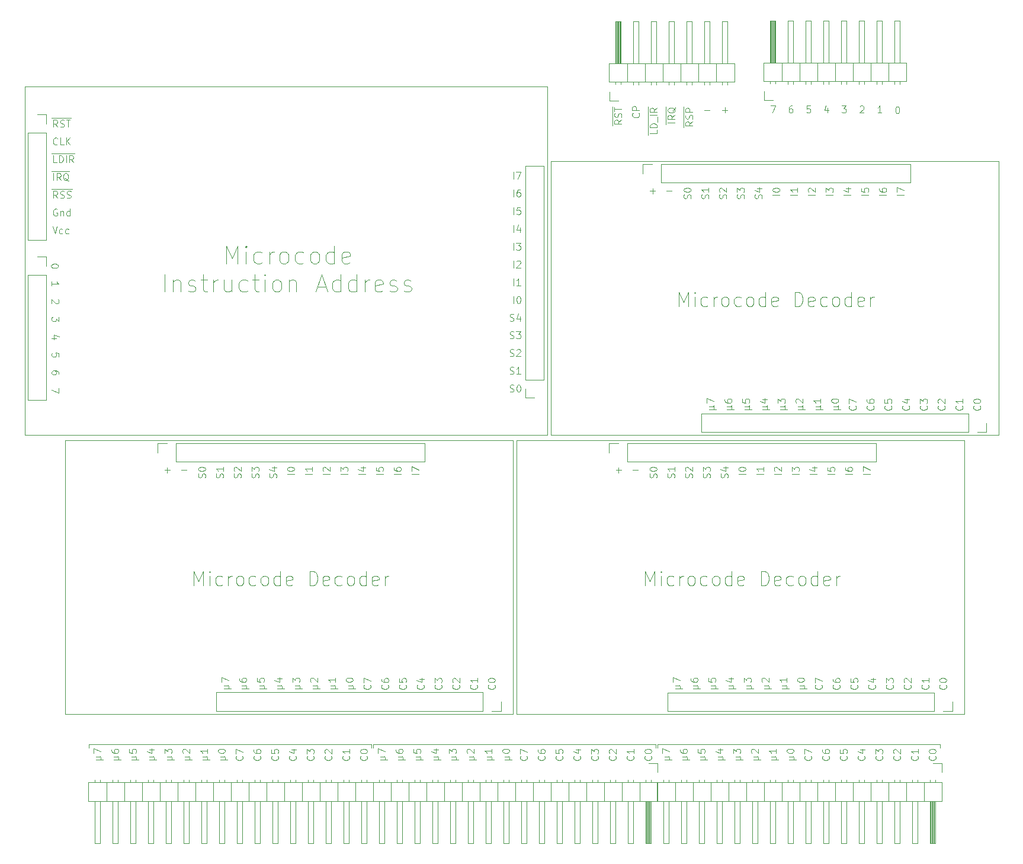
<source format=gbr>
%TF.GenerationSoftware,KiCad,Pcbnew,(6.0.0-0)*%
%TF.CreationDate,2022-08-19T02:12:03-04:00*%
%TF.ProjectId,CPU-MicrocodeEEPROM_Backplane,4350552d-4d69-4637-926f-636f64654545,rev?*%
%TF.SameCoordinates,Original*%
%TF.FileFunction,Legend,Top*%
%TF.FilePolarity,Positive*%
%FSLAX46Y46*%
G04 Gerber Fmt 4.6, Leading zero omitted, Abs format (unit mm)*
G04 Created by KiCad (PCBNEW (6.0.0-0)) date 2022-08-19 02:12:03*
%MOMM*%
%LPD*%
G01*
G04 APERTURE LIST*
%ADD10C,0.100000*%
%ADD11C,0.120000*%
G04 APERTURE END LIST*
D10*
X192019000Y-120650000D02*
X232405000Y-120650000D01*
X232405000Y-120650000D02*
X232405000Y-121158000D01*
X192019000Y-121158000D02*
X192019000Y-120650000D01*
X224126142Y-122315476D02*
X224173761Y-122363095D01*
X224221380Y-122505952D01*
X224221380Y-122601190D01*
X224173761Y-122744047D01*
X224078523Y-122839285D01*
X223983285Y-122886904D01*
X223792809Y-122934523D01*
X223649952Y-122934523D01*
X223459476Y-122886904D01*
X223364238Y-122839285D01*
X223269000Y-122744047D01*
X223221380Y-122601190D01*
X223221380Y-122505952D01*
X223269000Y-122363095D01*
X223316619Y-122315476D01*
X223221380Y-121982142D02*
X223221380Y-121363095D01*
X223602333Y-121696428D01*
X223602333Y-121553571D01*
X223649952Y-121458333D01*
X223697571Y-121410714D01*
X223792809Y-121363095D01*
X224030904Y-121363095D01*
X224126142Y-121410714D01*
X224173761Y-121458333D01*
X224221380Y-121553571D01*
X224221380Y-121839285D01*
X224173761Y-121934523D01*
X224126142Y-121982142D01*
X203234714Y-122886904D02*
X204234714Y-122886904D01*
X203758523Y-122410714D02*
X203853761Y-122363095D01*
X203901380Y-122267857D01*
X203758523Y-122886904D02*
X203853761Y-122839285D01*
X203901380Y-122744047D01*
X203901380Y-122553571D01*
X203853761Y-122458333D01*
X203758523Y-122410714D01*
X203234714Y-122410714D01*
X202901380Y-121934523D02*
X202901380Y-121315476D01*
X203282333Y-121648809D01*
X203282333Y-121505952D01*
X203329952Y-121410714D01*
X203377571Y-121363095D01*
X203472809Y-121315476D01*
X203710904Y-121315476D01*
X203806142Y-121363095D01*
X203853761Y-121410714D01*
X203901380Y-121505952D01*
X203901380Y-121791666D01*
X203853761Y-121886904D01*
X203806142Y-121934523D01*
X195614714Y-122886904D02*
X196614714Y-122886904D01*
X196138523Y-122410714D02*
X196233761Y-122363095D01*
X196281380Y-122267857D01*
X196138523Y-122886904D02*
X196233761Y-122839285D01*
X196281380Y-122744047D01*
X196281380Y-122553571D01*
X196233761Y-122458333D01*
X196138523Y-122410714D01*
X195614714Y-122410714D01*
X195281380Y-121410714D02*
X195281380Y-121601190D01*
X195329000Y-121696428D01*
X195376619Y-121744047D01*
X195519476Y-121839285D01*
X195709952Y-121886904D01*
X196090904Y-121886904D01*
X196186142Y-121839285D01*
X196233761Y-121791666D01*
X196281380Y-121696428D01*
X196281380Y-121505952D01*
X196233761Y-121410714D01*
X196186142Y-121363095D01*
X196090904Y-121315476D01*
X195852809Y-121315476D01*
X195757571Y-121363095D01*
X195709952Y-121410714D01*
X195662333Y-121505952D01*
X195662333Y-121696428D01*
X195709952Y-121791666D01*
X195757571Y-121839285D01*
X195852809Y-121886904D01*
X210854714Y-122886904D02*
X211854714Y-122886904D01*
X211378523Y-122410714D02*
X211473761Y-122363095D01*
X211521380Y-122267857D01*
X211378523Y-122886904D02*
X211473761Y-122839285D01*
X211521380Y-122744047D01*
X211521380Y-122553571D01*
X211473761Y-122458333D01*
X211378523Y-122410714D01*
X210854714Y-122410714D01*
X210521380Y-121648809D02*
X210521380Y-121553571D01*
X210569000Y-121458333D01*
X210616619Y-121410714D01*
X210711857Y-121363095D01*
X210902333Y-121315476D01*
X211140428Y-121315476D01*
X211330904Y-121363095D01*
X211426142Y-121410714D01*
X211473761Y-121458333D01*
X211521380Y-121553571D01*
X211521380Y-121648809D01*
X211473761Y-121744047D01*
X211426142Y-121791666D01*
X211330904Y-121839285D01*
X211140428Y-121886904D01*
X210902333Y-121886904D01*
X210711857Y-121839285D01*
X210616619Y-121791666D01*
X210569000Y-121744047D01*
X210521380Y-121648809D01*
X205774714Y-122886904D02*
X206774714Y-122886904D01*
X206298523Y-122410714D02*
X206393761Y-122363095D01*
X206441380Y-122267857D01*
X206298523Y-122886904D02*
X206393761Y-122839285D01*
X206441380Y-122744047D01*
X206441380Y-122553571D01*
X206393761Y-122458333D01*
X206298523Y-122410714D01*
X205774714Y-122410714D01*
X205536619Y-121886904D02*
X205489000Y-121839285D01*
X205441380Y-121744047D01*
X205441380Y-121505952D01*
X205489000Y-121410714D01*
X205536619Y-121363095D01*
X205631857Y-121315476D01*
X205727095Y-121315476D01*
X205869952Y-121363095D01*
X206441380Y-121934523D01*
X206441380Y-121315476D01*
X193074714Y-122886904D02*
X194074714Y-122886904D01*
X193598523Y-122410714D02*
X193693761Y-122363095D01*
X193741380Y-122267857D01*
X193598523Y-122886904D02*
X193693761Y-122839285D01*
X193741380Y-122744047D01*
X193741380Y-122553571D01*
X193693761Y-122458333D01*
X193598523Y-122410714D01*
X193074714Y-122410714D01*
X192741380Y-121934523D02*
X192741380Y-121267857D01*
X193741380Y-121696428D01*
X231746142Y-122315476D02*
X231793761Y-122363095D01*
X231841380Y-122505952D01*
X231841380Y-122601190D01*
X231793761Y-122744047D01*
X231698523Y-122839285D01*
X231603285Y-122886904D01*
X231412809Y-122934523D01*
X231269952Y-122934523D01*
X231079476Y-122886904D01*
X230984238Y-122839285D01*
X230889000Y-122744047D01*
X230841380Y-122601190D01*
X230841380Y-122505952D01*
X230889000Y-122363095D01*
X230936619Y-122315476D01*
X230841380Y-121696428D02*
X230841380Y-121601190D01*
X230889000Y-121505952D01*
X230936619Y-121458333D01*
X231031857Y-121410714D01*
X231222333Y-121363095D01*
X231460428Y-121363095D01*
X231650904Y-121410714D01*
X231746142Y-121458333D01*
X231793761Y-121505952D01*
X231841380Y-121601190D01*
X231841380Y-121696428D01*
X231793761Y-121791666D01*
X231746142Y-121839285D01*
X231650904Y-121886904D01*
X231460428Y-121934523D01*
X231222333Y-121934523D01*
X231031857Y-121886904D01*
X230936619Y-121839285D01*
X230889000Y-121791666D01*
X230841380Y-121696428D01*
X198154714Y-122886904D02*
X199154714Y-122886904D01*
X198678523Y-122410714D02*
X198773761Y-122363095D01*
X198821380Y-122267857D01*
X198678523Y-122886904D02*
X198773761Y-122839285D01*
X198821380Y-122744047D01*
X198821380Y-122553571D01*
X198773761Y-122458333D01*
X198678523Y-122410714D01*
X198154714Y-122410714D01*
X197821380Y-121363095D02*
X197821380Y-121839285D01*
X198297571Y-121886904D01*
X198249952Y-121839285D01*
X198202333Y-121744047D01*
X198202333Y-121505952D01*
X198249952Y-121410714D01*
X198297571Y-121363095D01*
X198392809Y-121315476D01*
X198630904Y-121315476D01*
X198726142Y-121363095D01*
X198773761Y-121410714D01*
X198821380Y-121505952D01*
X198821380Y-121744047D01*
X198773761Y-121839285D01*
X198726142Y-121886904D01*
X200694714Y-122886904D02*
X201694714Y-122886904D01*
X201218523Y-122410714D02*
X201313761Y-122363095D01*
X201361380Y-122267857D01*
X201218523Y-122886904D02*
X201313761Y-122839285D01*
X201361380Y-122744047D01*
X201361380Y-122553571D01*
X201313761Y-122458333D01*
X201218523Y-122410714D01*
X200694714Y-122410714D01*
X200694714Y-121410714D02*
X201361380Y-121410714D01*
X200313761Y-121648809D02*
X201028047Y-121886904D01*
X201028047Y-121267857D01*
X221586142Y-122315476D02*
X221633761Y-122363095D01*
X221681380Y-122505952D01*
X221681380Y-122601190D01*
X221633761Y-122744047D01*
X221538523Y-122839285D01*
X221443285Y-122886904D01*
X221252809Y-122934523D01*
X221109952Y-122934523D01*
X220919476Y-122886904D01*
X220824238Y-122839285D01*
X220729000Y-122744047D01*
X220681380Y-122601190D01*
X220681380Y-122505952D01*
X220729000Y-122363095D01*
X220776619Y-122315476D01*
X221014714Y-121458333D02*
X221681380Y-121458333D01*
X220633761Y-121696428D02*
X221348047Y-121934523D01*
X221348047Y-121315476D01*
X219046142Y-122315476D02*
X219093761Y-122363095D01*
X219141380Y-122505952D01*
X219141380Y-122601190D01*
X219093761Y-122744047D01*
X218998523Y-122839285D01*
X218903285Y-122886904D01*
X218712809Y-122934523D01*
X218569952Y-122934523D01*
X218379476Y-122886904D01*
X218284238Y-122839285D01*
X218189000Y-122744047D01*
X218141380Y-122601190D01*
X218141380Y-122505952D01*
X218189000Y-122363095D01*
X218236619Y-122315476D01*
X218141380Y-121410714D02*
X218141380Y-121886904D01*
X218617571Y-121934523D01*
X218569952Y-121886904D01*
X218522333Y-121791666D01*
X218522333Y-121553571D01*
X218569952Y-121458333D01*
X218617571Y-121410714D01*
X218712809Y-121363095D01*
X218950904Y-121363095D01*
X219046142Y-121410714D01*
X219093761Y-121458333D01*
X219141380Y-121553571D01*
X219141380Y-121791666D01*
X219093761Y-121886904D01*
X219046142Y-121934523D01*
X208314714Y-122886904D02*
X209314714Y-122886904D01*
X208838523Y-122410714D02*
X208933761Y-122363095D01*
X208981380Y-122267857D01*
X208838523Y-122886904D02*
X208933761Y-122839285D01*
X208981380Y-122744047D01*
X208981380Y-122553571D01*
X208933761Y-122458333D01*
X208838523Y-122410714D01*
X208314714Y-122410714D01*
X208981380Y-121315476D02*
X208981380Y-121886904D01*
X208981380Y-121601190D02*
X207981380Y-121601190D01*
X208124238Y-121696428D01*
X208219476Y-121791666D01*
X208267095Y-121886904D01*
X216506142Y-122315476D02*
X216553761Y-122363095D01*
X216601380Y-122505952D01*
X216601380Y-122601190D01*
X216553761Y-122744047D01*
X216458523Y-122839285D01*
X216363285Y-122886904D01*
X216172809Y-122934523D01*
X216029952Y-122934523D01*
X215839476Y-122886904D01*
X215744238Y-122839285D01*
X215649000Y-122744047D01*
X215601380Y-122601190D01*
X215601380Y-122505952D01*
X215649000Y-122363095D01*
X215696619Y-122315476D01*
X215601380Y-121458333D02*
X215601380Y-121648809D01*
X215649000Y-121744047D01*
X215696619Y-121791666D01*
X215839476Y-121886904D01*
X216029952Y-121934523D01*
X216410904Y-121934523D01*
X216506142Y-121886904D01*
X216553761Y-121839285D01*
X216601380Y-121744047D01*
X216601380Y-121553571D01*
X216553761Y-121458333D01*
X216506142Y-121410714D01*
X216410904Y-121363095D01*
X216172809Y-121363095D01*
X216077571Y-121410714D01*
X216029952Y-121458333D01*
X215982333Y-121553571D01*
X215982333Y-121744047D01*
X216029952Y-121839285D01*
X216077571Y-121886904D01*
X216172809Y-121934523D01*
X213966142Y-122315476D02*
X214013761Y-122363095D01*
X214061380Y-122505952D01*
X214061380Y-122601190D01*
X214013761Y-122744047D01*
X213918523Y-122839285D01*
X213823285Y-122886904D01*
X213632809Y-122934523D01*
X213489952Y-122934523D01*
X213299476Y-122886904D01*
X213204238Y-122839285D01*
X213109000Y-122744047D01*
X213061380Y-122601190D01*
X213061380Y-122505952D01*
X213109000Y-122363095D01*
X213156619Y-122315476D01*
X213061380Y-121982142D02*
X213061380Y-121315476D01*
X214061380Y-121744047D01*
X226666142Y-122315476D02*
X226713761Y-122363095D01*
X226761380Y-122505952D01*
X226761380Y-122601190D01*
X226713761Y-122744047D01*
X226618523Y-122839285D01*
X226523285Y-122886904D01*
X226332809Y-122934523D01*
X226189952Y-122934523D01*
X225999476Y-122886904D01*
X225904238Y-122839285D01*
X225809000Y-122744047D01*
X225761380Y-122601190D01*
X225761380Y-122505952D01*
X225809000Y-122363095D01*
X225856619Y-122315476D01*
X225856619Y-121934523D02*
X225809000Y-121886904D01*
X225761380Y-121791666D01*
X225761380Y-121553571D01*
X225809000Y-121458333D01*
X225856619Y-121410714D01*
X225951857Y-121363095D01*
X226047095Y-121363095D01*
X226189952Y-121410714D01*
X226761380Y-121982142D01*
X226761380Y-121363095D01*
X229206142Y-122315476D02*
X229253761Y-122363095D01*
X229301380Y-122505952D01*
X229301380Y-122601190D01*
X229253761Y-122744047D01*
X229158523Y-122839285D01*
X229063285Y-122886904D01*
X228872809Y-122934523D01*
X228729952Y-122934523D01*
X228539476Y-122886904D01*
X228444238Y-122839285D01*
X228349000Y-122744047D01*
X228301380Y-122601190D01*
X228301380Y-122505952D01*
X228349000Y-122363095D01*
X228396619Y-122315476D01*
X229301380Y-121363095D02*
X229301380Y-121934523D01*
X229301380Y-121648809D02*
X228301380Y-121648809D01*
X228444238Y-121744047D01*
X228539476Y-121839285D01*
X228587095Y-121934523D01*
X195784456Y-32481380D02*
X195784456Y-31481380D01*
X197066836Y-31671857D02*
X196590646Y-32005190D01*
X197066836Y-32243285D02*
X196066836Y-32243285D01*
X196066836Y-31862333D01*
X196114456Y-31767095D01*
X196162075Y-31719476D01*
X196257313Y-31671857D01*
X196400170Y-31671857D01*
X196495408Y-31719476D01*
X196543027Y-31767095D01*
X196590646Y-31862333D01*
X196590646Y-32243285D01*
X195784456Y-31481380D02*
X195784456Y-30529000D01*
X197019217Y-31290904D02*
X197066836Y-31148047D01*
X197066836Y-30909952D01*
X197019217Y-30814714D01*
X196971598Y-30767095D01*
X196876360Y-30719476D01*
X196781122Y-30719476D01*
X196685884Y-30767095D01*
X196638265Y-30814714D01*
X196590646Y-30909952D01*
X196543027Y-31100428D01*
X196495408Y-31195666D01*
X196447789Y-31243285D01*
X196352551Y-31290904D01*
X196257313Y-31290904D01*
X196162075Y-31243285D01*
X196114456Y-31195666D01*
X196066836Y-31100428D01*
X196066836Y-30862333D01*
X196114456Y-30719476D01*
X195784456Y-30529000D02*
X195784456Y-29529000D01*
X197066836Y-30290904D02*
X196066836Y-30290904D01*
X196066836Y-29909952D01*
X196114456Y-29814714D01*
X196162075Y-29767095D01*
X196257313Y-29719476D01*
X196400170Y-29719476D01*
X196495408Y-29767095D01*
X196543027Y-29814714D01*
X196590646Y-29909952D01*
X196590646Y-30290904D01*
X198773503Y-30043428D02*
X199535408Y-30043428D01*
X201313503Y-30043428D02*
X202075408Y-30043428D01*
X201694456Y-30424380D02*
X201694456Y-29662476D01*
X185624456Y-32243285D02*
X185624456Y-31243285D01*
X186906836Y-31433761D02*
X186430646Y-31767095D01*
X186906836Y-32005190D02*
X185906836Y-32005190D01*
X185906836Y-31624238D01*
X185954456Y-31529000D01*
X186002075Y-31481380D01*
X186097313Y-31433761D01*
X186240170Y-31433761D01*
X186335408Y-31481380D01*
X186383027Y-31529000D01*
X186430646Y-31624238D01*
X186430646Y-32005190D01*
X185624456Y-31243285D02*
X185624456Y-30290904D01*
X186859217Y-31052809D02*
X186906836Y-30909952D01*
X186906836Y-30671857D01*
X186859217Y-30576619D01*
X186811598Y-30529000D01*
X186716360Y-30481380D01*
X186621122Y-30481380D01*
X186525884Y-30529000D01*
X186478265Y-30576619D01*
X186430646Y-30671857D01*
X186383027Y-30862333D01*
X186335408Y-30957571D01*
X186287789Y-31005190D01*
X186192551Y-31052809D01*
X186097313Y-31052809D01*
X186002075Y-31005190D01*
X185954456Y-30957571D01*
X185906836Y-30862333D01*
X185906836Y-30624238D01*
X185954456Y-30481380D01*
X185624456Y-30290904D02*
X185624456Y-29529000D01*
X185906836Y-30195666D02*
X185906836Y-29624238D01*
X186906836Y-29909952D02*
X185906836Y-29909952D01*
X193244456Y-32052809D02*
X193244456Y-31576619D01*
X194526836Y-31814714D02*
X193526836Y-31814714D01*
X193244456Y-31576619D02*
X193244456Y-30576619D01*
X194526836Y-30767095D02*
X194050646Y-31100428D01*
X194526836Y-31338523D02*
X193526836Y-31338523D01*
X193526836Y-30957571D01*
X193574456Y-30862333D01*
X193622075Y-30814714D01*
X193717313Y-30767095D01*
X193860170Y-30767095D01*
X193955408Y-30814714D01*
X194003027Y-30862333D01*
X194050646Y-30957571D01*
X194050646Y-31338523D01*
X193244456Y-30576619D02*
X193244456Y-29529000D01*
X194622075Y-29671857D02*
X194574456Y-29767095D01*
X194479217Y-29862333D01*
X194336360Y-30005190D01*
X194288741Y-30100428D01*
X194288741Y-30195666D01*
X194526836Y-30148047D02*
X194479217Y-30243285D01*
X194383979Y-30338523D01*
X194193503Y-30386142D01*
X193860170Y-30386142D01*
X193669694Y-30338523D01*
X193574456Y-30243285D01*
X193526836Y-30148047D01*
X193526836Y-29957571D01*
X193574456Y-29862333D01*
X193669694Y-29767095D01*
X193860170Y-29719476D01*
X194193503Y-29719476D01*
X194383979Y-29767095D01*
X194479217Y-29862333D01*
X194526836Y-29957571D01*
X194526836Y-30148047D01*
X189351598Y-30465476D02*
X189399217Y-30513095D01*
X189446836Y-30655952D01*
X189446836Y-30751190D01*
X189399217Y-30894047D01*
X189303979Y-30989285D01*
X189208741Y-31036904D01*
X189018265Y-31084523D01*
X188875408Y-31084523D01*
X188684932Y-31036904D01*
X188589694Y-30989285D01*
X188494456Y-30894047D01*
X188446836Y-30751190D01*
X188446836Y-30655952D01*
X188494456Y-30513095D01*
X188542075Y-30465476D01*
X189446836Y-30036904D02*
X188446836Y-30036904D01*
X188446836Y-29655952D01*
X188494456Y-29560714D01*
X188542075Y-29513095D01*
X188637313Y-29465476D01*
X188780170Y-29465476D01*
X188875408Y-29513095D01*
X188923027Y-29560714D01*
X188970646Y-29655952D01*
X188970646Y-30036904D01*
X190704456Y-33576619D02*
X190704456Y-32767095D01*
X191986836Y-32862333D02*
X191986836Y-33338523D01*
X190986836Y-33338523D01*
X190704456Y-32767095D02*
X190704456Y-31767095D01*
X191986836Y-32529000D02*
X190986836Y-32529000D01*
X190986836Y-32290904D01*
X191034456Y-32148047D01*
X191129694Y-32052809D01*
X191224932Y-32005190D01*
X191415408Y-31957571D01*
X191558265Y-31957571D01*
X191748741Y-32005190D01*
X191843979Y-32052809D01*
X191939217Y-32148047D01*
X191986836Y-32290904D01*
X191986836Y-32529000D01*
X190704456Y-31767095D02*
X190704456Y-31005190D01*
X192082075Y-31767095D02*
X192082075Y-31005190D01*
X190704456Y-31005190D02*
X190704456Y-30529000D01*
X191986836Y-30767095D02*
X190986836Y-30767095D01*
X190704456Y-30529000D02*
X190704456Y-29529000D01*
X191986836Y-29719476D02*
X191510646Y-30052809D01*
X191986836Y-30290904D02*
X190986836Y-30290904D01*
X190986836Y-29909952D01*
X191034456Y-29814714D01*
X191082075Y-29767095D01*
X191177313Y-29719476D01*
X191320170Y-29719476D01*
X191415408Y-29767095D01*
X191463027Y-29814714D01*
X191510646Y-29909952D01*
X191510646Y-30290904D01*
X218379122Y-29424380D02*
X218998170Y-29424380D01*
X218664836Y-29805333D01*
X218807694Y-29805333D01*
X218902932Y-29852952D01*
X218950551Y-29900571D01*
X218998170Y-29995809D01*
X218998170Y-30233904D01*
X218950551Y-30329142D01*
X218902932Y-30376761D01*
X218807694Y-30424380D01*
X218521979Y-30424380D01*
X218426741Y-30376761D01*
X218379122Y-30329142D01*
X213870551Y-29424380D02*
X213394360Y-29424380D01*
X213346741Y-29900571D01*
X213394360Y-29852952D01*
X213489598Y-29805333D01*
X213727694Y-29805333D01*
X213822932Y-29852952D01*
X213870551Y-29900571D01*
X213918170Y-29995809D01*
X213918170Y-30233904D01*
X213870551Y-30329142D01*
X213822932Y-30376761D01*
X213727694Y-30424380D01*
X213489598Y-30424380D01*
X213394360Y-30376761D01*
X213346741Y-30329142D01*
X211282932Y-29424380D02*
X211092456Y-29424380D01*
X210997217Y-29472000D01*
X210949598Y-29519619D01*
X210854360Y-29662476D01*
X210806741Y-29852952D01*
X210806741Y-30233904D01*
X210854360Y-30329142D01*
X210901979Y-30376761D01*
X210997217Y-30424380D01*
X211187694Y-30424380D01*
X211282932Y-30376761D01*
X211330551Y-30329142D01*
X211378170Y-30233904D01*
X211378170Y-29995809D01*
X211330551Y-29900571D01*
X211282932Y-29852952D01*
X211187694Y-29805333D01*
X210997217Y-29805333D01*
X210901979Y-29852952D01*
X210854360Y-29900571D01*
X210806741Y-29995809D01*
X216362932Y-29757714D02*
X216362932Y-30424380D01*
X216124836Y-29376761D02*
X215886741Y-30091047D01*
X216505789Y-30091047D01*
X208219122Y-29424380D02*
X208885789Y-29424380D01*
X208457217Y-30424380D01*
X220966741Y-29519619D02*
X221014360Y-29472000D01*
X221109598Y-29424380D01*
X221347694Y-29424380D01*
X221442932Y-29472000D01*
X221490551Y-29519619D01*
X221538170Y-29614857D01*
X221538170Y-29710095D01*
X221490551Y-29852952D01*
X220919122Y-30424380D01*
X221538170Y-30424380D01*
X224078170Y-30424380D02*
X223506741Y-30424380D01*
X223792456Y-30424380D02*
X223792456Y-29424380D01*
X223697217Y-29567238D01*
X223601979Y-29662476D01*
X223506741Y-29710095D01*
X226380075Y-30519619D02*
X226284836Y-30519619D01*
X226189598Y-30472000D01*
X226141979Y-30424380D01*
X226094360Y-30329142D01*
X226046741Y-30138666D01*
X226046741Y-29900571D01*
X226094360Y-29710095D01*
X226141979Y-29614857D01*
X226189598Y-29567238D01*
X226284836Y-29519619D01*
X226380075Y-29519619D01*
X226475313Y-29567238D01*
X226522932Y-29614857D01*
X226570551Y-29710095D01*
X226618170Y-29900571D01*
X226618170Y-30138666D01*
X226570551Y-30329142D01*
X226522932Y-30424380D01*
X226475313Y-30472000D01*
X226380075Y-30519619D01*
X176784000Y-37338000D02*
X240792000Y-37338000D01*
X240792000Y-37338000D02*
X240792000Y-76454000D01*
X240792000Y-76454000D02*
X176784000Y-76454000D01*
X176784000Y-76454000D02*
X176784000Y-37338000D01*
X199429714Y-72848904D02*
X200429714Y-72848904D01*
X199953523Y-72372714D02*
X200048761Y-72325095D01*
X200096380Y-72229857D01*
X199953523Y-72848904D02*
X200048761Y-72801285D01*
X200096380Y-72706047D01*
X200096380Y-72515571D01*
X200048761Y-72420333D01*
X199953523Y-72372714D01*
X199429714Y-72372714D01*
X199096380Y-71896523D02*
X199096380Y-71229857D01*
X200096380Y-71658428D01*
X191333428Y-41959000D02*
X191333428Y-41197095D01*
X191714380Y-41578047D02*
X190952476Y-41578047D01*
X196746761Y-42673285D02*
X196794380Y-42530428D01*
X196794380Y-42292333D01*
X196746761Y-42197095D01*
X196699142Y-42149476D01*
X196603904Y-42101857D01*
X196508666Y-42101857D01*
X196413428Y-42149476D01*
X196365809Y-42197095D01*
X196318190Y-42292333D01*
X196270571Y-42482809D01*
X196222952Y-42578047D01*
X196175333Y-42625666D01*
X196080095Y-42673285D01*
X195984857Y-42673285D01*
X195889619Y-42625666D01*
X195842000Y-42578047D01*
X195794380Y-42482809D01*
X195794380Y-42244714D01*
X195842000Y-42101857D01*
X195794380Y-41482809D02*
X195794380Y-41387571D01*
X195842000Y-41292333D01*
X195889619Y-41244714D01*
X195984857Y-41197095D01*
X196175333Y-41149476D01*
X196413428Y-41149476D01*
X196603904Y-41197095D01*
X196699142Y-41244714D01*
X196746761Y-41292333D01*
X196794380Y-41387571D01*
X196794380Y-41482809D01*
X196746761Y-41578047D01*
X196699142Y-41625666D01*
X196603904Y-41673285D01*
X196413428Y-41720904D01*
X196175333Y-41720904D01*
X195984857Y-41673285D01*
X195889619Y-41625666D01*
X195842000Y-41578047D01*
X195794380Y-41482809D01*
X204509714Y-72848904D02*
X205509714Y-72848904D01*
X205033523Y-72372714D02*
X205128761Y-72325095D01*
X205176380Y-72229857D01*
X205033523Y-72848904D02*
X205128761Y-72801285D01*
X205176380Y-72706047D01*
X205176380Y-72515571D01*
X205128761Y-72420333D01*
X205033523Y-72372714D01*
X204509714Y-72372714D01*
X204176380Y-71325095D02*
X204176380Y-71801285D01*
X204652571Y-71848904D01*
X204604952Y-71801285D01*
X204557333Y-71706047D01*
X204557333Y-71467952D01*
X204604952Y-71372714D01*
X204652571Y-71325095D01*
X204747809Y-71277476D01*
X204985904Y-71277476D01*
X205081142Y-71325095D01*
X205128761Y-71372714D01*
X205176380Y-71467952D01*
X205176380Y-71706047D01*
X205128761Y-71801285D01*
X205081142Y-71848904D01*
X238101142Y-72277476D02*
X238148761Y-72325095D01*
X238196380Y-72467952D01*
X238196380Y-72563190D01*
X238148761Y-72706047D01*
X238053523Y-72801285D01*
X237958285Y-72848904D01*
X237767809Y-72896523D01*
X237624952Y-72896523D01*
X237434476Y-72848904D01*
X237339238Y-72801285D01*
X237244000Y-72706047D01*
X237196380Y-72563190D01*
X237196380Y-72467952D01*
X237244000Y-72325095D01*
X237291619Y-72277476D01*
X237196380Y-71658428D02*
X237196380Y-71563190D01*
X237244000Y-71467952D01*
X237291619Y-71420333D01*
X237386857Y-71372714D01*
X237577333Y-71325095D01*
X237815428Y-71325095D01*
X238005904Y-71372714D01*
X238101142Y-71420333D01*
X238148761Y-71467952D01*
X238196380Y-71563190D01*
X238196380Y-71658428D01*
X238148761Y-71753666D01*
X238101142Y-71801285D01*
X238005904Y-71848904D01*
X237815428Y-71896523D01*
X237577333Y-71896523D01*
X237386857Y-71848904D01*
X237291619Y-71801285D01*
X237244000Y-71753666D01*
X237196380Y-71658428D01*
X206906761Y-42673285D02*
X206954380Y-42530428D01*
X206954380Y-42292333D01*
X206906761Y-42197095D01*
X206859142Y-42149476D01*
X206763904Y-42101857D01*
X206668666Y-42101857D01*
X206573428Y-42149476D01*
X206525809Y-42197095D01*
X206478190Y-42292333D01*
X206430571Y-42482809D01*
X206382952Y-42578047D01*
X206335333Y-42625666D01*
X206240095Y-42673285D01*
X206144857Y-42673285D01*
X206049619Y-42625666D01*
X206002000Y-42578047D01*
X205954380Y-42482809D01*
X205954380Y-42244714D01*
X206002000Y-42101857D01*
X206287714Y-41244714D02*
X206954380Y-41244714D01*
X205906761Y-41482809D02*
X206621047Y-41720904D01*
X206621047Y-41101857D01*
X225401142Y-72277476D02*
X225448761Y-72325095D01*
X225496380Y-72467952D01*
X225496380Y-72563190D01*
X225448761Y-72706047D01*
X225353523Y-72801285D01*
X225258285Y-72848904D01*
X225067809Y-72896523D01*
X224924952Y-72896523D01*
X224734476Y-72848904D01*
X224639238Y-72801285D01*
X224544000Y-72706047D01*
X224496380Y-72563190D01*
X224496380Y-72467952D01*
X224544000Y-72325095D01*
X224591619Y-72277476D01*
X224496380Y-71372714D02*
X224496380Y-71848904D01*
X224972571Y-71896523D01*
X224924952Y-71848904D01*
X224877333Y-71753666D01*
X224877333Y-71515571D01*
X224924952Y-71420333D01*
X224972571Y-71372714D01*
X225067809Y-71325095D01*
X225305904Y-71325095D01*
X225401142Y-71372714D01*
X225448761Y-71420333D01*
X225496380Y-71515571D01*
X225496380Y-71753666D01*
X225448761Y-71848904D01*
X225401142Y-71896523D01*
X222194380Y-42149476D02*
X221194380Y-42149476D01*
X221194380Y-41197095D02*
X221194380Y-41673285D01*
X221670571Y-41720904D01*
X221622952Y-41673285D01*
X221575333Y-41578047D01*
X221575333Y-41339952D01*
X221622952Y-41244714D01*
X221670571Y-41197095D01*
X221765809Y-41149476D01*
X222003904Y-41149476D01*
X222099142Y-41197095D01*
X222146761Y-41244714D01*
X222194380Y-41339952D01*
X222194380Y-41578047D01*
X222146761Y-41673285D01*
X222099142Y-41720904D01*
X199286761Y-42673285D02*
X199334380Y-42530428D01*
X199334380Y-42292333D01*
X199286761Y-42197095D01*
X199239142Y-42149476D01*
X199143904Y-42101857D01*
X199048666Y-42101857D01*
X198953428Y-42149476D01*
X198905809Y-42197095D01*
X198858190Y-42292333D01*
X198810571Y-42482809D01*
X198762952Y-42578047D01*
X198715333Y-42625666D01*
X198620095Y-42673285D01*
X198524857Y-42673285D01*
X198429619Y-42625666D01*
X198382000Y-42578047D01*
X198334380Y-42482809D01*
X198334380Y-42244714D01*
X198382000Y-42101857D01*
X199334380Y-41149476D02*
X199334380Y-41720904D01*
X199334380Y-41435190D02*
X198334380Y-41435190D01*
X198477238Y-41530428D01*
X198572476Y-41625666D01*
X198620095Y-41720904D01*
X235561142Y-72277476D02*
X235608761Y-72325095D01*
X235656380Y-72467952D01*
X235656380Y-72563190D01*
X235608761Y-72706047D01*
X235513523Y-72801285D01*
X235418285Y-72848904D01*
X235227809Y-72896523D01*
X235084952Y-72896523D01*
X234894476Y-72848904D01*
X234799238Y-72801285D01*
X234704000Y-72706047D01*
X234656380Y-72563190D01*
X234656380Y-72467952D01*
X234704000Y-72325095D01*
X234751619Y-72277476D01*
X235656380Y-71325095D02*
X235656380Y-71896523D01*
X235656380Y-71610809D02*
X234656380Y-71610809D01*
X234799238Y-71706047D01*
X234894476Y-71801285D01*
X234942095Y-71896523D01*
X230481142Y-72277476D02*
X230528761Y-72325095D01*
X230576380Y-72467952D01*
X230576380Y-72563190D01*
X230528761Y-72706047D01*
X230433523Y-72801285D01*
X230338285Y-72848904D01*
X230147809Y-72896523D01*
X230004952Y-72896523D01*
X229814476Y-72848904D01*
X229719238Y-72801285D01*
X229624000Y-72706047D01*
X229576380Y-72563190D01*
X229576380Y-72467952D01*
X229624000Y-72325095D01*
X229671619Y-72277476D01*
X229576380Y-71944142D02*
X229576380Y-71325095D01*
X229957333Y-71658428D01*
X229957333Y-71515571D01*
X230004952Y-71420333D01*
X230052571Y-71372714D01*
X230147809Y-71325095D01*
X230385904Y-71325095D01*
X230481142Y-71372714D01*
X230528761Y-71420333D01*
X230576380Y-71515571D01*
X230576380Y-71801285D01*
X230528761Y-71896523D01*
X230481142Y-71944142D01*
X212129714Y-72848904D02*
X213129714Y-72848904D01*
X212653523Y-72372714D02*
X212748761Y-72325095D01*
X212796380Y-72229857D01*
X212653523Y-72848904D02*
X212748761Y-72801285D01*
X212796380Y-72706047D01*
X212796380Y-72515571D01*
X212748761Y-72420333D01*
X212653523Y-72372714D01*
X212129714Y-72372714D01*
X211891619Y-71848904D02*
X211844000Y-71801285D01*
X211796380Y-71706047D01*
X211796380Y-71467952D01*
X211844000Y-71372714D01*
X211891619Y-71325095D01*
X211986857Y-71277476D01*
X212082095Y-71277476D01*
X212224952Y-71325095D01*
X212796380Y-71896523D01*
X212796380Y-71277476D01*
X217209714Y-72848904D02*
X218209714Y-72848904D01*
X217733523Y-72372714D02*
X217828761Y-72325095D01*
X217876380Y-72229857D01*
X217733523Y-72848904D02*
X217828761Y-72801285D01*
X217876380Y-72706047D01*
X217876380Y-72515571D01*
X217828761Y-72420333D01*
X217733523Y-72372714D01*
X217209714Y-72372714D01*
X216876380Y-71610809D02*
X216876380Y-71515571D01*
X216924000Y-71420333D01*
X216971619Y-71372714D01*
X217066857Y-71325095D01*
X217257333Y-71277476D01*
X217495428Y-71277476D01*
X217685904Y-71325095D01*
X217781142Y-71372714D01*
X217828761Y-71420333D01*
X217876380Y-71515571D01*
X217876380Y-71610809D01*
X217828761Y-71706047D01*
X217781142Y-71753666D01*
X217685904Y-71801285D01*
X217495428Y-71848904D01*
X217257333Y-71848904D01*
X217066857Y-71801285D01*
X216971619Y-71753666D01*
X216924000Y-71706047D01*
X216876380Y-71610809D01*
X227941142Y-72277476D02*
X227988761Y-72325095D01*
X228036380Y-72467952D01*
X228036380Y-72563190D01*
X227988761Y-72706047D01*
X227893523Y-72801285D01*
X227798285Y-72848904D01*
X227607809Y-72896523D01*
X227464952Y-72896523D01*
X227274476Y-72848904D01*
X227179238Y-72801285D01*
X227084000Y-72706047D01*
X227036380Y-72563190D01*
X227036380Y-72467952D01*
X227084000Y-72325095D01*
X227131619Y-72277476D01*
X227369714Y-71420333D02*
X228036380Y-71420333D01*
X226988761Y-71658428D02*
X227703047Y-71896523D01*
X227703047Y-71277476D01*
X207049714Y-72848904D02*
X208049714Y-72848904D01*
X207573523Y-72372714D02*
X207668761Y-72325095D01*
X207716380Y-72229857D01*
X207573523Y-72848904D02*
X207668761Y-72801285D01*
X207716380Y-72706047D01*
X207716380Y-72515571D01*
X207668761Y-72420333D01*
X207573523Y-72372714D01*
X207049714Y-72372714D01*
X207049714Y-71372714D02*
X207716380Y-71372714D01*
X206668761Y-71610809D02*
X207383047Y-71848904D01*
X207383047Y-71229857D01*
X195105761Y-58054761D02*
X195105761Y-56054761D01*
X195772428Y-57483333D01*
X196439095Y-56054761D01*
X196439095Y-58054761D01*
X197391476Y-58054761D02*
X197391476Y-56721428D01*
X197391476Y-56054761D02*
X197296238Y-56150000D01*
X197391476Y-56245238D01*
X197486714Y-56150000D01*
X197391476Y-56054761D01*
X197391476Y-56245238D01*
X199201000Y-57959523D02*
X199010523Y-58054761D01*
X198629571Y-58054761D01*
X198439095Y-57959523D01*
X198343857Y-57864285D01*
X198248619Y-57673809D01*
X198248619Y-57102380D01*
X198343857Y-56911904D01*
X198439095Y-56816666D01*
X198629571Y-56721428D01*
X199010523Y-56721428D01*
X199201000Y-56816666D01*
X200058142Y-58054761D02*
X200058142Y-56721428D01*
X200058142Y-57102380D02*
X200153380Y-56911904D01*
X200248619Y-56816666D01*
X200439095Y-56721428D01*
X200629571Y-56721428D01*
X201581952Y-58054761D02*
X201391476Y-57959523D01*
X201296238Y-57864285D01*
X201201000Y-57673809D01*
X201201000Y-57102380D01*
X201296238Y-56911904D01*
X201391476Y-56816666D01*
X201581952Y-56721428D01*
X201867666Y-56721428D01*
X202058142Y-56816666D01*
X202153380Y-56911904D01*
X202248619Y-57102380D01*
X202248619Y-57673809D01*
X202153380Y-57864285D01*
X202058142Y-57959523D01*
X201867666Y-58054761D01*
X201581952Y-58054761D01*
X203962904Y-57959523D02*
X203772428Y-58054761D01*
X203391476Y-58054761D01*
X203201000Y-57959523D01*
X203105761Y-57864285D01*
X203010523Y-57673809D01*
X203010523Y-57102380D01*
X203105761Y-56911904D01*
X203201000Y-56816666D01*
X203391476Y-56721428D01*
X203772428Y-56721428D01*
X203962904Y-56816666D01*
X205105761Y-58054761D02*
X204915285Y-57959523D01*
X204820047Y-57864285D01*
X204724809Y-57673809D01*
X204724809Y-57102380D01*
X204820047Y-56911904D01*
X204915285Y-56816666D01*
X205105761Y-56721428D01*
X205391476Y-56721428D01*
X205581952Y-56816666D01*
X205677190Y-56911904D01*
X205772428Y-57102380D01*
X205772428Y-57673809D01*
X205677190Y-57864285D01*
X205581952Y-57959523D01*
X205391476Y-58054761D01*
X205105761Y-58054761D01*
X207486714Y-58054761D02*
X207486714Y-56054761D01*
X207486714Y-57959523D02*
X207296238Y-58054761D01*
X206915285Y-58054761D01*
X206724809Y-57959523D01*
X206629571Y-57864285D01*
X206534333Y-57673809D01*
X206534333Y-57102380D01*
X206629571Y-56911904D01*
X206724809Y-56816666D01*
X206915285Y-56721428D01*
X207296238Y-56721428D01*
X207486714Y-56816666D01*
X209201000Y-57959523D02*
X209010523Y-58054761D01*
X208629571Y-58054761D01*
X208439095Y-57959523D01*
X208343857Y-57769047D01*
X208343857Y-57007142D01*
X208439095Y-56816666D01*
X208629571Y-56721428D01*
X209010523Y-56721428D01*
X209201000Y-56816666D01*
X209296238Y-57007142D01*
X209296238Y-57197619D01*
X208343857Y-57388095D01*
X211677190Y-58054761D02*
X211677190Y-56054761D01*
X212153380Y-56054761D01*
X212439095Y-56150000D01*
X212629571Y-56340476D01*
X212724809Y-56530952D01*
X212820047Y-56911904D01*
X212820047Y-57197619D01*
X212724809Y-57578571D01*
X212629571Y-57769047D01*
X212439095Y-57959523D01*
X212153380Y-58054761D01*
X211677190Y-58054761D01*
X214439095Y-57959523D02*
X214248619Y-58054761D01*
X213867666Y-58054761D01*
X213677190Y-57959523D01*
X213581952Y-57769047D01*
X213581952Y-57007142D01*
X213677190Y-56816666D01*
X213867666Y-56721428D01*
X214248619Y-56721428D01*
X214439095Y-56816666D01*
X214534333Y-57007142D01*
X214534333Y-57197619D01*
X213581952Y-57388095D01*
X216248619Y-57959523D02*
X216058142Y-58054761D01*
X215677190Y-58054761D01*
X215486714Y-57959523D01*
X215391476Y-57864285D01*
X215296238Y-57673809D01*
X215296238Y-57102380D01*
X215391476Y-56911904D01*
X215486714Y-56816666D01*
X215677190Y-56721428D01*
X216058142Y-56721428D01*
X216248619Y-56816666D01*
X217391476Y-58054761D02*
X217201000Y-57959523D01*
X217105761Y-57864285D01*
X217010523Y-57673809D01*
X217010523Y-57102380D01*
X217105761Y-56911904D01*
X217201000Y-56816666D01*
X217391476Y-56721428D01*
X217677190Y-56721428D01*
X217867666Y-56816666D01*
X217962904Y-56911904D01*
X218058142Y-57102380D01*
X218058142Y-57673809D01*
X217962904Y-57864285D01*
X217867666Y-57959523D01*
X217677190Y-58054761D01*
X217391476Y-58054761D01*
X219772428Y-58054761D02*
X219772428Y-56054761D01*
X219772428Y-57959523D02*
X219581952Y-58054761D01*
X219201000Y-58054761D01*
X219010523Y-57959523D01*
X218915285Y-57864285D01*
X218820047Y-57673809D01*
X218820047Y-57102380D01*
X218915285Y-56911904D01*
X219010523Y-56816666D01*
X219201000Y-56721428D01*
X219581952Y-56721428D01*
X219772428Y-56816666D01*
X221486714Y-57959523D02*
X221296238Y-58054761D01*
X220915285Y-58054761D01*
X220724809Y-57959523D01*
X220629571Y-57769047D01*
X220629571Y-57007142D01*
X220724809Y-56816666D01*
X220915285Y-56721428D01*
X221296238Y-56721428D01*
X221486714Y-56816666D01*
X221581952Y-57007142D01*
X221581952Y-57197619D01*
X220629571Y-57388095D01*
X222439095Y-58054761D02*
X222439095Y-56721428D01*
X222439095Y-57102380D02*
X222534333Y-56911904D01*
X222629571Y-56816666D01*
X222820047Y-56721428D01*
X223010523Y-56721428D01*
X219654380Y-42149476D02*
X218654380Y-42149476D01*
X218987714Y-41244714D02*
X219654380Y-41244714D01*
X218606761Y-41482809D02*
X219321047Y-41720904D01*
X219321047Y-41101857D01*
X227274380Y-42149476D02*
X226274380Y-42149476D01*
X226274380Y-41768523D02*
X226274380Y-41101857D01*
X227274380Y-41530428D01*
X209494380Y-42149476D02*
X208494380Y-42149476D01*
X208494380Y-41482809D02*
X208494380Y-41387571D01*
X208542000Y-41292333D01*
X208589619Y-41244714D01*
X208684857Y-41197095D01*
X208875333Y-41149476D01*
X209113428Y-41149476D01*
X209303904Y-41197095D01*
X209399142Y-41244714D01*
X209446761Y-41292333D01*
X209494380Y-41387571D01*
X209494380Y-41482809D01*
X209446761Y-41578047D01*
X209399142Y-41625666D01*
X209303904Y-41673285D01*
X209113428Y-41720904D01*
X208875333Y-41720904D01*
X208684857Y-41673285D01*
X208589619Y-41625666D01*
X208542000Y-41578047D01*
X208494380Y-41482809D01*
X204366761Y-42673285D02*
X204414380Y-42530428D01*
X204414380Y-42292333D01*
X204366761Y-42197095D01*
X204319142Y-42149476D01*
X204223904Y-42101857D01*
X204128666Y-42101857D01*
X204033428Y-42149476D01*
X203985809Y-42197095D01*
X203938190Y-42292333D01*
X203890571Y-42482809D01*
X203842952Y-42578047D01*
X203795333Y-42625666D01*
X203700095Y-42673285D01*
X203604857Y-42673285D01*
X203509619Y-42625666D01*
X203462000Y-42578047D01*
X203414380Y-42482809D01*
X203414380Y-42244714D01*
X203462000Y-42101857D01*
X203414380Y-41768523D02*
X203414380Y-41149476D01*
X203795333Y-41482809D01*
X203795333Y-41339952D01*
X203842952Y-41244714D01*
X203890571Y-41197095D01*
X203985809Y-41149476D01*
X204223904Y-41149476D01*
X204319142Y-41197095D01*
X204366761Y-41244714D01*
X204414380Y-41339952D01*
X204414380Y-41625666D01*
X204366761Y-41720904D01*
X204319142Y-41768523D01*
X214669714Y-72848904D02*
X215669714Y-72848904D01*
X215193523Y-72372714D02*
X215288761Y-72325095D01*
X215336380Y-72229857D01*
X215193523Y-72848904D02*
X215288761Y-72801285D01*
X215336380Y-72706047D01*
X215336380Y-72515571D01*
X215288761Y-72420333D01*
X215193523Y-72372714D01*
X214669714Y-72372714D01*
X215336380Y-71277476D02*
X215336380Y-71848904D01*
X215336380Y-71563190D02*
X214336380Y-71563190D01*
X214479238Y-71658428D01*
X214574476Y-71753666D01*
X214622095Y-71848904D01*
X201969714Y-72848904D02*
X202969714Y-72848904D01*
X202493523Y-72372714D02*
X202588761Y-72325095D01*
X202636380Y-72229857D01*
X202493523Y-72848904D02*
X202588761Y-72801285D01*
X202636380Y-72706047D01*
X202636380Y-72515571D01*
X202588761Y-72420333D01*
X202493523Y-72372714D01*
X201969714Y-72372714D01*
X201636380Y-71372714D02*
X201636380Y-71563190D01*
X201684000Y-71658428D01*
X201731619Y-71706047D01*
X201874476Y-71801285D01*
X202064952Y-71848904D01*
X202445904Y-71848904D01*
X202541142Y-71801285D01*
X202588761Y-71753666D01*
X202636380Y-71658428D01*
X202636380Y-71467952D01*
X202588761Y-71372714D01*
X202541142Y-71325095D01*
X202445904Y-71277476D01*
X202207809Y-71277476D01*
X202112571Y-71325095D01*
X202064952Y-71372714D01*
X202017333Y-71467952D01*
X202017333Y-71658428D01*
X202064952Y-71753666D01*
X202112571Y-71801285D01*
X202207809Y-71848904D01*
X212034380Y-42149476D02*
X211034380Y-42149476D01*
X212034380Y-41149476D02*
X212034380Y-41720904D01*
X212034380Y-41435190D02*
X211034380Y-41435190D01*
X211177238Y-41530428D01*
X211272476Y-41625666D01*
X211320095Y-41720904D01*
X224734380Y-42149476D02*
X223734380Y-42149476D01*
X223734380Y-41244714D02*
X223734380Y-41435190D01*
X223782000Y-41530428D01*
X223829619Y-41578047D01*
X223972476Y-41673285D01*
X224162952Y-41720904D01*
X224543904Y-41720904D01*
X224639142Y-41673285D01*
X224686761Y-41625666D01*
X224734380Y-41530428D01*
X224734380Y-41339952D01*
X224686761Y-41244714D01*
X224639142Y-41197095D01*
X224543904Y-41149476D01*
X224305809Y-41149476D01*
X224210571Y-41197095D01*
X224162952Y-41244714D01*
X224115333Y-41339952D01*
X224115333Y-41530428D01*
X224162952Y-41625666D01*
X224210571Y-41673285D01*
X224305809Y-41720904D01*
X233021142Y-72277476D02*
X233068761Y-72325095D01*
X233116380Y-72467952D01*
X233116380Y-72563190D01*
X233068761Y-72706047D01*
X232973523Y-72801285D01*
X232878285Y-72848904D01*
X232687809Y-72896523D01*
X232544952Y-72896523D01*
X232354476Y-72848904D01*
X232259238Y-72801285D01*
X232164000Y-72706047D01*
X232116380Y-72563190D01*
X232116380Y-72467952D01*
X232164000Y-72325095D01*
X232211619Y-72277476D01*
X232211619Y-71896523D02*
X232164000Y-71848904D01*
X232116380Y-71753666D01*
X232116380Y-71515571D01*
X232164000Y-71420333D01*
X232211619Y-71372714D01*
X232306857Y-71325095D01*
X232402095Y-71325095D01*
X232544952Y-71372714D01*
X233116380Y-71944142D01*
X233116380Y-71325095D01*
X214574380Y-42149476D02*
X213574380Y-42149476D01*
X213669619Y-41720904D02*
X213622000Y-41673285D01*
X213574380Y-41578047D01*
X213574380Y-41339952D01*
X213622000Y-41244714D01*
X213669619Y-41197095D01*
X213764857Y-41149476D01*
X213860095Y-41149476D01*
X214002952Y-41197095D01*
X214574380Y-41768523D01*
X214574380Y-41149476D01*
X209589714Y-72848904D02*
X210589714Y-72848904D01*
X210113523Y-72372714D02*
X210208761Y-72325095D01*
X210256380Y-72229857D01*
X210113523Y-72848904D02*
X210208761Y-72801285D01*
X210256380Y-72706047D01*
X210256380Y-72515571D01*
X210208761Y-72420333D01*
X210113523Y-72372714D01*
X209589714Y-72372714D01*
X209256380Y-71896523D02*
X209256380Y-71277476D01*
X209637333Y-71610809D01*
X209637333Y-71467952D01*
X209684952Y-71372714D01*
X209732571Y-71325095D01*
X209827809Y-71277476D01*
X210065904Y-71277476D01*
X210161142Y-71325095D01*
X210208761Y-71372714D01*
X210256380Y-71467952D01*
X210256380Y-71753666D01*
X210208761Y-71848904D01*
X210161142Y-71896523D01*
X222861142Y-72277476D02*
X222908761Y-72325095D01*
X222956380Y-72467952D01*
X222956380Y-72563190D01*
X222908761Y-72706047D01*
X222813523Y-72801285D01*
X222718285Y-72848904D01*
X222527809Y-72896523D01*
X222384952Y-72896523D01*
X222194476Y-72848904D01*
X222099238Y-72801285D01*
X222004000Y-72706047D01*
X221956380Y-72563190D01*
X221956380Y-72467952D01*
X222004000Y-72325095D01*
X222051619Y-72277476D01*
X221956380Y-71420333D02*
X221956380Y-71610809D01*
X222004000Y-71706047D01*
X222051619Y-71753666D01*
X222194476Y-71848904D01*
X222384952Y-71896523D01*
X222765904Y-71896523D01*
X222861142Y-71848904D01*
X222908761Y-71801285D01*
X222956380Y-71706047D01*
X222956380Y-71515571D01*
X222908761Y-71420333D01*
X222861142Y-71372714D01*
X222765904Y-71325095D01*
X222527809Y-71325095D01*
X222432571Y-71372714D01*
X222384952Y-71420333D01*
X222337333Y-71515571D01*
X222337333Y-71706047D01*
X222384952Y-71801285D01*
X222432571Y-71848904D01*
X222527809Y-71896523D01*
X194105000Y-41584571D02*
X193343095Y-41584571D01*
X220321142Y-72277476D02*
X220368761Y-72325095D01*
X220416380Y-72467952D01*
X220416380Y-72563190D01*
X220368761Y-72706047D01*
X220273523Y-72801285D01*
X220178285Y-72848904D01*
X219987809Y-72896523D01*
X219844952Y-72896523D01*
X219654476Y-72848904D01*
X219559238Y-72801285D01*
X219464000Y-72706047D01*
X219416380Y-72563190D01*
X219416380Y-72467952D01*
X219464000Y-72325095D01*
X219511619Y-72277476D01*
X219416380Y-71944142D02*
X219416380Y-71277476D01*
X220416380Y-71706047D01*
X201826761Y-42673285D02*
X201874380Y-42530428D01*
X201874380Y-42292333D01*
X201826761Y-42197095D01*
X201779142Y-42149476D01*
X201683904Y-42101857D01*
X201588666Y-42101857D01*
X201493428Y-42149476D01*
X201445809Y-42197095D01*
X201398190Y-42292333D01*
X201350571Y-42482809D01*
X201302952Y-42578047D01*
X201255333Y-42625666D01*
X201160095Y-42673285D01*
X201064857Y-42673285D01*
X200969619Y-42625666D01*
X200922000Y-42578047D01*
X200874380Y-42482809D01*
X200874380Y-42244714D01*
X200922000Y-42101857D01*
X200969619Y-41720904D02*
X200922000Y-41673285D01*
X200874380Y-41578047D01*
X200874380Y-41339952D01*
X200922000Y-41244714D01*
X200969619Y-41197095D01*
X201064857Y-41149476D01*
X201160095Y-41149476D01*
X201302952Y-41197095D01*
X201874380Y-41768523D01*
X201874380Y-41149476D01*
X217114380Y-42149476D02*
X216114380Y-42149476D01*
X216114380Y-41768523D02*
X216114380Y-41149476D01*
X216495333Y-41482809D01*
X216495333Y-41339952D01*
X216542952Y-41244714D01*
X216590571Y-41197095D01*
X216685809Y-41149476D01*
X216923904Y-41149476D01*
X217019142Y-41197095D01*
X217066761Y-41244714D01*
X217114380Y-41339952D01*
X217114380Y-41625666D01*
X217066761Y-41720904D01*
X217019142Y-41768523D01*
X107414500Y-77220044D02*
X171422500Y-77220044D01*
X171422500Y-77220044D02*
X171422500Y-116336044D01*
X171422500Y-116336044D02*
X107414500Y-116336044D01*
X107414500Y-116336044D02*
X107414500Y-77220044D01*
X151125000Y-120650000D02*
X151125000Y-121158000D01*
X110739000Y-120650000D02*
X151125000Y-120650000D01*
X151379000Y-121158000D02*
X151379000Y-120650000D01*
X101600000Y-26670242D02*
X176276000Y-26670242D01*
X176276000Y-26670242D02*
X176276000Y-76454000D01*
X176276000Y-76454000D02*
X101600000Y-76454000D01*
X101600000Y-76454000D02*
X101600000Y-26670242D01*
X191765000Y-120650000D02*
X191765000Y-121158000D01*
X151379000Y-120650000D02*
X191765000Y-120650000D01*
X171930500Y-77220044D02*
X235938500Y-77220044D01*
X235938500Y-77220044D02*
X235938500Y-116336044D01*
X235938500Y-116336044D02*
X171930500Y-116336044D01*
X171930500Y-116336044D02*
X171930500Y-77220044D01*
X110739000Y-121158000D02*
X110739000Y-120650000D01*
X157904880Y-82031520D02*
X156904880Y-82031520D01*
X156904880Y-81650567D02*
X156904880Y-80983901D01*
X157904880Y-81412472D01*
X106284523Y-34901384D02*
X106236904Y-34949003D01*
X106094047Y-34996622D01*
X105998809Y-34996622D01*
X105855952Y-34949003D01*
X105760714Y-34853765D01*
X105713095Y-34758527D01*
X105665476Y-34568051D01*
X105665476Y-34425194D01*
X105713095Y-34234718D01*
X105760714Y-34139480D01*
X105855952Y-34044242D01*
X105998809Y-33996622D01*
X106094047Y-33996622D01*
X106236904Y-34044242D01*
X106284523Y-34091861D01*
X107189285Y-34996622D02*
X106713095Y-34996622D01*
X106713095Y-33996622D01*
X107522619Y-34996622D02*
X107522619Y-33996622D01*
X108094047Y-34996622D02*
X107665476Y-34425194D01*
X108094047Y-33996622D02*
X107522619Y-34568051D01*
X225627642Y-112159520D02*
X225675261Y-112207139D01*
X225722880Y-112349996D01*
X225722880Y-112445234D01*
X225675261Y-112588091D01*
X225580023Y-112683329D01*
X225484785Y-112730948D01*
X225294309Y-112778567D01*
X225151452Y-112778567D01*
X224960976Y-112730948D01*
X224865738Y-112683329D01*
X224770500Y-112588091D01*
X224722880Y-112445234D01*
X224722880Y-112349996D01*
X224770500Y-112207139D01*
X224818119Y-112159520D01*
X224722880Y-111826186D02*
X224722880Y-111207139D01*
X225103833Y-111540472D01*
X225103833Y-111397615D01*
X225151452Y-111302377D01*
X225199071Y-111254758D01*
X225294309Y-111207139D01*
X225532404Y-111207139D01*
X225627642Y-111254758D01*
X225675261Y-111302377D01*
X225722880Y-111397615D01*
X225722880Y-111683329D01*
X225675261Y-111778567D01*
X225627642Y-111826186D01*
X127377261Y-82555329D02*
X127424880Y-82412472D01*
X127424880Y-82174377D01*
X127377261Y-82079139D01*
X127329642Y-82031520D01*
X127234404Y-81983901D01*
X127139166Y-81983901D01*
X127043928Y-82031520D01*
X126996309Y-82079139D01*
X126948690Y-82174377D01*
X126901071Y-82364853D01*
X126853452Y-82460091D01*
X126805833Y-82507710D01*
X126710595Y-82555329D01*
X126615357Y-82555329D01*
X126520119Y-82507710D01*
X126472500Y-82460091D01*
X126424880Y-82364853D01*
X126424880Y-82126758D01*
X126472500Y-81983901D01*
X126424880Y-81364853D02*
X126424880Y-81269615D01*
X126472500Y-81174377D01*
X126520119Y-81126758D01*
X126615357Y-81079139D01*
X126805833Y-81031520D01*
X127043928Y-81031520D01*
X127234404Y-81079139D01*
X127329642Y-81126758D01*
X127377261Y-81174377D01*
X127424880Y-81269615D01*
X127424880Y-81364853D01*
X127377261Y-81460091D01*
X127329642Y-81507710D01*
X127234404Y-81555329D01*
X127043928Y-81602948D01*
X126805833Y-81602948D01*
X126615357Y-81555329D01*
X126520119Y-81507710D01*
X126472500Y-81460091D01*
X126424880Y-81364853D01*
X166191642Y-112159520D02*
X166239261Y-112207139D01*
X166286880Y-112349996D01*
X166286880Y-112445234D01*
X166239261Y-112588091D01*
X166144023Y-112683329D01*
X166048785Y-112730948D01*
X165858309Y-112778567D01*
X165715452Y-112778567D01*
X165524976Y-112730948D01*
X165429738Y-112683329D01*
X165334500Y-112588091D01*
X165286880Y-112445234D01*
X165286880Y-112349996D01*
X165334500Y-112207139D01*
X165382119Y-112159520D01*
X166286880Y-111207139D02*
X166286880Y-111778567D01*
X166286880Y-111492853D02*
X165286880Y-111492853D01*
X165429738Y-111588091D01*
X165524976Y-111683329D01*
X165572595Y-111778567D01*
X170940714Y-62629761D02*
X171083571Y-62677380D01*
X171321666Y-62677380D01*
X171416904Y-62629761D01*
X171464523Y-62582142D01*
X171512142Y-62486904D01*
X171512142Y-62391666D01*
X171464523Y-62296428D01*
X171416904Y-62248809D01*
X171321666Y-62201190D01*
X171131190Y-62153571D01*
X171035952Y-62105952D01*
X170988333Y-62058333D01*
X170940714Y-61963095D01*
X170940714Y-61867857D01*
X170988333Y-61772619D01*
X171035952Y-61725000D01*
X171131190Y-61677380D01*
X171369285Y-61677380D01*
X171512142Y-61725000D01*
X171845476Y-61677380D02*
X172464523Y-61677380D01*
X172131190Y-62058333D01*
X172274047Y-62058333D01*
X172369285Y-62105952D01*
X172416904Y-62153571D01*
X172464523Y-62248809D01*
X172464523Y-62486904D01*
X172416904Y-62582142D01*
X172369285Y-62629761D01*
X172274047Y-62677380D01*
X171988333Y-62677380D01*
X171893095Y-62629761D01*
X171845476Y-62582142D01*
X212356214Y-112730948D02*
X213356214Y-112730948D01*
X212880023Y-112254758D02*
X212975261Y-112207139D01*
X213022880Y-112111901D01*
X212880023Y-112730948D02*
X212975261Y-112683329D01*
X213022880Y-112588091D01*
X213022880Y-112397615D01*
X212975261Y-112302377D01*
X212880023Y-112254758D01*
X212356214Y-112254758D01*
X212022880Y-111492853D02*
X212022880Y-111397615D01*
X212070500Y-111302377D01*
X212118119Y-111254758D01*
X212213357Y-111207139D01*
X212403833Y-111159520D01*
X212641928Y-111159520D01*
X212832404Y-111207139D01*
X212927642Y-111254758D01*
X212975261Y-111302377D01*
X213022880Y-111397615D01*
X213022880Y-111492853D01*
X212975261Y-111588091D01*
X212927642Y-111635710D01*
X212832404Y-111683329D01*
X212641928Y-111730948D01*
X212403833Y-111730948D01*
X212213357Y-111683329D01*
X212118119Y-111635710D01*
X212070500Y-111588091D01*
X212022880Y-111492853D01*
X223087642Y-112159520D02*
X223135261Y-112207139D01*
X223182880Y-112349996D01*
X223182880Y-112445234D01*
X223135261Y-112588091D01*
X223040023Y-112683329D01*
X222944785Y-112730948D01*
X222754309Y-112778567D01*
X222611452Y-112778567D01*
X222420976Y-112730948D01*
X222325738Y-112683329D01*
X222230500Y-112588091D01*
X222182880Y-112445234D01*
X222182880Y-112349996D01*
X222230500Y-112207139D01*
X222278119Y-112159520D01*
X222516214Y-111302377D02*
X223182880Y-111302377D01*
X222135261Y-111540472D02*
X222849547Y-111778567D01*
X222849547Y-111159520D01*
X137766142Y-122315476D02*
X137813761Y-122363095D01*
X137861380Y-122505952D01*
X137861380Y-122601190D01*
X137813761Y-122744047D01*
X137718523Y-122839285D01*
X137623285Y-122886904D01*
X137432809Y-122934523D01*
X137289952Y-122934523D01*
X137099476Y-122886904D01*
X137004238Y-122839285D01*
X136909000Y-122744047D01*
X136861380Y-122601190D01*
X136861380Y-122505952D01*
X136909000Y-122363095D01*
X136956619Y-122315476D01*
X136861380Y-121410714D02*
X136861380Y-121886904D01*
X137337571Y-121934523D01*
X137289952Y-121886904D01*
X137242333Y-121791666D01*
X137242333Y-121553571D01*
X137289952Y-121458333D01*
X137337571Y-121410714D01*
X137432809Y-121363095D01*
X137670904Y-121363095D01*
X137766142Y-121410714D01*
X137813761Y-121458333D01*
X137861380Y-121553571D01*
X137861380Y-121791666D01*
X137813761Y-121886904D01*
X137766142Y-121934523D01*
X157514714Y-122886904D02*
X158514714Y-122886904D01*
X158038523Y-122410714D02*
X158133761Y-122363095D01*
X158181380Y-122267857D01*
X158038523Y-122886904D02*
X158133761Y-122839285D01*
X158181380Y-122744047D01*
X158181380Y-122553571D01*
X158133761Y-122458333D01*
X158038523Y-122410714D01*
X157514714Y-122410714D01*
X157181380Y-121363095D02*
X157181380Y-121839285D01*
X157657571Y-121886904D01*
X157609952Y-121839285D01*
X157562333Y-121744047D01*
X157562333Y-121505952D01*
X157609952Y-121410714D01*
X157657571Y-121363095D01*
X157752809Y-121315476D01*
X157990904Y-121315476D01*
X158086142Y-121363095D01*
X158133761Y-121410714D01*
X158181380Y-121505952D01*
X158181380Y-121744047D01*
X158133761Y-121839285D01*
X158086142Y-121886904D01*
X191106142Y-122315476D02*
X191153761Y-122363095D01*
X191201380Y-122505952D01*
X191201380Y-122601190D01*
X191153761Y-122744047D01*
X191058523Y-122839285D01*
X190963285Y-122886904D01*
X190772809Y-122934523D01*
X190629952Y-122934523D01*
X190439476Y-122886904D01*
X190344238Y-122839285D01*
X190249000Y-122744047D01*
X190201380Y-122601190D01*
X190201380Y-122505952D01*
X190249000Y-122363095D01*
X190296619Y-122315476D01*
X190201380Y-121696428D02*
X190201380Y-121601190D01*
X190249000Y-121505952D01*
X190296619Y-121458333D01*
X190391857Y-121410714D01*
X190582333Y-121363095D01*
X190820428Y-121363095D01*
X191010904Y-121410714D01*
X191106142Y-121458333D01*
X191153761Y-121505952D01*
X191201380Y-121601190D01*
X191201380Y-121696428D01*
X191153761Y-121791666D01*
X191106142Y-121839285D01*
X191010904Y-121886904D01*
X190820428Y-121934523D01*
X190582333Y-121934523D01*
X190391857Y-121886904D01*
X190296619Y-121839285D01*
X190249000Y-121791666D01*
X190201380Y-121696428D01*
X132686142Y-122315476D02*
X132733761Y-122363095D01*
X132781380Y-122505952D01*
X132781380Y-122601190D01*
X132733761Y-122744047D01*
X132638523Y-122839285D01*
X132543285Y-122886904D01*
X132352809Y-122934523D01*
X132209952Y-122934523D01*
X132019476Y-122886904D01*
X131924238Y-122839285D01*
X131829000Y-122744047D01*
X131781380Y-122601190D01*
X131781380Y-122505952D01*
X131829000Y-122363095D01*
X131876619Y-122315476D01*
X131781380Y-121982142D02*
X131781380Y-121315476D01*
X132781380Y-121744047D01*
X105570238Y-46696622D02*
X105903571Y-47696622D01*
X106236904Y-46696622D01*
X106998809Y-47649003D02*
X106903571Y-47696622D01*
X106713095Y-47696622D01*
X106617857Y-47649003D01*
X106570238Y-47601384D01*
X106522619Y-47506146D01*
X106522619Y-47220432D01*
X106570238Y-47125194D01*
X106617857Y-47077575D01*
X106713095Y-47029956D01*
X106903571Y-47029956D01*
X106998809Y-47077575D01*
X107855952Y-47649003D02*
X107760714Y-47696622D01*
X107570238Y-47696622D01*
X107475000Y-47649003D01*
X107427380Y-47601384D01*
X107379761Y-47506146D01*
X107379761Y-47220432D01*
X107427380Y-47125194D01*
X107475000Y-47077575D01*
X107570238Y-47029956D01*
X107760714Y-47029956D01*
X107855952Y-47077575D01*
X137537261Y-82555329D02*
X137584880Y-82412472D01*
X137584880Y-82174377D01*
X137537261Y-82079139D01*
X137489642Y-82031520D01*
X137394404Y-81983901D01*
X137299166Y-81983901D01*
X137203928Y-82031520D01*
X137156309Y-82079139D01*
X137108690Y-82174377D01*
X137061071Y-82364853D01*
X137013452Y-82460091D01*
X136965833Y-82507710D01*
X136870595Y-82555329D01*
X136775357Y-82555329D01*
X136680119Y-82507710D01*
X136632500Y-82460091D01*
X136584880Y-82364853D01*
X136584880Y-82126758D01*
X136632500Y-81983901D01*
X136918214Y-81126758D02*
X137584880Y-81126758D01*
X136537261Y-81364853D02*
X137251547Y-81602948D01*
X137251547Y-80983901D01*
X202053261Y-82555329D02*
X202100880Y-82412472D01*
X202100880Y-82174377D01*
X202053261Y-82079139D01*
X202005642Y-82031520D01*
X201910404Y-81983901D01*
X201815166Y-81983901D01*
X201719928Y-82031520D01*
X201672309Y-82079139D01*
X201624690Y-82174377D01*
X201577071Y-82364853D01*
X201529452Y-82460091D01*
X201481833Y-82507710D01*
X201386595Y-82555329D01*
X201291357Y-82555329D01*
X201196119Y-82507710D01*
X201148500Y-82460091D01*
X201100880Y-82364853D01*
X201100880Y-82126758D01*
X201148500Y-81983901D01*
X201434214Y-81126758D02*
X202100880Y-81126758D01*
X201053261Y-81364853D02*
X201767547Y-81602948D01*
X201767547Y-80983901D01*
X142664880Y-82031520D02*
X141664880Y-82031520D01*
X142664880Y-81031520D02*
X142664880Y-81602948D01*
X142664880Y-81317234D02*
X141664880Y-81317234D01*
X141807738Y-81412472D01*
X141902976Y-81507710D01*
X141950595Y-81602948D01*
X183486142Y-122315476D02*
X183533761Y-122363095D01*
X183581380Y-122505952D01*
X183581380Y-122601190D01*
X183533761Y-122744047D01*
X183438523Y-122839285D01*
X183343285Y-122886904D01*
X183152809Y-122934523D01*
X183009952Y-122934523D01*
X182819476Y-122886904D01*
X182724238Y-122839285D01*
X182629000Y-122744047D01*
X182581380Y-122601190D01*
X182581380Y-122505952D01*
X182629000Y-122363095D01*
X182676619Y-122315476D01*
X182581380Y-121982142D02*
X182581380Y-121363095D01*
X182962333Y-121696428D01*
X182962333Y-121553571D01*
X183009952Y-121458333D01*
X183057571Y-121410714D01*
X183152809Y-121363095D01*
X183390904Y-121363095D01*
X183486142Y-121410714D01*
X183533761Y-121458333D01*
X183581380Y-121553571D01*
X183581380Y-121839285D01*
X183533761Y-121934523D01*
X183486142Y-121982142D01*
X106465619Y-59595908D02*
X106465619Y-60214956D01*
X106084666Y-59881622D01*
X106084666Y-60024480D01*
X106037047Y-60119718D01*
X105989428Y-60167337D01*
X105894190Y-60214956D01*
X105656095Y-60214956D01*
X105560857Y-60167337D01*
X105513238Y-60119718D01*
X105465619Y-60024480D01*
X105465619Y-59738765D01*
X105513238Y-59643527D01*
X105560857Y-59595908D01*
X135226142Y-122315476D02*
X135273761Y-122363095D01*
X135321380Y-122505952D01*
X135321380Y-122601190D01*
X135273761Y-122744047D01*
X135178523Y-122839285D01*
X135083285Y-122886904D01*
X134892809Y-122934523D01*
X134749952Y-122934523D01*
X134559476Y-122886904D01*
X134464238Y-122839285D01*
X134369000Y-122744047D01*
X134321380Y-122601190D01*
X134321380Y-122505952D01*
X134369000Y-122363095D01*
X134416619Y-122315476D01*
X134321380Y-121458333D02*
X134321380Y-121648809D01*
X134369000Y-121744047D01*
X134416619Y-121791666D01*
X134559476Y-121886904D01*
X134749952Y-121934523D01*
X135130904Y-121934523D01*
X135226142Y-121886904D01*
X135273761Y-121839285D01*
X135321380Y-121744047D01*
X135321380Y-121553571D01*
X135273761Y-121458333D01*
X135226142Y-121410714D01*
X135130904Y-121363095D01*
X134892809Y-121363095D01*
X134797571Y-121410714D01*
X134749952Y-121458333D01*
X134702333Y-121553571D01*
X134702333Y-121744047D01*
X134749952Y-121839285D01*
X134797571Y-121886904D01*
X134892809Y-121934523D01*
X217340880Y-82031520D02*
X216340880Y-82031520D01*
X216340880Y-81079139D02*
X216340880Y-81555329D01*
X216817071Y-81602948D01*
X216769452Y-81555329D01*
X216721833Y-81460091D01*
X216721833Y-81221996D01*
X216769452Y-81126758D01*
X216817071Y-81079139D01*
X216912309Y-81031520D01*
X217150404Y-81031520D01*
X217245642Y-81079139D01*
X217293261Y-81126758D01*
X217340880Y-81221996D01*
X217340880Y-81460091D01*
X217293261Y-81555329D01*
X217245642Y-81602948D01*
X106370380Y-57103527D02*
X106418000Y-57151146D01*
X106465619Y-57246384D01*
X106465619Y-57484480D01*
X106418000Y-57579718D01*
X106370380Y-57627337D01*
X106275142Y-57674956D01*
X106179904Y-57674956D01*
X106037047Y-57627337D01*
X105465619Y-57055908D01*
X105465619Y-57674956D01*
X194433261Y-82555329D02*
X194480880Y-82412472D01*
X194480880Y-82174377D01*
X194433261Y-82079139D01*
X194385642Y-82031520D01*
X194290404Y-81983901D01*
X194195166Y-81983901D01*
X194099928Y-82031520D01*
X194052309Y-82079139D01*
X194004690Y-82174377D01*
X193957071Y-82364853D01*
X193909452Y-82460091D01*
X193861833Y-82507710D01*
X193766595Y-82555329D01*
X193671357Y-82555329D01*
X193576119Y-82507710D01*
X193528500Y-82460091D01*
X193480880Y-82364853D01*
X193480880Y-82126758D01*
X193528500Y-81983901D01*
X194480880Y-81031520D02*
X194480880Y-81602948D01*
X194480880Y-81317234D02*
X193480880Y-81317234D01*
X193623738Y-81412472D01*
X193718976Y-81507710D01*
X193766595Y-81602948D01*
X230707642Y-112159520D02*
X230755261Y-112207139D01*
X230802880Y-112349996D01*
X230802880Y-112445234D01*
X230755261Y-112588091D01*
X230660023Y-112683329D01*
X230564785Y-112730948D01*
X230374309Y-112778567D01*
X230231452Y-112778567D01*
X230040976Y-112730948D01*
X229945738Y-112683329D01*
X229850500Y-112588091D01*
X229802880Y-112445234D01*
X229802880Y-112349996D01*
X229850500Y-112207139D01*
X229898119Y-112159520D01*
X230802880Y-111207139D02*
X230802880Y-111778567D01*
X230802880Y-111492853D02*
X229802880Y-111492853D01*
X229945738Y-111588091D01*
X230040976Y-111683329D01*
X230088595Y-111778567D01*
X147926142Y-122315476D02*
X147973761Y-122363095D01*
X148021380Y-122505952D01*
X148021380Y-122601190D01*
X147973761Y-122744047D01*
X147878523Y-122839285D01*
X147783285Y-122886904D01*
X147592809Y-122934523D01*
X147449952Y-122934523D01*
X147259476Y-122886904D01*
X147164238Y-122839285D01*
X147069000Y-122744047D01*
X147021380Y-122601190D01*
X147021380Y-122505952D01*
X147069000Y-122363095D01*
X147116619Y-122315476D01*
X148021380Y-121363095D02*
X148021380Y-121934523D01*
X148021380Y-121648809D02*
X147021380Y-121648809D01*
X147164238Y-121744047D01*
X147259476Y-121839285D01*
X147307095Y-121934523D01*
X170940714Y-60124761D02*
X171083571Y-60172380D01*
X171321666Y-60172380D01*
X171416904Y-60124761D01*
X171464523Y-60077142D01*
X171512142Y-59981904D01*
X171512142Y-59886666D01*
X171464523Y-59791428D01*
X171416904Y-59743809D01*
X171321666Y-59696190D01*
X171131190Y-59648571D01*
X171035952Y-59600952D01*
X170988333Y-59553333D01*
X170940714Y-59458095D01*
X170940714Y-59362857D01*
X170988333Y-59267619D01*
X171035952Y-59220000D01*
X171131190Y-59172380D01*
X171369285Y-59172380D01*
X171512142Y-59220000D01*
X172369285Y-59505714D02*
X172369285Y-60172380D01*
X172131190Y-59124761D02*
X171893095Y-59839047D01*
X172512142Y-59839047D01*
X130060214Y-112730948D02*
X131060214Y-112730948D01*
X130584023Y-112254758D02*
X130679261Y-112207139D01*
X130726880Y-112111901D01*
X130584023Y-112730948D02*
X130679261Y-112683329D01*
X130726880Y-112588091D01*
X130726880Y-112397615D01*
X130679261Y-112302377D01*
X130584023Y-112254758D01*
X130060214Y-112254758D01*
X129726880Y-111778567D02*
X129726880Y-111111901D01*
X130726880Y-111540472D01*
X129917261Y-82555329D02*
X129964880Y-82412472D01*
X129964880Y-82174377D01*
X129917261Y-82079139D01*
X129869642Y-82031520D01*
X129774404Y-81983901D01*
X129679166Y-81983901D01*
X129583928Y-82031520D01*
X129536309Y-82079139D01*
X129488690Y-82174377D01*
X129441071Y-82364853D01*
X129393452Y-82460091D01*
X129345833Y-82507710D01*
X129250595Y-82555329D01*
X129155357Y-82555329D01*
X129060119Y-82507710D01*
X129012500Y-82460091D01*
X128964880Y-82364853D01*
X128964880Y-82126758D01*
X129012500Y-81983901D01*
X129964880Y-81031520D02*
X129964880Y-81602948D01*
X129964880Y-81317234D02*
X128964880Y-81317234D01*
X129107738Y-81412472D01*
X129202976Y-81507710D01*
X129250595Y-81602948D01*
X160054714Y-122886904D02*
X161054714Y-122886904D01*
X160578523Y-122410714D02*
X160673761Y-122363095D01*
X160721380Y-122267857D01*
X160578523Y-122886904D02*
X160673761Y-122839285D01*
X160721380Y-122744047D01*
X160721380Y-122553571D01*
X160673761Y-122458333D01*
X160578523Y-122410714D01*
X160054714Y-122410714D01*
X160054714Y-121410714D02*
X160721380Y-121410714D01*
X159673761Y-121648809D02*
X160388047Y-121886904D01*
X160388047Y-121267857D01*
X124494714Y-122886904D02*
X125494714Y-122886904D01*
X125018523Y-122410714D02*
X125113761Y-122363095D01*
X125161380Y-122267857D01*
X125018523Y-122886904D02*
X125113761Y-122839285D01*
X125161380Y-122744047D01*
X125161380Y-122553571D01*
X125113761Y-122458333D01*
X125018523Y-122410714D01*
X124494714Y-122410714D01*
X124256619Y-121886904D02*
X124209000Y-121839285D01*
X124161380Y-121744047D01*
X124161380Y-121505952D01*
X124209000Y-121410714D01*
X124256619Y-121363095D01*
X124351857Y-121315476D01*
X124447095Y-121315476D01*
X124589952Y-121363095D01*
X125161380Y-121934523D01*
X125161380Y-121315476D01*
X207276214Y-112730948D02*
X208276214Y-112730948D01*
X207800023Y-112254758D02*
X207895261Y-112207139D01*
X207942880Y-112111901D01*
X207800023Y-112730948D02*
X207895261Y-112683329D01*
X207942880Y-112588091D01*
X207942880Y-112397615D01*
X207895261Y-112302377D01*
X207800023Y-112254758D01*
X207276214Y-112254758D01*
X207038119Y-111730948D02*
X206990500Y-111683329D01*
X206942880Y-111588091D01*
X206942880Y-111349996D01*
X206990500Y-111254758D01*
X207038119Y-111207139D01*
X207133357Y-111159520D01*
X207228595Y-111159520D01*
X207371452Y-111207139D01*
X207942880Y-111778567D01*
X207942880Y-111159520D01*
X145386142Y-122315476D02*
X145433761Y-122363095D01*
X145481380Y-122505952D01*
X145481380Y-122601190D01*
X145433761Y-122744047D01*
X145338523Y-122839285D01*
X145243285Y-122886904D01*
X145052809Y-122934523D01*
X144909952Y-122934523D01*
X144719476Y-122886904D01*
X144624238Y-122839285D01*
X144529000Y-122744047D01*
X144481380Y-122601190D01*
X144481380Y-122505952D01*
X144529000Y-122363095D01*
X144576619Y-122315476D01*
X144576619Y-121934523D02*
X144529000Y-121886904D01*
X144481380Y-121791666D01*
X144481380Y-121553571D01*
X144529000Y-121458333D01*
X144576619Y-121410714D01*
X144671857Y-121363095D01*
X144767095Y-121363095D01*
X144909952Y-121410714D01*
X145481380Y-121982142D01*
X145481380Y-121363095D01*
X106465619Y-67739718D02*
X106465619Y-67549242D01*
X106418000Y-67454003D01*
X106370380Y-67406384D01*
X106227523Y-67311146D01*
X106037047Y-67263527D01*
X105656095Y-67263527D01*
X105560857Y-67311146D01*
X105513238Y-67358765D01*
X105465619Y-67454003D01*
X105465619Y-67644480D01*
X105513238Y-67739718D01*
X105560857Y-67787337D01*
X105656095Y-67834956D01*
X105894190Y-67834956D01*
X105989428Y-67787337D01*
X106037047Y-67739718D01*
X106084666Y-67644480D01*
X106084666Y-67454003D01*
X106037047Y-67358765D01*
X105989428Y-67311146D01*
X105894190Y-67263527D01*
X186479928Y-81841044D02*
X186479928Y-81079139D01*
X186860880Y-81460091D02*
X186098976Y-81460091D01*
X105475000Y-41334242D02*
X106475000Y-41334242D01*
X106284523Y-42616622D02*
X105951190Y-42140432D01*
X105713095Y-42616622D02*
X105713095Y-41616622D01*
X106094047Y-41616622D01*
X106189285Y-41664242D01*
X106236904Y-41711861D01*
X106284523Y-41807099D01*
X106284523Y-41949956D01*
X106236904Y-42045194D01*
X106189285Y-42092813D01*
X106094047Y-42140432D01*
X105713095Y-42140432D01*
X106475000Y-41334242D02*
X107427380Y-41334242D01*
X106665476Y-42569003D02*
X106808333Y-42616622D01*
X107046428Y-42616622D01*
X107141666Y-42569003D01*
X107189285Y-42521384D01*
X107236904Y-42426146D01*
X107236904Y-42330908D01*
X107189285Y-42235670D01*
X107141666Y-42188051D01*
X107046428Y-42140432D01*
X106855952Y-42092813D01*
X106760714Y-42045194D01*
X106713095Y-41997575D01*
X106665476Y-41902337D01*
X106665476Y-41807099D01*
X106713095Y-41711861D01*
X106760714Y-41664242D01*
X106855952Y-41616622D01*
X107094047Y-41616622D01*
X107236904Y-41664242D01*
X107427380Y-41334242D02*
X108379761Y-41334242D01*
X107617857Y-42569003D02*
X107760714Y-42616622D01*
X107998809Y-42616622D01*
X108094047Y-42569003D01*
X108141666Y-42521384D01*
X108189285Y-42426146D01*
X108189285Y-42330908D01*
X108141666Y-42235670D01*
X108094047Y-42188051D01*
X107998809Y-42140432D01*
X107808333Y-42092813D01*
X107713095Y-42045194D01*
X107665476Y-41997575D01*
X107617857Y-41902337D01*
X107617857Y-41807099D01*
X107665476Y-41711861D01*
X107713095Y-41664242D01*
X107808333Y-41616622D01*
X108046428Y-41616622D01*
X108189285Y-41664242D01*
X199656214Y-112730948D02*
X200656214Y-112730948D01*
X200180023Y-112254758D02*
X200275261Y-112207139D01*
X200322880Y-112111901D01*
X200180023Y-112730948D02*
X200275261Y-112683329D01*
X200322880Y-112588091D01*
X200322880Y-112397615D01*
X200275261Y-112302377D01*
X200180023Y-112254758D01*
X199656214Y-112254758D01*
X199322880Y-111207139D02*
X199322880Y-111683329D01*
X199799071Y-111730948D01*
X199751452Y-111683329D01*
X199703833Y-111588091D01*
X199703833Y-111349996D01*
X199751452Y-111254758D01*
X199799071Y-111207139D01*
X199894309Y-111159520D01*
X200132404Y-111159520D01*
X200227642Y-111207139D01*
X200275261Y-111254758D01*
X200322880Y-111349996D01*
X200322880Y-111588091D01*
X200275261Y-111683329D01*
X200227642Y-111730948D01*
X191893261Y-82555329D02*
X191940880Y-82412472D01*
X191940880Y-82174377D01*
X191893261Y-82079139D01*
X191845642Y-82031520D01*
X191750404Y-81983901D01*
X191655166Y-81983901D01*
X191559928Y-82031520D01*
X191512309Y-82079139D01*
X191464690Y-82174377D01*
X191417071Y-82364853D01*
X191369452Y-82460091D01*
X191321833Y-82507710D01*
X191226595Y-82555329D01*
X191131357Y-82555329D01*
X191036119Y-82507710D01*
X190988500Y-82460091D01*
X190940880Y-82364853D01*
X190940880Y-82126758D01*
X190988500Y-81983901D01*
X190940880Y-81364853D02*
X190940880Y-81269615D01*
X190988500Y-81174377D01*
X191036119Y-81126758D01*
X191131357Y-81079139D01*
X191321833Y-81031520D01*
X191559928Y-81031520D01*
X191750404Y-81079139D01*
X191845642Y-81126758D01*
X191893261Y-81174377D01*
X191940880Y-81269615D01*
X191940880Y-81364853D01*
X191893261Y-81460091D01*
X191845642Y-81507710D01*
X191750404Y-81555329D01*
X191559928Y-81602948D01*
X191321833Y-81602948D01*
X191131357Y-81555329D01*
X191036119Y-81507710D01*
X190988500Y-81460091D01*
X190940880Y-81364853D01*
X121963928Y-81841044D02*
X121963928Y-81079139D01*
X122344880Y-81460091D02*
X121582976Y-81460091D01*
X194576214Y-112730948D02*
X195576214Y-112730948D01*
X195100023Y-112254758D02*
X195195261Y-112207139D01*
X195242880Y-112111901D01*
X195100023Y-112730948D02*
X195195261Y-112683329D01*
X195242880Y-112588091D01*
X195242880Y-112397615D01*
X195195261Y-112302377D01*
X195100023Y-112254758D01*
X194576214Y-112254758D01*
X194242880Y-111778567D02*
X194242880Y-111111901D01*
X195242880Y-111540472D01*
X145300214Y-112730948D02*
X146300214Y-112730948D01*
X145824023Y-112254758D02*
X145919261Y-112207139D01*
X145966880Y-112111901D01*
X145824023Y-112730948D02*
X145919261Y-112683329D01*
X145966880Y-112588091D01*
X145966880Y-112397615D01*
X145919261Y-112302377D01*
X145824023Y-112254758D01*
X145300214Y-112254758D01*
X145966880Y-111159520D02*
X145966880Y-111730948D01*
X145966880Y-111445234D02*
X144966880Y-111445234D01*
X145109738Y-111540472D01*
X145204976Y-111635710D01*
X145252595Y-111730948D01*
X165134714Y-122886904D02*
X166134714Y-122886904D01*
X165658523Y-122410714D02*
X165753761Y-122363095D01*
X165801380Y-122267857D01*
X165658523Y-122886904D02*
X165753761Y-122839285D01*
X165801380Y-122744047D01*
X165801380Y-122553571D01*
X165753761Y-122458333D01*
X165658523Y-122410714D01*
X165134714Y-122410714D01*
X164896619Y-121886904D02*
X164849000Y-121839285D01*
X164801380Y-121744047D01*
X164801380Y-121505952D01*
X164849000Y-121410714D01*
X164896619Y-121363095D01*
X164991857Y-121315476D01*
X165087095Y-121315476D01*
X165229952Y-121363095D01*
X165801380Y-121934523D01*
X165801380Y-121315476D01*
X154974714Y-122886904D02*
X155974714Y-122886904D01*
X155498523Y-122410714D02*
X155593761Y-122363095D01*
X155641380Y-122267857D01*
X155498523Y-122886904D02*
X155593761Y-122839285D01*
X155641380Y-122744047D01*
X155641380Y-122553571D01*
X155593761Y-122458333D01*
X155498523Y-122410714D01*
X154974714Y-122410714D01*
X154641380Y-121410714D02*
X154641380Y-121601190D01*
X154689000Y-121696428D01*
X154736619Y-121744047D01*
X154879476Y-121839285D01*
X155069952Y-121886904D01*
X155450904Y-121886904D01*
X155546142Y-121839285D01*
X155593761Y-121791666D01*
X155641380Y-121696428D01*
X155641380Y-121505952D01*
X155593761Y-121410714D01*
X155546142Y-121363095D01*
X155450904Y-121315476D01*
X155212809Y-121315476D01*
X155117571Y-121363095D01*
X155069952Y-121410714D01*
X155022333Y-121505952D01*
X155022333Y-121696428D01*
X155069952Y-121791666D01*
X155117571Y-121839285D01*
X155212809Y-121886904D01*
X161111642Y-112159520D02*
X161159261Y-112207139D01*
X161206880Y-112349996D01*
X161206880Y-112445234D01*
X161159261Y-112588091D01*
X161064023Y-112683329D01*
X160968785Y-112730948D01*
X160778309Y-112778567D01*
X160635452Y-112778567D01*
X160444976Y-112730948D01*
X160349738Y-112683329D01*
X160254500Y-112588091D01*
X160206880Y-112445234D01*
X160206880Y-112349996D01*
X160254500Y-112207139D01*
X160302119Y-112159520D01*
X160206880Y-111826186D02*
X160206880Y-111207139D01*
X160587833Y-111540472D01*
X160587833Y-111397615D01*
X160635452Y-111302377D01*
X160683071Y-111254758D01*
X160778309Y-111207139D01*
X161016404Y-111207139D01*
X161111642Y-111254758D01*
X161159261Y-111302377D01*
X161206880Y-111397615D01*
X161206880Y-111683329D01*
X161159261Y-111778567D01*
X161111642Y-111826186D01*
X170214714Y-122886904D02*
X171214714Y-122886904D01*
X170738523Y-122410714D02*
X170833761Y-122363095D01*
X170881380Y-122267857D01*
X170738523Y-122886904D02*
X170833761Y-122839285D01*
X170881380Y-122744047D01*
X170881380Y-122553571D01*
X170833761Y-122458333D01*
X170738523Y-122410714D01*
X170214714Y-122410714D01*
X169881380Y-121648809D02*
X169881380Y-121553571D01*
X169929000Y-121458333D01*
X169976619Y-121410714D01*
X170071857Y-121363095D01*
X170262333Y-121315476D01*
X170500428Y-121315476D01*
X170690904Y-121363095D01*
X170786142Y-121410714D01*
X170833761Y-121458333D01*
X170881380Y-121553571D01*
X170881380Y-121648809D01*
X170833761Y-121744047D01*
X170786142Y-121791666D01*
X170690904Y-121839285D01*
X170500428Y-121886904D01*
X170262333Y-121886904D01*
X170071857Y-121839285D01*
X169976619Y-121791666D01*
X169929000Y-121744047D01*
X169881380Y-121648809D01*
X116874714Y-122886904D02*
X117874714Y-122886904D01*
X117398523Y-122410714D02*
X117493761Y-122363095D01*
X117541380Y-122267857D01*
X117398523Y-122886904D02*
X117493761Y-122839285D01*
X117541380Y-122744047D01*
X117541380Y-122553571D01*
X117493761Y-122458333D01*
X117398523Y-122410714D01*
X116874714Y-122410714D01*
X116541380Y-121363095D02*
X116541380Y-121839285D01*
X117017571Y-121886904D01*
X116969952Y-121839285D01*
X116922333Y-121744047D01*
X116922333Y-121505952D01*
X116969952Y-121410714D01*
X117017571Y-121363095D01*
X117112809Y-121315476D01*
X117350904Y-121315476D01*
X117446142Y-121363095D01*
X117493761Y-121410714D01*
X117541380Y-121505952D01*
X117541380Y-121744047D01*
X117493761Y-121839285D01*
X117446142Y-121886904D01*
X156031642Y-112159520D02*
X156079261Y-112207139D01*
X156126880Y-112349996D01*
X156126880Y-112445234D01*
X156079261Y-112588091D01*
X155984023Y-112683329D01*
X155888785Y-112730948D01*
X155698309Y-112778567D01*
X155555452Y-112778567D01*
X155364976Y-112730948D01*
X155269738Y-112683329D01*
X155174500Y-112588091D01*
X155126880Y-112445234D01*
X155126880Y-112349996D01*
X155174500Y-112207139D01*
X155222119Y-112159520D01*
X155126880Y-111254758D02*
X155126880Y-111730948D01*
X155603071Y-111778567D01*
X155555452Y-111730948D01*
X155507833Y-111635710D01*
X155507833Y-111397615D01*
X155555452Y-111302377D01*
X155603071Y-111254758D01*
X155698309Y-111207139D01*
X155936404Y-111207139D01*
X156031642Y-111254758D01*
X156079261Y-111302377D01*
X156126880Y-111397615D01*
X156126880Y-111635710D01*
X156079261Y-111730948D01*
X156031642Y-111778567D01*
X134997261Y-82555329D02*
X135044880Y-82412472D01*
X135044880Y-82174377D01*
X134997261Y-82079139D01*
X134949642Y-82031520D01*
X134854404Y-81983901D01*
X134759166Y-81983901D01*
X134663928Y-82031520D01*
X134616309Y-82079139D01*
X134568690Y-82174377D01*
X134521071Y-82364853D01*
X134473452Y-82460091D01*
X134425833Y-82507710D01*
X134330595Y-82555329D01*
X134235357Y-82555329D01*
X134140119Y-82507710D01*
X134092500Y-82460091D01*
X134044880Y-82364853D01*
X134044880Y-82126758D01*
X134092500Y-81983901D01*
X134044880Y-81650567D02*
X134044880Y-81031520D01*
X134425833Y-81364853D01*
X134425833Y-81221996D01*
X134473452Y-81126758D01*
X134521071Y-81079139D01*
X134616309Y-81031520D01*
X134854404Y-81031520D01*
X134949642Y-81079139D01*
X134997261Y-81126758D01*
X135044880Y-81221996D01*
X135044880Y-81507710D01*
X134997261Y-81602948D01*
X134949642Y-81650567D01*
X147744880Y-82031520D02*
X146744880Y-82031520D01*
X146744880Y-81650567D02*
X146744880Y-81031520D01*
X147125833Y-81364853D01*
X147125833Y-81221996D01*
X147173452Y-81126758D01*
X147221071Y-81079139D01*
X147316309Y-81031520D01*
X147554404Y-81031520D01*
X147649642Y-81079139D01*
X147697261Y-81126758D01*
X147744880Y-81221996D01*
X147744880Y-81507710D01*
X147697261Y-81602948D01*
X147649642Y-81650567D01*
X106465619Y-69755908D02*
X106465619Y-70422575D01*
X105465619Y-69994003D01*
X124735500Y-81466615D02*
X123973595Y-81466615D01*
X163651642Y-112159520D02*
X163699261Y-112207139D01*
X163746880Y-112349996D01*
X163746880Y-112445234D01*
X163699261Y-112588091D01*
X163604023Y-112683329D01*
X163508785Y-112730948D01*
X163318309Y-112778567D01*
X163175452Y-112778567D01*
X162984976Y-112730948D01*
X162889738Y-112683329D01*
X162794500Y-112588091D01*
X162746880Y-112445234D01*
X162746880Y-112349996D01*
X162794500Y-112207139D01*
X162842119Y-112159520D01*
X162842119Y-111778567D02*
X162794500Y-111730948D01*
X162746880Y-111635710D01*
X162746880Y-111397615D01*
X162794500Y-111302377D01*
X162842119Y-111254758D01*
X162937357Y-111207139D01*
X163032595Y-111207139D01*
X163175452Y-111254758D01*
X163746880Y-111826186D01*
X163746880Y-111207139D01*
X150284880Y-82031520D02*
X149284880Y-82031520D01*
X149618214Y-81126758D02*
X150284880Y-81126758D01*
X149237261Y-81364853D02*
X149951547Y-81602948D01*
X149951547Y-80983901D01*
X152434714Y-122886904D02*
X153434714Y-122886904D01*
X152958523Y-122410714D02*
X153053761Y-122363095D01*
X153101380Y-122267857D01*
X152958523Y-122886904D02*
X153053761Y-122839285D01*
X153101380Y-122744047D01*
X153101380Y-122553571D01*
X153053761Y-122458333D01*
X152958523Y-122410714D01*
X152434714Y-122410714D01*
X152101380Y-121934523D02*
X152101380Y-121267857D01*
X153101380Y-121696428D01*
X171464523Y-50012380D02*
X171464523Y-49012380D01*
X171845476Y-49012380D02*
X172464523Y-49012380D01*
X172131190Y-49393333D01*
X172274047Y-49393333D01*
X172369285Y-49440952D01*
X172416904Y-49488571D01*
X172464523Y-49583809D01*
X172464523Y-49821904D01*
X172416904Y-49917142D01*
X172369285Y-49964761D01*
X172274047Y-50012380D01*
X171988333Y-50012380D01*
X171893095Y-49964761D01*
X171845476Y-49917142D01*
X171464523Y-47472380D02*
X171464523Y-46472380D01*
X172369285Y-46805714D02*
X172369285Y-47472380D01*
X172131190Y-46424761D02*
X171893095Y-47139047D01*
X172512142Y-47139047D01*
X150466142Y-122315476D02*
X150513761Y-122363095D01*
X150561380Y-122505952D01*
X150561380Y-122601190D01*
X150513761Y-122744047D01*
X150418523Y-122839285D01*
X150323285Y-122886904D01*
X150132809Y-122934523D01*
X149989952Y-122934523D01*
X149799476Y-122886904D01*
X149704238Y-122839285D01*
X149609000Y-122744047D01*
X149561380Y-122601190D01*
X149561380Y-122505952D01*
X149609000Y-122363095D01*
X149656619Y-122315476D01*
X149561380Y-121696428D02*
X149561380Y-121601190D01*
X149609000Y-121505952D01*
X149656619Y-121458333D01*
X149751857Y-121410714D01*
X149942333Y-121363095D01*
X150180428Y-121363095D01*
X150370904Y-121410714D01*
X150466142Y-121458333D01*
X150513761Y-121505952D01*
X150561380Y-121601190D01*
X150561380Y-121696428D01*
X150513761Y-121791666D01*
X150466142Y-121839285D01*
X150370904Y-121886904D01*
X150180428Y-121934523D01*
X149942333Y-121934523D01*
X149751857Y-121886904D01*
X149656619Y-121839285D01*
X149609000Y-121791666D01*
X149561380Y-121696428D01*
X105475000Y-36254242D02*
X106284523Y-36254242D01*
X106189285Y-37536622D02*
X105713095Y-37536622D01*
X105713095Y-36536622D01*
X106284523Y-36254242D02*
X107284523Y-36254242D01*
X106522619Y-37536622D02*
X106522619Y-36536622D01*
X106760714Y-36536622D01*
X106903571Y-36584242D01*
X106998809Y-36679480D01*
X107046428Y-36774718D01*
X107094047Y-36965194D01*
X107094047Y-37108051D01*
X107046428Y-37298527D01*
X106998809Y-37393765D01*
X106903571Y-37489003D01*
X106760714Y-37536622D01*
X106522619Y-37536622D01*
X107284523Y-36254242D02*
X107760714Y-36254242D01*
X107522619Y-37536622D02*
X107522619Y-36536622D01*
X107760714Y-36254242D02*
X108760714Y-36254242D01*
X108570238Y-37536622D02*
X108236904Y-37060432D01*
X107998809Y-37536622D02*
X107998809Y-36536622D01*
X108379761Y-36536622D01*
X108475000Y-36584242D01*
X108522619Y-36631861D01*
X108570238Y-36727099D01*
X108570238Y-36869956D01*
X108522619Y-36965194D01*
X108475000Y-37012813D01*
X108379761Y-37060432D01*
X107998809Y-37060432D01*
X121954714Y-122886904D02*
X122954714Y-122886904D01*
X122478523Y-122410714D02*
X122573761Y-122363095D01*
X122621380Y-122267857D01*
X122478523Y-122886904D02*
X122573761Y-122839285D01*
X122621380Y-122744047D01*
X122621380Y-122553571D01*
X122573761Y-122458333D01*
X122478523Y-122410714D01*
X121954714Y-122410714D01*
X121621380Y-121934523D02*
X121621380Y-121315476D01*
X122002333Y-121648809D01*
X122002333Y-121505952D01*
X122049952Y-121410714D01*
X122097571Y-121363095D01*
X122192809Y-121315476D01*
X122430904Y-121315476D01*
X122526142Y-121363095D01*
X122573761Y-121410714D01*
X122621380Y-121505952D01*
X122621380Y-121791666D01*
X122573761Y-121886904D01*
X122526142Y-121934523D01*
X132600214Y-112730948D02*
X133600214Y-112730948D01*
X133124023Y-112254758D02*
X133219261Y-112207139D01*
X133266880Y-112111901D01*
X133124023Y-112730948D02*
X133219261Y-112683329D01*
X133266880Y-112588091D01*
X133266880Y-112397615D01*
X133219261Y-112302377D01*
X133124023Y-112254758D01*
X132600214Y-112254758D01*
X132266880Y-111254758D02*
X132266880Y-111445234D01*
X132314500Y-111540472D01*
X132362119Y-111588091D01*
X132504976Y-111683329D01*
X132695452Y-111730948D01*
X133076404Y-111730948D01*
X133171642Y-111683329D01*
X133219261Y-111635710D01*
X133266880Y-111540472D01*
X133266880Y-111349996D01*
X133219261Y-111254758D01*
X133171642Y-111207139D01*
X133076404Y-111159520D01*
X132838309Y-111159520D01*
X132743071Y-111207139D01*
X132695452Y-111254758D01*
X132647833Y-111349996D01*
X132647833Y-111540472D01*
X132695452Y-111635710D01*
X132743071Y-111683329D01*
X132838309Y-111730948D01*
X162594714Y-122886904D02*
X163594714Y-122886904D01*
X163118523Y-122410714D02*
X163213761Y-122363095D01*
X163261380Y-122267857D01*
X163118523Y-122886904D02*
X163213761Y-122839285D01*
X163261380Y-122744047D01*
X163261380Y-122553571D01*
X163213761Y-122458333D01*
X163118523Y-122410714D01*
X162594714Y-122410714D01*
X162261380Y-121934523D02*
X162261380Y-121315476D01*
X162642333Y-121648809D01*
X162642333Y-121505952D01*
X162689952Y-121410714D01*
X162737571Y-121363095D01*
X162832809Y-121315476D01*
X163070904Y-121315476D01*
X163166142Y-121363095D01*
X163213761Y-121410714D01*
X163261380Y-121505952D01*
X163261380Y-121791666D01*
X163213761Y-121886904D01*
X163166142Y-121934523D01*
X233247642Y-112159520D02*
X233295261Y-112207139D01*
X233342880Y-112349996D01*
X233342880Y-112445234D01*
X233295261Y-112588091D01*
X233200023Y-112683329D01*
X233104785Y-112730948D01*
X232914309Y-112778567D01*
X232771452Y-112778567D01*
X232580976Y-112730948D01*
X232485738Y-112683329D01*
X232390500Y-112588091D01*
X232342880Y-112445234D01*
X232342880Y-112349996D01*
X232390500Y-112207139D01*
X232438119Y-112159520D01*
X232342880Y-111540472D02*
X232342880Y-111445234D01*
X232390500Y-111349996D01*
X232438119Y-111302377D01*
X232533357Y-111254758D01*
X232723833Y-111207139D01*
X232961928Y-111207139D01*
X233152404Y-111254758D01*
X233247642Y-111302377D01*
X233295261Y-111349996D01*
X233342880Y-111445234D01*
X233342880Y-111540472D01*
X233295261Y-111635710D01*
X233247642Y-111683329D01*
X233152404Y-111730948D01*
X232961928Y-111778567D01*
X232723833Y-111778567D01*
X232533357Y-111730948D01*
X232438119Y-111683329D01*
X232390500Y-111635710D01*
X232342880Y-111540472D01*
X170940714Y-65169761D02*
X171083571Y-65217380D01*
X171321666Y-65217380D01*
X171416904Y-65169761D01*
X171464523Y-65122142D01*
X171512142Y-65026904D01*
X171512142Y-64931666D01*
X171464523Y-64836428D01*
X171416904Y-64788809D01*
X171321666Y-64741190D01*
X171131190Y-64693571D01*
X171035952Y-64645952D01*
X170988333Y-64598333D01*
X170940714Y-64503095D01*
X170940714Y-64407857D01*
X170988333Y-64312619D01*
X171035952Y-64265000D01*
X171131190Y-64217380D01*
X171369285Y-64217380D01*
X171512142Y-64265000D01*
X171893095Y-64312619D02*
X171940714Y-64265000D01*
X172035952Y-64217380D01*
X172274047Y-64217380D01*
X172369285Y-64265000D01*
X172416904Y-64312619D01*
X172464523Y-64407857D01*
X172464523Y-64503095D01*
X172416904Y-64645952D01*
X171845476Y-65217380D01*
X172464523Y-65217380D01*
X106132285Y-62659718D02*
X105465619Y-62659718D01*
X106513238Y-62421622D02*
X105798952Y-62183527D01*
X105798952Y-62802575D01*
X170940714Y-67709761D02*
X171083571Y-67757380D01*
X171321666Y-67757380D01*
X171416904Y-67709761D01*
X171464523Y-67662142D01*
X171512142Y-67566904D01*
X171512142Y-67471666D01*
X171464523Y-67376428D01*
X171416904Y-67328809D01*
X171321666Y-67281190D01*
X171131190Y-67233571D01*
X171035952Y-67185952D01*
X170988333Y-67138333D01*
X170940714Y-67043095D01*
X170940714Y-66947857D01*
X170988333Y-66852619D01*
X171035952Y-66805000D01*
X171131190Y-66757380D01*
X171369285Y-66757380D01*
X171512142Y-66805000D01*
X172464523Y-67757380D02*
X171893095Y-67757380D01*
X172178809Y-67757380D02*
X172178809Y-66757380D01*
X172083571Y-66900238D01*
X171988333Y-66995476D01*
X171893095Y-67043095D01*
X137680214Y-112730948D02*
X138680214Y-112730948D01*
X138204023Y-112254758D02*
X138299261Y-112207139D01*
X138346880Y-112111901D01*
X138204023Y-112730948D02*
X138299261Y-112683329D01*
X138346880Y-112588091D01*
X138346880Y-112397615D01*
X138299261Y-112302377D01*
X138204023Y-112254758D01*
X137680214Y-112254758D01*
X137680214Y-111254758D02*
X138346880Y-111254758D01*
X137299261Y-111492853D02*
X138013547Y-111730948D01*
X138013547Y-111111901D01*
X106465619Y-65247337D02*
X106465619Y-64771146D01*
X105989428Y-64723527D01*
X106037047Y-64771146D01*
X106084666Y-64866384D01*
X106084666Y-65104480D01*
X106037047Y-65199718D01*
X105989428Y-65247337D01*
X105894190Y-65294956D01*
X105656095Y-65294956D01*
X105560857Y-65247337D01*
X105513238Y-65199718D01*
X105465619Y-65104480D01*
X105465619Y-64866384D01*
X105513238Y-64771146D01*
X105560857Y-64723527D01*
X150951642Y-112159520D02*
X150999261Y-112207139D01*
X151046880Y-112349996D01*
X151046880Y-112445234D01*
X150999261Y-112588091D01*
X150904023Y-112683329D01*
X150808785Y-112730948D01*
X150618309Y-112778567D01*
X150475452Y-112778567D01*
X150284976Y-112730948D01*
X150189738Y-112683329D01*
X150094500Y-112588091D01*
X150046880Y-112445234D01*
X150046880Y-112349996D01*
X150094500Y-112207139D01*
X150142119Y-112159520D01*
X150046880Y-111826186D02*
X150046880Y-111159520D01*
X151046880Y-111588091D01*
X119414714Y-122886904D02*
X120414714Y-122886904D01*
X119938523Y-122410714D02*
X120033761Y-122363095D01*
X120081380Y-122267857D01*
X119938523Y-122886904D02*
X120033761Y-122839285D01*
X120081380Y-122744047D01*
X120081380Y-122553571D01*
X120033761Y-122458333D01*
X119938523Y-122410714D01*
X119414714Y-122410714D01*
X119414714Y-121410714D02*
X120081380Y-121410714D01*
X119033761Y-121648809D02*
X119748047Y-121886904D01*
X119748047Y-121267857D01*
X220547642Y-112159520D02*
X220595261Y-112207139D01*
X220642880Y-112349996D01*
X220642880Y-112445234D01*
X220595261Y-112588091D01*
X220500023Y-112683329D01*
X220404785Y-112730948D01*
X220214309Y-112778567D01*
X220071452Y-112778567D01*
X219880976Y-112730948D01*
X219785738Y-112683329D01*
X219690500Y-112588091D01*
X219642880Y-112445234D01*
X219642880Y-112349996D01*
X219690500Y-112207139D01*
X219738119Y-112159520D01*
X219642880Y-111254758D02*
X219642880Y-111730948D01*
X220119071Y-111778567D01*
X220071452Y-111730948D01*
X220023833Y-111635710D01*
X220023833Y-111397615D01*
X220071452Y-111302377D01*
X220119071Y-111254758D01*
X220214309Y-111207139D01*
X220452404Y-111207139D01*
X220547642Y-111254758D01*
X220595261Y-111302377D01*
X220642880Y-111397615D01*
X220642880Y-111635710D01*
X220595261Y-111730948D01*
X220547642Y-111778567D01*
X130382476Y-51950694D02*
X130382476Y-49450694D01*
X131215809Y-51236408D01*
X132049142Y-49450694D01*
X132049142Y-51950694D01*
X133239619Y-51950694D02*
X133239619Y-50284027D01*
X133239619Y-49450694D02*
X133120571Y-49569742D01*
X133239619Y-49688789D01*
X133358666Y-49569742D01*
X133239619Y-49450694D01*
X133239619Y-49688789D01*
X135501523Y-51831646D02*
X135263428Y-51950694D01*
X134787238Y-51950694D01*
X134549142Y-51831646D01*
X134430095Y-51712599D01*
X134311047Y-51474503D01*
X134311047Y-50760218D01*
X134430095Y-50522122D01*
X134549142Y-50403075D01*
X134787238Y-50284027D01*
X135263428Y-50284027D01*
X135501523Y-50403075D01*
X136572952Y-51950694D02*
X136572952Y-50284027D01*
X136572952Y-50760218D02*
X136692000Y-50522122D01*
X136811047Y-50403075D01*
X137049142Y-50284027D01*
X137287238Y-50284027D01*
X138477714Y-51950694D02*
X138239619Y-51831646D01*
X138120571Y-51712599D01*
X138001523Y-51474503D01*
X138001523Y-50760218D01*
X138120571Y-50522122D01*
X138239619Y-50403075D01*
X138477714Y-50284027D01*
X138834857Y-50284027D01*
X139072952Y-50403075D01*
X139192000Y-50522122D01*
X139311047Y-50760218D01*
X139311047Y-51474503D01*
X139192000Y-51712599D01*
X139072952Y-51831646D01*
X138834857Y-51950694D01*
X138477714Y-51950694D01*
X141453904Y-51831646D02*
X141215809Y-51950694D01*
X140739619Y-51950694D01*
X140501523Y-51831646D01*
X140382476Y-51712599D01*
X140263428Y-51474503D01*
X140263428Y-50760218D01*
X140382476Y-50522122D01*
X140501523Y-50403075D01*
X140739619Y-50284027D01*
X141215809Y-50284027D01*
X141453904Y-50403075D01*
X142882476Y-51950694D02*
X142644380Y-51831646D01*
X142525333Y-51712599D01*
X142406285Y-51474503D01*
X142406285Y-50760218D01*
X142525333Y-50522122D01*
X142644380Y-50403075D01*
X142882476Y-50284027D01*
X143239619Y-50284027D01*
X143477714Y-50403075D01*
X143596761Y-50522122D01*
X143715809Y-50760218D01*
X143715809Y-51474503D01*
X143596761Y-51712599D01*
X143477714Y-51831646D01*
X143239619Y-51950694D01*
X142882476Y-51950694D01*
X145858666Y-51950694D02*
X145858666Y-49450694D01*
X145858666Y-51831646D02*
X145620571Y-51950694D01*
X145144380Y-51950694D01*
X144906285Y-51831646D01*
X144787238Y-51712599D01*
X144668190Y-51474503D01*
X144668190Y-50760218D01*
X144787238Y-50522122D01*
X144906285Y-50403075D01*
X145144380Y-50284027D01*
X145620571Y-50284027D01*
X145858666Y-50403075D01*
X148001523Y-51831646D02*
X147763428Y-51950694D01*
X147287238Y-51950694D01*
X147049142Y-51831646D01*
X146930095Y-51593551D01*
X146930095Y-50641170D01*
X147049142Y-50403075D01*
X147287238Y-50284027D01*
X147763428Y-50284027D01*
X148001523Y-50403075D01*
X148120571Y-50641170D01*
X148120571Y-50879265D01*
X146930095Y-51117361D01*
X121632476Y-55975694D02*
X121632476Y-53475694D01*
X122822952Y-54309027D02*
X122822952Y-55975694D01*
X122822952Y-54547122D02*
X122942000Y-54428075D01*
X123180095Y-54309027D01*
X123537238Y-54309027D01*
X123775333Y-54428075D01*
X123894380Y-54666170D01*
X123894380Y-55975694D01*
X124965809Y-55856646D02*
X125203904Y-55975694D01*
X125680095Y-55975694D01*
X125918190Y-55856646D01*
X126037238Y-55618551D01*
X126037238Y-55499503D01*
X125918190Y-55261408D01*
X125680095Y-55142361D01*
X125322952Y-55142361D01*
X125084857Y-55023313D01*
X124965809Y-54785218D01*
X124965809Y-54666170D01*
X125084857Y-54428075D01*
X125322952Y-54309027D01*
X125680095Y-54309027D01*
X125918190Y-54428075D01*
X126751523Y-54309027D02*
X127703904Y-54309027D01*
X127108666Y-53475694D02*
X127108666Y-55618551D01*
X127227714Y-55856646D01*
X127465809Y-55975694D01*
X127703904Y-55975694D01*
X128537238Y-55975694D02*
X128537238Y-54309027D01*
X128537238Y-54785218D02*
X128656285Y-54547122D01*
X128775333Y-54428075D01*
X129013428Y-54309027D01*
X129251523Y-54309027D01*
X131156285Y-54309027D02*
X131156285Y-55975694D01*
X130084857Y-54309027D02*
X130084857Y-55618551D01*
X130203904Y-55856646D01*
X130442000Y-55975694D01*
X130799142Y-55975694D01*
X131037238Y-55856646D01*
X131156285Y-55737599D01*
X133418190Y-55856646D02*
X133180095Y-55975694D01*
X132703904Y-55975694D01*
X132465809Y-55856646D01*
X132346761Y-55737599D01*
X132227714Y-55499503D01*
X132227714Y-54785218D01*
X132346761Y-54547122D01*
X132465809Y-54428075D01*
X132703904Y-54309027D01*
X133180095Y-54309027D01*
X133418190Y-54428075D01*
X134132476Y-54309027D02*
X135084857Y-54309027D01*
X134489619Y-53475694D02*
X134489619Y-55618551D01*
X134608666Y-55856646D01*
X134846761Y-55975694D01*
X135084857Y-55975694D01*
X135918190Y-55975694D02*
X135918190Y-54309027D01*
X135918190Y-53475694D02*
X135799142Y-53594742D01*
X135918190Y-53713789D01*
X136037238Y-53594742D01*
X135918190Y-53475694D01*
X135918190Y-53713789D01*
X137465809Y-55975694D02*
X137227714Y-55856646D01*
X137108666Y-55737599D01*
X136989619Y-55499503D01*
X136989619Y-54785218D01*
X137108666Y-54547122D01*
X137227714Y-54428075D01*
X137465809Y-54309027D01*
X137822952Y-54309027D01*
X138061047Y-54428075D01*
X138180095Y-54547122D01*
X138299142Y-54785218D01*
X138299142Y-55499503D01*
X138180095Y-55737599D01*
X138061047Y-55856646D01*
X137822952Y-55975694D01*
X137465809Y-55975694D01*
X139370571Y-54309027D02*
X139370571Y-55975694D01*
X139370571Y-54547122D02*
X139489619Y-54428075D01*
X139727714Y-54309027D01*
X140084857Y-54309027D01*
X140322952Y-54428075D01*
X140442000Y-54666170D01*
X140442000Y-55975694D01*
X143418190Y-55261408D02*
X144608666Y-55261408D01*
X143180095Y-55975694D02*
X144013428Y-53475694D01*
X144846761Y-55975694D01*
X146751523Y-55975694D02*
X146751523Y-53475694D01*
X146751523Y-55856646D02*
X146513428Y-55975694D01*
X146037238Y-55975694D01*
X145799142Y-55856646D01*
X145680095Y-55737599D01*
X145561047Y-55499503D01*
X145561047Y-54785218D01*
X145680095Y-54547122D01*
X145799142Y-54428075D01*
X146037238Y-54309027D01*
X146513428Y-54309027D01*
X146751523Y-54428075D01*
X149013428Y-55975694D02*
X149013428Y-53475694D01*
X149013428Y-55856646D02*
X148775333Y-55975694D01*
X148299142Y-55975694D01*
X148061047Y-55856646D01*
X147942000Y-55737599D01*
X147822952Y-55499503D01*
X147822952Y-54785218D01*
X147942000Y-54547122D01*
X148061047Y-54428075D01*
X148299142Y-54309027D01*
X148775333Y-54309027D01*
X149013428Y-54428075D01*
X150203904Y-55975694D02*
X150203904Y-54309027D01*
X150203904Y-54785218D02*
X150322952Y-54547122D01*
X150442000Y-54428075D01*
X150680095Y-54309027D01*
X150918190Y-54309027D01*
X152703904Y-55856646D02*
X152465809Y-55975694D01*
X151989619Y-55975694D01*
X151751523Y-55856646D01*
X151632476Y-55618551D01*
X151632476Y-54666170D01*
X151751523Y-54428075D01*
X151989619Y-54309027D01*
X152465809Y-54309027D01*
X152703904Y-54428075D01*
X152822952Y-54666170D01*
X152822952Y-54904265D01*
X151632476Y-55142361D01*
X153775333Y-55856646D02*
X154013428Y-55975694D01*
X154489619Y-55975694D01*
X154727714Y-55856646D01*
X154846761Y-55618551D01*
X154846761Y-55499503D01*
X154727714Y-55261408D01*
X154489619Y-55142361D01*
X154132476Y-55142361D01*
X153894380Y-55023313D01*
X153775333Y-54785218D01*
X153775333Y-54666170D01*
X153894380Y-54428075D01*
X154132476Y-54309027D01*
X154489619Y-54309027D01*
X154727714Y-54428075D01*
X155799142Y-55856646D02*
X156037238Y-55975694D01*
X156513428Y-55975694D01*
X156751523Y-55856646D01*
X156870571Y-55618551D01*
X156870571Y-55499503D01*
X156751523Y-55261408D01*
X156513428Y-55142361D01*
X156156285Y-55142361D01*
X155918190Y-55023313D01*
X155799142Y-54785218D01*
X155799142Y-54666170D01*
X155918190Y-54428075D01*
X156156285Y-54309027D01*
X156513428Y-54309027D01*
X156751523Y-54428075D01*
X127034714Y-122886904D02*
X128034714Y-122886904D01*
X127558523Y-122410714D02*
X127653761Y-122363095D01*
X127701380Y-122267857D01*
X127558523Y-122886904D02*
X127653761Y-122839285D01*
X127701380Y-122744047D01*
X127701380Y-122553571D01*
X127653761Y-122458333D01*
X127558523Y-122410714D01*
X127034714Y-122410714D01*
X127701380Y-121315476D02*
X127701380Y-121886904D01*
X127701380Y-121601190D02*
X126701380Y-121601190D01*
X126844238Y-121696428D01*
X126939476Y-121791666D01*
X126987095Y-121886904D01*
X167674714Y-122886904D02*
X168674714Y-122886904D01*
X168198523Y-122410714D02*
X168293761Y-122363095D01*
X168341380Y-122267857D01*
X168198523Y-122886904D02*
X168293761Y-122839285D01*
X168341380Y-122744047D01*
X168341380Y-122553571D01*
X168293761Y-122458333D01*
X168198523Y-122410714D01*
X167674714Y-122410714D01*
X168341380Y-121315476D02*
X168341380Y-121886904D01*
X168341380Y-121601190D02*
X167341380Y-121601190D01*
X167484238Y-121696428D01*
X167579476Y-121791666D01*
X167627095Y-121886904D01*
X135140214Y-112730948D02*
X136140214Y-112730948D01*
X135664023Y-112254758D02*
X135759261Y-112207139D01*
X135806880Y-112111901D01*
X135664023Y-112730948D02*
X135759261Y-112683329D01*
X135806880Y-112588091D01*
X135806880Y-112397615D01*
X135759261Y-112302377D01*
X135664023Y-112254758D01*
X135140214Y-112254758D01*
X134806880Y-111207139D02*
X134806880Y-111683329D01*
X135283071Y-111730948D01*
X135235452Y-111683329D01*
X135187833Y-111588091D01*
X135187833Y-111349996D01*
X135235452Y-111254758D01*
X135283071Y-111207139D01*
X135378309Y-111159520D01*
X135616404Y-111159520D01*
X135711642Y-111207139D01*
X135759261Y-111254758D01*
X135806880Y-111349996D01*
X135806880Y-111588091D01*
X135759261Y-111683329D01*
X135711642Y-111730948D01*
X105475000Y-38794242D02*
X105951190Y-38794242D01*
X105713095Y-40076622D02*
X105713095Y-39076622D01*
X105951190Y-38794242D02*
X106951190Y-38794242D01*
X106760714Y-40076622D02*
X106427380Y-39600432D01*
X106189285Y-40076622D02*
X106189285Y-39076622D01*
X106570238Y-39076622D01*
X106665476Y-39124242D01*
X106713095Y-39171861D01*
X106760714Y-39267099D01*
X106760714Y-39409956D01*
X106713095Y-39505194D01*
X106665476Y-39552813D01*
X106570238Y-39600432D01*
X106189285Y-39600432D01*
X106951190Y-38794242D02*
X107998809Y-38794242D01*
X107855952Y-40171861D02*
X107760714Y-40124242D01*
X107665476Y-40029003D01*
X107522619Y-39886146D01*
X107427380Y-39838527D01*
X107332142Y-39838527D01*
X107379761Y-40076622D02*
X107284523Y-40029003D01*
X107189285Y-39933765D01*
X107141666Y-39743289D01*
X107141666Y-39409956D01*
X107189285Y-39219480D01*
X107284523Y-39124242D01*
X107379761Y-39076622D01*
X107570238Y-39076622D01*
X107665476Y-39124242D01*
X107760714Y-39219480D01*
X107808333Y-39409956D01*
X107808333Y-39743289D01*
X107760714Y-39933765D01*
X107665476Y-40029003D01*
X107570238Y-40076622D01*
X107379761Y-40076622D01*
X180946142Y-122315476D02*
X180993761Y-122363095D01*
X181041380Y-122505952D01*
X181041380Y-122601190D01*
X180993761Y-122744047D01*
X180898523Y-122839285D01*
X180803285Y-122886904D01*
X180612809Y-122934523D01*
X180469952Y-122934523D01*
X180279476Y-122886904D01*
X180184238Y-122839285D01*
X180089000Y-122744047D01*
X180041380Y-122601190D01*
X180041380Y-122505952D01*
X180089000Y-122363095D01*
X180136619Y-122315476D01*
X180374714Y-121458333D02*
X181041380Y-121458333D01*
X179993761Y-121696428D02*
X180708047Y-121934523D01*
X180708047Y-121315476D01*
X171464523Y-42392380D02*
X171464523Y-41392380D01*
X172369285Y-41392380D02*
X172178809Y-41392380D01*
X172083571Y-41440000D01*
X172035952Y-41487619D01*
X171940714Y-41630476D01*
X171893095Y-41820952D01*
X171893095Y-42201904D01*
X171940714Y-42297142D01*
X171988333Y-42344761D01*
X172083571Y-42392380D01*
X172274047Y-42392380D01*
X172369285Y-42344761D01*
X172416904Y-42297142D01*
X172464523Y-42201904D01*
X172464523Y-41963809D01*
X172416904Y-41868571D01*
X172369285Y-41820952D01*
X172274047Y-41773333D01*
X172083571Y-41773333D01*
X171988333Y-41820952D01*
X171940714Y-41868571D01*
X171893095Y-41963809D01*
X147840214Y-112730948D02*
X148840214Y-112730948D01*
X148364023Y-112254758D02*
X148459261Y-112207139D01*
X148506880Y-112111901D01*
X148364023Y-112730948D02*
X148459261Y-112683329D01*
X148506880Y-112588091D01*
X148506880Y-112397615D01*
X148459261Y-112302377D01*
X148364023Y-112254758D01*
X147840214Y-112254758D01*
X147506880Y-111492853D02*
X147506880Y-111397615D01*
X147554500Y-111302377D01*
X147602119Y-111254758D01*
X147697357Y-111207139D01*
X147887833Y-111159520D01*
X148125928Y-111159520D01*
X148316404Y-111207139D01*
X148411642Y-111254758D01*
X148459261Y-111302377D01*
X148506880Y-111397615D01*
X148506880Y-111492853D01*
X148459261Y-111588091D01*
X148411642Y-111635710D01*
X148316404Y-111683329D01*
X148125928Y-111730948D01*
X147887833Y-111730948D01*
X147697357Y-111683329D01*
X147602119Y-111635710D01*
X147554500Y-111588091D01*
X147506880Y-111492853D01*
X171464523Y-44932380D02*
X171464523Y-43932380D01*
X172416904Y-43932380D02*
X171940714Y-43932380D01*
X171893095Y-44408571D01*
X171940714Y-44360952D01*
X172035952Y-44313333D01*
X172274047Y-44313333D01*
X172369285Y-44360952D01*
X172416904Y-44408571D01*
X172464523Y-44503809D01*
X172464523Y-44741904D01*
X172416904Y-44837142D01*
X172369285Y-44884761D01*
X172274047Y-44932380D01*
X172035952Y-44932380D01*
X171940714Y-44884761D01*
X171893095Y-44837142D01*
X218007642Y-112159520D02*
X218055261Y-112207139D01*
X218102880Y-112349996D01*
X218102880Y-112445234D01*
X218055261Y-112588091D01*
X217960023Y-112683329D01*
X217864785Y-112730948D01*
X217674309Y-112778567D01*
X217531452Y-112778567D01*
X217340976Y-112730948D01*
X217245738Y-112683329D01*
X217150500Y-112588091D01*
X217102880Y-112445234D01*
X217102880Y-112349996D01*
X217150500Y-112207139D01*
X217198119Y-112159520D01*
X217102880Y-111302377D02*
X217102880Y-111492853D01*
X217150500Y-111588091D01*
X217198119Y-111635710D01*
X217340976Y-111730948D01*
X217531452Y-111778567D01*
X217912404Y-111778567D01*
X218007642Y-111730948D01*
X218055261Y-111683329D01*
X218102880Y-111588091D01*
X218102880Y-111397615D01*
X218055261Y-111302377D01*
X218007642Y-111254758D01*
X217912404Y-111207139D01*
X217674309Y-111207139D01*
X217579071Y-111254758D01*
X217531452Y-111302377D01*
X217483833Y-111397615D01*
X217483833Y-111588091D01*
X217531452Y-111683329D01*
X217579071Y-111730948D01*
X217674309Y-111778567D01*
X140220214Y-112730948D02*
X141220214Y-112730948D01*
X140744023Y-112254758D02*
X140839261Y-112207139D01*
X140886880Y-112111901D01*
X140744023Y-112730948D02*
X140839261Y-112683329D01*
X140886880Y-112588091D01*
X140886880Y-112397615D01*
X140839261Y-112302377D01*
X140744023Y-112254758D01*
X140220214Y-112254758D01*
X139886880Y-111778567D02*
X139886880Y-111159520D01*
X140267833Y-111492853D01*
X140267833Y-111349996D01*
X140315452Y-111254758D01*
X140363071Y-111207139D01*
X140458309Y-111159520D01*
X140696404Y-111159520D01*
X140791642Y-111207139D01*
X140839261Y-111254758D01*
X140886880Y-111349996D01*
X140886880Y-111635710D01*
X140839261Y-111730948D01*
X140791642Y-111778567D01*
X228167642Y-112159520D02*
X228215261Y-112207139D01*
X228262880Y-112349996D01*
X228262880Y-112445234D01*
X228215261Y-112588091D01*
X228120023Y-112683329D01*
X228024785Y-112730948D01*
X227834309Y-112778567D01*
X227691452Y-112778567D01*
X227500976Y-112730948D01*
X227405738Y-112683329D01*
X227310500Y-112588091D01*
X227262880Y-112445234D01*
X227262880Y-112349996D01*
X227310500Y-112207139D01*
X227358119Y-112159520D01*
X227358119Y-111778567D02*
X227310500Y-111730948D01*
X227262880Y-111635710D01*
X227262880Y-111397615D01*
X227310500Y-111302377D01*
X227358119Y-111254758D01*
X227453357Y-111207139D01*
X227548595Y-111207139D01*
X227691452Y-111254758D01*
X228262880Y-111826186D01*
X228262880Y-111207139D01*
X140306142Y-122315476D02*
X140353761Y-122363095D01*
X140401380Y-122505952D01*
X140401380Y-122601190D01*
X140353761Y-122744047D01*
X140258523Y-122839285D01*
X140163285Y-122886904D01*
X139972809Y-122934523D01*
X139829952Y-122934523D01*
X139639476Y-122886904D01*
X139544238Y-122839285D01*
X139449000Y-122744047D01*
X139401380Y-122601190D01*
X139401380Y-122505952D01*
X139449000Y-122363095D01*
X139496619Y-122315476D01*
X139734714Y-121458333D02*
X140401380Y-121458333D01*
X139353761Y-121696428D02*
X140068047Y-121934523D01*
X140068047Y-121315476D01*
X114334714Y-122886904D02*
X115334714Y-122886904D01*
X114858523Y-122410714D02*
X114953761Y-122363095D01*
X115001380Y-122267857D01*
X114858523Y-122886904D02*
X114953761Y-122839285D01*
X115001380Y-122744047D01*
X115001380Y-122553571D01*
X114953761Y-122458333D01*
X114858523Y-122410714D01*
X114334714Y-122410714D01*
X114001380Y-121410714D02*
X114001380Y-121601190D01*
X114049000Y-121696428D01*
X114096619Y-121744047D01*
X114239476Y-121839285D01*
X114429952Y-121886904D01*
X114810904Y-121886904D01*
X114906142Y-121839285D01*
X114953761Y-121791666D01*
X115001380Y-121696428D01*
X115001380Y-121505952D01*
X114953761Y-121410714D01*
X114906142Y-121363095D01*
X114810904Y-121315476D01*
X114572809Y-121315476D01*
X114477571Y-121363095D01*
X114429952Y-121410714D01*
X114382333Y-121505952D01*
X114382333Y-121696428D01*
X114429952Y-121791666D01*
X114477571Y-121839285D01*
X114572809Y-121886904D01*
X105465619Y-55134956D02*
X105465619Y-54563527D01*
X105465619Y-54849242D02*
X106465619Y-54849242D01*
X106322761Y-54754003D01*
X106227523Y-54658765D01*
X106179904Y-54563527D01*
X196973261Y-82555329D02*
X197020880Y-82412472D01*
X197020880Y-82174377D01*
X196973261Y-82079139D01*
X196925642Y-82031520D01*
X196830404Y-81983901D01*
X196735166Y-81983901D01*
X196639928Y-82031520D01*
X196592309Y-82079139D01*
X196544690Y-82174377D01*
X196497071Y-82364853D01*
X196449452Y-82460091D01*
X196401833Y-82507710D01*
X196306595Y-82555329D01*
X196211357Y-82555329D01*
X196116119Y-82507710D01*
X196068500Y-82460091D01*
X196020880Y-82364853D01*
X196020880Y-82126758D01*
X196068500Y-81983901D01*
X196116119Y-81602948D02*
X196068500Y-81555329D01*
X196020880Y-81460091D01*
X196020880Y-81221996D01*
X196068500Y-81126758D01*
X196116119Y-81079139D01*
X196211357Y-81031520D01*
X196306595Y-81031520D01*
X196449452Y-81079139D01*
X197020880Y-81650567D01*
X197020880Y-81031520D01*
X209720880Y-82031520D02*
X208720880Y-82031520D01*
X208816119Y-81602948D02*
X208768500Y-81555329D01*
X208720880Y-81460091D01*
X208720880Y-81221996D01*
X208768500Y-81126758D01*
X208816119Y-81079139D01*
X208911357Y-81031520D01*
X209006595Y-81031520D01*
X209149452Y-81079139D01*
X209720880Y-81650567D01*
X209720880Y-81031520D01*
X170940714Y-70249761D02*
X171083571Y-70297380D01*
X171321666Y-70297380D01*
X171416904Y-70249761D01*
X171464523Y-70202142D01*
X171512142Y-70106904D01*
X171512142Y-70011666D01*
X171464523Y-69916428D01*
X171416904Y-69868809D01*
X171321666Y-69821190D01*
X171131190Y-69773571D01*
X171035952Y-69725952D01*
X170988333Y-69678333D01*
X170940714Y-69583095D01*
X170940714Y-69487857D01*
X170988333Y-69392619D01*
X171035952Y-69345000D01*
X171131190Y-69297380D01*
X171369285Y-69297380D01*
X171512142Y-69345000D01*
X172131190Y-69297380D02*
X172226428Y-69297380D01*
X172321666Y-69345000D01*
X172369285Y-69392619D01*
X172416904Y-69487857D01*
X172464523Y-69678333D01*
X172464523Y-69916428D01*
X172416904Y-70106904D01*
X172369285Y-70202142D01*
X172321666Y-70249761D01*
X172226428Y-70297380D01*
X172131190Y-70297380D01*
X172035952Y-70249761D01*
X171988333Y-70202142D01*
X171940714Y-70106904D01*
X171893095Y-69916428D01*
X171893095Y-69678333D01*
X171940714Y-69487857D01*
X171988333Y-69392619D01*
X172035952Y-69345000D01*
X172131190Y-69297380D01*
X158571642Y-112159520D02*
X158619261Y-112207139D01*
X158666880Y-112349996D01*
X158666880Y-112445234D01*
X158619261Y-112588091D01*
X158524023Y-112683329D01*
X158428785Y-112730948D01*
X158238309Y-112778567D01*
X158095452Y-112778567D01*
X157904976Y-112730948D01*
X157809738Y-112683329D01*
X157714500Y-112588091D01*
X157666880Y-112445234D01*
X157666880Y-112349996D01*
X157714500Y-112207139D01*
X157762119Y-112159520D01*
X158000214Y-111302377D02*
X158666880Y-111302377D01*
X157619261Y-111540472D02*
X158333547Y-111778567D01*
X158333547Y-111159520D01*
X105370380Y-52356861D02*
X105370380Y-52261622D01*
X105418000Y-52166384D01*
X105465619Y-52118765D01*
X105560857Y-52071146D01*
X105751333Y-52023527D01*
X105989428Y-52023527D01*
X106179904Y-52071146D01*
X106275142Y-52118765D01*
X106322761Y-52166384D01*
X106370380Y-52261622D01*
X106370380Y-52356861D01*
X106322761Y-52452099D01*
X106275142Y-52499718D01*
X106179904Y-52547337D01*
X105989428Y-52594956D01*
X105751333Y-52594956D01*
X105560857Y-52547337D01*
X105465619Y-52499718D01*
X105418000Y-52452099D01*
X105370380Y-52356861D01*
X105475000Y-31174242D02*
X106475000Y-31174242D01*
X106284523Y-32456622D02*
X105951190Y-31980432D01*
X105713095Y-32456622D02*
X105713095Y-31456622D01*
X106094047Y-31456622D01*
X106189285Y-31504242D01*
X106236904Y-31551861D01*
X106284523Y-31647099D01*
X106284523Y-31789956D01*
X106236904Y-31885194D01*
X106189285Y-31932813D01*
X106094047Y-31980432D01*
X105713095Y-31980432D01*
X106475000Y-31174242D02*
X107427380Y-31174242D01*
X106665476Y-32409003D02*
X106808333Y-32456622D01*
X107046428Y-32456622D01*
X107141666Y-32409003D01*
X107189285Y-32361384D01*
X107236904Y-32266146D01*
X107236904Y-32170908D01*
X107189285Y-32075670D01*
X107141666Y-32028051D01*
X107046428Y-31980432D01*
X106855952Y-31932813D01*
X106760714Y-31885194D01*
X106713095Y-31837575D01*
X106665476Y-31742337D01*
X106665476Y-31647099D01*
X106713095Y-31551861D01*
X106760714Y-31504242D01*
X106855952Y-31456622D01*
X107094047Y-31456622D01*
X107236904Y-31504242D01*
X107427380Y-31174242D02*
X108189285Y-31174242D01*
X107522619Y-31456622D02*
X108094047Y-31456622D01*
X107808333Y-32456622D02*
X107808333Y-31456622D01*
X155364880Y-82031520D02*
X154364880Y-82031520D01*
X154364880Y-81126758D02*
X154364880Y-81317234D01*
X154412500Y-81412472D01*
X154460119Y-81460091D01*
X154602976Y-81555329D01*
X154793452Y-81602948D01*
X155174404Y-81602948D01*
X155269642Y-81555329D01*
X155317261Y-81507710D01*
X155364880Y-81412472D01*
X155364880Y-81221996D01*
X155317261Y-81126758D01*
X155269642Y-81079139D01*
X155174404Y-81031520D01*
X154936309Y-81031520D01*
X154841071Y-81079139D01*
X154793452Y-81126758D01*
X154745833Y-81221996D01*
X154745833Y-81412472D01*
X154793452Y-81507710D01*
X154841071Y-81555329D01*
X154936309Y-81602948D01*
X145204880Y-82031520D02*
X144204880Y-82031520D01*
X144300119Y-81602948D02*
X144252500Y-81555329D01*
X144204880Y-81460091D01*
X144204880Y-81221996D01*
X144252500Y-81126758D01*
X144300119Y-81079139D01*
X144395357Y-81031520D01*
X144490595Y-81031520D01*
X144633452Y-81079139D01*
X145204880Y-81650567D01*
X145204880Y-81031520D01*
X204736214Y-112730948D02*
X205736214Y-112730948D01*
X205260023Y-112254758D02*
X205355261Y-112207139D01*
X205402880Y-112111901D01*
X205260023Y-112730948D02*
X205355261Y-112683329D01*
X205402880Y-112588091D01*
X205402880Y-112397615D01*
X205355261Y-112302377D01*
X205260023Y-112254758D01*
X204736214Y-112254758D01*
X204402880Y-111778567D02*
X204402880Y-111159520D01*
X204783833Y-111492853D01*
X204783833Y-111349996D01*
X204831452Y-111254758D01*
X204879071Y-111207139D01*
X204974309Y-111159520D01*
X205212404Y-111159520D01*
X205307642Y-111207139D01*
X205355261Y-111254758D01*
X205402880Y-111349996D01*
X205402880Y-111635710D01*
X205355261Y-111730948D01*
X205307642Y-111778567D01*
X199513261Y-82555329D02*
X199560880Y-82412472D01*
X199560880Y-82174377D01*
X199513261Y-82079139D01*
X199465642Y-82031520D01*
X199370404Y-81983901D01*
X199275166Y-81983901D01*
X199179928Y-82031520D01*
X199132309Y-82079139D01*
X199084690Y-82174377D01*
X199037071Y-82364853D01*
X198989452Y-82460091D01*
X198941833Y-82507710D01*
X198846595Y-82555329D01*
X198751357Y-82555329D01*
X198656119Y-82507710D01*
X198608500Y-82460091D01*
X198560880Y-82364853D01*
X198560880Y-82126758D01*
X198608500Y-81983901D01*
X198560880Y-81650567D02*
X198560880Y-81031520D01*
X198941833Y-81364853D01*
X198941833Y-81221996D01*
X198989452Y-81126758D01*
X199037071Y-81079139D01*
X199132309Y-81031520D01*
X199370404Y-81031520D01*
X199465642Y-81079139D01*
X199513261Y-81126758D01*
X199560880Y-81221996D01*
X199560880Y-81507710D01*
X199513261Y-81602948D01*
X199465642Y-81650567D01*
X129574714Y-122886904D02*
X130574714Y-122886904D01*
X130098523Y-122410714D02*
X130193761Y-122363095D01*
X130241380Y-122267857D01*
X130098523Y-122886904D02*
X130193761Y-122839285D01*
X130241380Y-122744047D01*
X130241380Y-122553571D01*
X130193761Y-122458333D01*
X130098523Y-122410714D01*
X129574714Y-122410714D01*
X129241380Y-121648809D02*
X129241380Y-121553571D01*
X129289000Y-121458333D01*
X129336619Y-121410714D01*
X129431857Y-121363095D01*
X129622333Y-121315476D01*
X129860428Y-121315476D01*
X130050904Y-121363095D01*
X130146142Y-121410714D01*
X130193761Y-121458333D01*
X130241380Y-121553571D01*
X130241380Y-121648809D01*
X130193761Y-121744047D01*
X130146142Y-121791666D01*
X130050904Y-121839285D01*
X129860428Y-121886904D01*
X129622333Y-121886904D01*
X129431857Y-121839285D01*
X129336619Y-121791666D01*
X129289000Y-121744047D01*
X129241380Y-121648809D01*
X188566142Y-122315476D02*
X188613761Y-122363095D01*
X188661380Y-122505952D01*
X188661380Y-122601190D01*
X188613761Y-122744047D01*
X188518523Y-122839285D01*
X188423285Y-122886904D01*
X188232809Y-122934523D01*
X188089952Y-122934523D01*
X187899476Y-122886904D01*
X187804238Y-122839285D01*
X187709000Y-122744047D01*
X187661380Y-122601190D01*
X187661380Y-122505952D01*
X187709000Y-122363095D01*
X187756619Y-122315476D01*
X188661380Y-121363095D02*
X188661380Y-121934523D01*
X188661380Y-121648809D02*
X187661380Y-121648809D01*
X187804238Y-121744047D01*
X187899476Y-121839285D01*
X187947095Y-121934523D01*
X219880880Y-82031520D02*
X218880880Y-82031520D01*
X218880880Y-81126758D02*
X218880880Y-81317234D01*
X218928500Y-81412472D01*
X218976119Y-81460091D01*
X219118976Y-81555329D01*
X219309452Y-81602948D01*
X219690404Y-81602948D01*
X219785642Y-81555329D01*
X219833261Y-81507710D01*
X219880880Y-81412472D01*
X219880880Y-81221996D01*
X219833261Y-81126758D01*
X219785642Y-81079139D01*
X219690404Y-81031520D01*
X219452309Y-81031520D01*
X219357071Y-81079139D01*
X219309452Y-81126758D01*
X219261833Y-81221996D01*
X219261833Y-81412472D01*
X219309452Y-81507710D01*
X219357071Y-81555329D01*
X219452309Y-81602948D01*
X173326142Y-122315476D02*
X173373761Y-122363095D01*
X173421380Y-122505952D01*
X173421380Y-122601190D01*
X173373761Y-122744047D01*
X173278523Y-122839285D01*
X173183285Y-122886904D01*
X172992809Y-122934523D01*
X172849952Y-122934523D01*
X172659476Y-122886904D01*
X172564238Y-122839285D01*
X172469000Y-122744047D01*
X172421380Y-122601190D01*
X172421380Y-122505952D01*
X172469000Y-122363095D01*
X172516619Y-122315476D01*
X172421380Y-121982142D02*
X172421380Y-121315476D01*
X173421380Y-121744047D01*
X171464523Y-39852380D02*
X171464523Y-38852380D01*
X171845476Y-38852380D02*
X172512142Y-38852380D01*
X172083571Y-39852380D01*
X212260880Y-82031520D02*
X211260880Y-82031520D01*
X211260880Y-81650567D02*
X211260880Y-81031520D01*
X211641833Y-81364853D01*
X211641833Y-81221996D01*
X211689452Y-81126758D01*
X211737071Y-81079139D01*
X211832309Y-81031520D01*
X212070404Y-81031520D01*
X212165642Y-81079139D01*
X212213261Y-81126758D01*
X212260880Y-81221996D01*
X212260880Y-81507710D01*
X212213261Y-81602948D01*
X212165642Y-81650567D01*
X152824880Y-82031520D02*
X151824880Y-82031520D01*
X151824880Y-81079139D02*
X151824880Y-81555329D01*
X152301071Y-81602948D01*
X152253452Y-81555329D01*
X152205833Y-81460091D01*
X152205833Y-81221996D01*
X152253452Y-81126758D01*
X152301071Y-81079139D01*
X152396309Y-81031520D01*
X152634404Y-81031520D01*
X152729642Y-81079139D01*
X152777261Y-81126758D01*
X152824880Y-81221996D01*
X152824880Y-81460091D01*
X152777261Y-81555329D01*
X152729642Y-81602948D01*
X106236904Y-44204242D02*
X106141666Y-44156622D01*
X105998809Y-44156622D01*
X105855952Y-44204242D01*
X105760714Y-44299480D01*
X105713095Y-44394718D01*
X105665476Y-44585194D01*
X105665476Y-44728051D01*
X105713095Y-44918527D01*
X105760714Y-45013765D01*
X105855952Y-45109003D01*
X105998809Y-45156622D01*
X106094047Y-45156622D01*
X106236904Y-45109003D01*
X106284523Y-45061384D01*
X106284523Y-44728051D01*
X106094047Y-44728051D01*
X106713095Y-44489956D02*
X106713095Y-45156622D01*
X106713095Y-44585194D02*
X106760714Y-44537575D01*
X106855952Y-44489956D01*
X106998809Y-44489956D01*
X107094047Y-44537575D01*
X107141666Y-44632813D01*
X107141666Y-45156622D01*
X108046428Y-45156622D02*
X108046428Y-44156622D01*
X108046428Y-45109003D02*
X107951190Y-45156622D01*
X107760714Y-45156622D01*
X107665476Y-45109003D01*
X107617857Y-45061384D01*
X107570238Y-44966146D01*
X107570238Y-44680432D01*
X107617857Y-44585194D01*
X107665476Y-44537575D01*
X107760714Y-44489956D01*
X107951190Y-44489956D01*
X108046428Y-44537575D01*
X175866142Y-122315476D02*
X175913761Y-122363095D01*
X175961380Y-122505952D01*
X175961380Y-122601190D01*
X175913761Y-122744047D01*
X175818523Y-122839285D01*
X175723285Y-122886904D01*
X175532809Y-122934523D01*
X175389952Y-122934523D01*
X175199476Y-122886904D01*
X175104238Y-122839285D01*
X175009000Y-122744047D01*
X174961380Y-122601190D01*
X174961380Y-122505952D01*
X175009000Y-122363095D01*
X175056619Y-122315476D01*
X174961380Y-121458333D02*
X174961380Y-121648809D01*
X175009000Y-121744047D01*
X175056619Y-121791666D01*
X175199476Y-121886904D01*
X175389952Y-121934523D01*
X175770904Y-121934523D01*
X175866142Y-121886904D01*
X175913761Y-121839285D01*
X175961380Y-121744047D01*
X175961380Y-121553571D01*
X175913761Y-121458333D01*
X175866142Y-121410714D01*
X175770904Y-121363095D01*
X175532809Y-121363095D01*
X175437571Y-121410714D01*
X175389952Y-121458333D01*
X175342333Y-121553571D01*
X175342333Y-121744047D01*
X175389952Y-121839285D01*
X175437571Y-121886904D01*
X175532809Y-121934523D01*
X189251500Y-81466615D02*
X188489595Y-81466615D01*
X215467642Y-112159520D02*
X215515261Y-112207139D01*
X215562880Y-112349996D01*
X215562880Y-112445234D01*
X215515261Y-112588091D01*
X215420023Y-112683329D01*
X215324785Y-112730948D01*
X215134309Y-112778567D01*
X214991452Y-112778567D01*
X214800976Y-112730948D01*
X214705738Y-112683329D01*
X214610500Y-112588091D01*
X214562880Y-112445234D01*
X214562880Y-112349996D01*
X214610500Y-112207139D01*
X214658119Y-112159520D01*
X214562880Y-111826186D02*
X214562880Y-111159520D01*
X215562880Y-111588091D01*
X209816214Y-112730948D02*
X210816214Y-112730948D01*
X210340023Y-112254758D02*
X210435261Y-112207139D01*
X210482880Y-112111901D01*
X210340023Y-112730948D02*
X210435261Y-112683329D01*
X210482880Y-112588091D01*
X210482880Y-112397615D01*
X210435261Y-112302377D01*
X210340023Y-112254758D01*
X209816214Y-112254758D01*
X210482880Y-111159520D02*
X210482880Y-111730948D01*
X210482880Y-111445234D02*
X209482880Y-111445234D01*
X209625738Y-111540472D01*
X209720976Y-111635710D01*
X209768595Y-111730948D01*
X214800880Y-82031520D02*
X213800880Y-82031520D01*
X214134214Y-81126758D02*
X214800880Y-81126758D01*
X213753261Y-81364853D02*
X214467547Y-81602948D01*
X214467547Y-80983901D01*
X142760214Y-112730948D02*
X143760214Y-112730948D01*
X143284023Y-112254758D02*
X143379261Y-112207139D01*
X143426880Y-112111901D01*
X143284023Y-112730948D02*
X143379261Y-112683329D01*
X143426880Y-112588091D01*
X143426880Y-112397615D01*
X143379261Y-112302377D01*
X143284023Y-112254758D01*
X142760214Y-112254758D01*
X142522119Y-111730948D02*
X142474500Y-111683329D01*
X142426880Y-111588091D01*
X142426880Y-111349996D01*
X142474500Y-111254758D01*
X142522119Y-111207139D01*
X142617357Y-111159520D01*
X142712595Y-111159520D01*
X142855452Y-111207139D01*
X143426880Y-111778567D01*
X143426880Y-111159520D01*
X140124880Y-82031520D02*
X139124880Y-82031520D01*
X139124880Y-81364853D02*
X139124880Y-81269615D01*
X139172500Y-81174377D01*
X139220119Y-81126758D01*
X139315357Y-81079139D01*
X139505833Y-81031520D01*
X139743928Y-81031520D01*
X139934404Y-81079139D01*
X140029642Y-81126758D01*
X140077261Y-81174377D01*
X140124880Y-81269615D01*
X140124880Y-81364853D01*
X140077261Y-81460091D01*
X140029642Y-81507710D01*
X139934404Y-81555329D01*
X139743928Y-81602948D01*
X139505833Y-81602948D01*
X139315357Y-81555329D01*
X139220119Y-81507710D01*
X139172500Y-81460091D01*
X139124880Y-81364853D01*
X111794714Y-122886904D02*
X112794714Y-122886904D01*
X112318523Y-122410714D02*
X112413761Y-122363095D01*
X112461380Y-122267857D01*
X112318523Y-122886904D02*
X112413761Y-122839285D01*
X112461380Y-122744047D01*
X112461380Y-122553571D01*
X112413761Y-122458333D01*
X112318523Y-122410714D01*
X111794714Y-122410714D01*
X111461380Y-121934523D02*
X111461380Y-121267857D01*
X112461380Y-121696428D01*
X168731642Y-112159520D02*
X168779261Y-112207139D01*
X168826880Y-112349996D01*
X168826880Y-112445234D01*
X168779261Y-112588091D01*
X168684023Y-112683329D01*
X168588785Y-112730948D01*
X168398309Y-112778567D01*
X168255452Y-112778567D01*
X168064976Y-112730948D01*
X167969738Y-112683329D01*
X167874500Y-112588091D01*
X167826880Y-112445234D01*
X167826880Y-112349996D01*
X167874500Y-112207139D01*
X167922119Y-112159520D01*
X167826880Y-111540472D02*
X167826880Y-111445234D01*
X167874500Y-111349996D01*
X167922119Y-111302377D01*
X168017357Y-111254758D01*
X168207833Y-111207139D01*
X168445928Y-111207139D01*
X168636404Y-111254758D01*
X168731642Y-111302377D01*
X168779261Y-111349996D01*
X168826880Y-111445234D01*
X168826880Y-111540472D01*
X168779261Y-111635710D01*
X168731642Y-111683329D01*
X168636404Y-111730948D01*
X168445928Y-111778567D01*
X168207833Y-111778567D01*
X168017357Y-111730948D01*
X167922119Y-111683329D01*
X167874500Y-111635710D01*
X167826880Y-111540472D01*
X186026142Y-122315476D02*
X186073761Y-122363095D01*
X186121380Y-122505952D01*
X186121380Y-122601190D01*
X186073761Y-122744047D01*
X185978523Y-122839285D01*
X185883285Y-122886904D01*
X185692809Y-122934523D01*
X185549952Y-122934523D01*
X185359476Y-122886904D01*
X185264238Y-122839285D01*
X185169000Y-122744047D01*
X185121380Y-122601190D01*
X185121380Y-122505952D01*
X185169000Y-122363095D01*
X185216619Y-122315476D01*
X185216619Y-121934523D02*
X185169000Y-121886904D01*
X185121380Y-121791666D01*
X185121380Y-121553571D01*
X185169000Y-121458333D01*
X185216619Y-121410714D01*
X185311857Y-121363095D01*
X185407095Y-121363095D01*
X185549952Y-121410714D01*
X186121380Y-121982142D01*
X186121380Y-121363095D01*
X125736261Y-97936805D02*
X125736261Y-95936805D01*
X126402928Y-97365377D01*
X127069595Y-95936805D01*
X127069595Y-97936805D01*
X128021976Y-97936805D02*
X128021976Y-96603472D01*
X128021976Y-95936805D02*
X127926738Y-96032044D01*
X128021976Y-96127282D01*
X128117214Y-96032044D01*
X128021976Y-95936805D01*
X128021976Y-96127282D01*
X129831500Y-97841567D02*
X129641023Y-97936805D01*
X129260071Y-97936805D01*
X129069595Y-97841567D01*
X128974357Y-97746329D01*
X128879119Y-97555853D01*
X128879119Y-96984424D01*
X128974357Y-96793948D01*
X129069595Y-96698710D01*
X129260071Y-96603472D01*
X129641023Y-96603472D01*
X129831500Y-96698710D01*
X130688642Y-97936805D02*
X130688642Y-96603472D01*
X130688642Y-96984424D02*
X130783880Y-96793948D01*
X130879119Y-96698710D01*
X131069595Y-96603472D01*
X131260071Y-96603472D01*
X132212452Y-97936805D02*
X132021976Y-97841567D01*
X131926738Y-97746329D01*
X131831500Y-97555853D01*
X131831500Y-96984424D01*
X131926738Y-96793948D01*
X132021976Y-96698710D01*
X132212452Y-96603472D01*
X132498166Y-96603472D01*
X132688642Y-96698710D01*
X132783880Y-96793948D01*
X132879119Y-96984424D01*
X132879119Y-97555853D01*
X132783880Y-97746329D01*
X132688642Y-97841567D01*
X132498166Y-97936805D01*
X132212452Y-97936805D01*
X134593404Y-97841567D02*
X134402928Y-97936805D01*
X134021976Y-97936805D01*
X133831500Y-97841567D01*
X133736261Y-97746329D01*
X133641023Y-97555853D01*
X133641023Y-96984424D01*
X133736261Y-96793948D01*
X133831500Y-96698710D01*
X134021976Y-96603472D01*
X134402928Y-96603472D01*
X134593404Y-96698710D01*
X135736261Y-97936805D02*
X135545785Y-97841567D01*
X135450547Y-97746329D01*
X135355309Y-97555853D01*
X135355309Y-96984424D01*
X135450547Y-96793948D01*
X135545785Y-96698710D01*
X135736261Y-96603472D01*
X136021976Y-96603472D01*
X136212452Y-96698710D01*
X136307690Y-96793948D01*
X136402928Y-96984424D01*
X136402928Y-97555853D01*
X136307690Y-97746329D01*
X136212452Y-97841567D01*
X136021976Y-97936805D01*
X135736261Y-97936805D01*
X138117214Y-97936805D02*
X138117214Y-95936805D01*
X138117214Y-97841567D02*
X137926738Y-97936805D01*
X137545785Y-97936805D01*
X137355309Y-97841567D01*
X137260071Y-97746329D01*
X137164833Y-97555853D01*
X137164833Y-96984424D01*
X137260071Y-96793948D01*
X137355309Y-96698710D01*
X137545785Y-96603472D01*
X137926738Y-96603472D01*
X138117214Y-96698710D01*
X139831500Y-97841567D02*
X139641023Y-97936805D01*
X139260071Y-97936805D01*
X139069595Y-97841567D01*
X138974357Y-97651091D01*
X138974357Y-96889186D01*
X139069595Y-96698710D01*
X139260071Y-96603472D01*
X139641023Y-96603472D01*
X139831500Y-96698710D01*
X139926738Y-96889186D01*
X139926738Y-97079663D01*
X138974357Y-97270139D01*
X142307690Y-97936805D02*
X142307690Y-95936805D01*
X142783880Y-95936805D01*
X143069595Y-96032044D01*
X143260071Y-96222520D01*
X143355309Y-96412996D01*
X143450547Y-96793948D01*
X143450547Y-97079663D01*
X143355309Y-97460615D01*
X143260071Y-97651091D01*
X143069595Y-97841567D01*
X142783880Y-97936805D01*
X142307690Y-97936805D01*
X145069595Y-97841567D02*
X144879119Y-97936805D01*
X144498166Y-97936805D01*
X144307690Y-97841567D01*
X144212452Y-97651091D01*
X144212452Y-96889186D01*
X144307690Y-96698710D01*
X144498166Y-96603472D01*
X144879119Y-96603472D01*
X145069595Y-96698710D01*
X145164833Y-96889186D01*
X145164833Y-97079663D01*
X144212452Y-97270139D01*
X146879119Y-97841567D02*
X146688642Y-97936805D01*
X146307690Y-97936805D01*
X146117214Y-97841567D01*
X146021976Y-97746329D01*
X145926738Y-97555853D01*
X145926738Y-96984424D01*
X146021976Y-96793948D01*
X146117214Y-96698710D01*
X146307690Y-96603472D01*
X146688642Y-96603472D01*
X146879119Y-96698710D01*
X148021976Y-97936805D02*
X147831500Y-97841567D01*
X147736261Y-97746329D01*
X147641023Y-97555853D01*
X147641023Y-96984424D01*
X147736261Y-96793948D01*
X147831500Y-96698710D01*
X148021976Y-96603472D01*
X148307690Y-96603472D01*
X148498166Y-96698710D01*
X148593404Y-96793948D01*
X148688642Y-96984424D01*
X148688642Y-97555853D01*
X148593404Y-97746329D01*
X148498166Y-97841567D01*
X148307690Y-97936805D01*
X148021976Y-97936805D01*
X150402928Y-97936805D02*
X150402928Y-95936805D01*
X150402928Y-97841567D02*
X150212452Y-97936805D01*
X149831500Y-97936805D01*
X149641023Y-97841567D01*
X149545785Y-97746329D01*
X149450547Y-97555853D01*
X149450547Y-96984424D01*
X149545785Y-96793948D01*
X149641023Y-96698710D01*
X149831500Y-96603472D01*
X150212452Y-96603472D01*
X150402928Y-96698710D01*
X152117214Y-97841567D02*
X151926738Y-97936805D01*
X151545785Y-97936805D01*
X151355309Y-97841567D01*
X151260071Y-97651091D01*
X151260071Y-96889186D01*
X151355309Y-96698710D01*
X151545785Y-96603472D01*
X151926738Y-96603472D01*
X152117214Y-96698710D01*
X152212452Y-96889186D01*
X152212452Y-97079663D01*
X151260071Y-97270139D01*
X153069595Y-97936805D02*
X153069595Y-96603472D01*
X153069595Y-96984424D02*
X153164833Y-96793948D01*
X153260071Y-96698710D01*
X153450547Y-96603472D01*
X153641023Y-96603472D01*
X207180880Y-82031520D02*
X206180880Y-82031520D01*
X207180880Y-81031520D02*
X207180880Y-81602948D01*
X207180880Y-81317234D02*
X206180880Y-81317234D01*
X206323738Y-81412472D01*
X206418976Y-81507710D01*
X206466595Y-81602948D01*
X171464523Y-57632380D02*
X171464523Y-56632380D01*
X172131190Y-56632380D02*
X172226428Y-56632380D01*
X172321666Y-56680000D01*
X172369285Y-56727619D01*
X172416904Y-56822857D01*
X172464523Y-57013333D01*
X172464523Y-57251428D01*
X172416904Y-57441904D01*
X172369285Y-57537142D01*
X172321666Y-57584761D01*
X172226428Y-57632380D01*
X172131190Y-57632380D01*
X172035952Y-57584761D01*
X171988333Y-57537142D01*
X171940714Y-57441904D01*
X171893095Y-57251428D01*
X171893095Y-57013333D01*
X171940714Y-56822857D01*
X171988333Y-56727619D01*
X172035952Y-56680000D01*
X172131190Y-56632380D01*
X132457261Y-82555329D02*
X132504880Y-82412472D01*
X132504880Y-82174377D01*
X132457261Y-82079139D01*
X132409642Y-82031520D01*
X132314404Y-81983901D01*
X132219166Y-81983901D01*
X132123928Y-82031520D01*
X132076309Y-82079139D01*
X132028690Y-82174377D01*
X131981071Y-82364853D01*
X131933452Y-82460091D01*
X131885833Y-82507710D01*
X131790595Y-82555329D01*
X131695357Y-82555329D01*
X131600119Y-82507710D01*
X131552500Y-82460091D01*
X131504880Y-82364853D01*
X131504880Y-82126758D01*
X131552500Y-81983901D01*
X131600119Y-81602948D02*
X131552500Y-81555329D01*
X131504880Y-81460091D01*
X131504880Y-81221996D01*
X131552500Y-81126758D01*
X131600119Y-81079139D01*
X131695357Y-81031520D01*
X131790595Y-81031520D01*
X131933452Y-81079139D01*
X132504880Y-81650567D01*
X132504880Y-81031520D01*
X202196214Y-112730948D02*
X203196214Y-112730948D01*
X202720023Y-112254758D02*
X202815261Y-112207139D01*
X202862880Y-112111901D01*
X202720023Y-112730948D02*
X202815261Y-112683329D01*
X202862880Y-112588091D01*
X202862880Y-112397615D01*
X202815261Y-112302377D01*
X202720023Y-112254758D01*
X202196214Y-112254758D01*
X202196214Y-111254758D02*
X202862880Y-111254758D01*
X201815261Y-111492853D02*
X202529547Y-111730948D01*
X202529547Y-111111901D01*
X142846142Y-122315476D02*
X142893761Y-122363095D01*
X142941380Y-122505952D01*
X142941380Y-122601190D01*
X142893761Y-122744047D01*
X142798523Y-122839285D01*
X142703285Y-122886904D01*
X142512809Y-122934523D01*
X142369952Y-122934523D01*
X142179476Y-122886904D01*
X142084238Y-122839285D01*
X141989000Y-122744047D01*
X141941380Y-122601190D01*
X141941380Y-122505952D01*
X141989000Y-122363095D01*
X142036619Y-122315476D01*
X141941380Y-121982142D02*
X141941380Y-121363095D01*
X142322333Y-121696428D01*
X142322333Y-121553571D01*
X142369952Y-121458333D01*
X142417571Y-121410714D01*
X142512809Y-121363095D01*
X142750904Y-121363095D01*
X142846142Y-121410714D01*
X142893761Y-121458333D01*
X142941380Y-121553571D01*
X142941380Y-121839285D01*
X142893761Y-121934523D01*
X142846142Y-121982142D01*
X197116214Y-112730948D02*
X198116214Y-112730948D01*
X197640023Y-112254758D02*
X197735261Y-112207139D01*
X197782880Y-112111901D01*
X197640023Y-112730948D02*
X197735261Y-112683329D01*
X197782880Y-112588091D01*
X197782880Y-112397615D01*
X197735261Y-112302377D01*
X197640023Y-112254758D01*
X197116214Y-112254758D01*
X196782880Y-111254758D02*
X196782880Y-111445234D01*
X196830500Y-111540472D01*
X196878119Y-111588091D01*
X197020976Y-111683329D01*
X197211452Y-111730948D01*
X197592404Y-111730948D01*
X197687642Y-111683329D01*
X197735261Y-111635710D01*
X197782880Y-111540472D01*
X197782880Y-111349996D01*
X197735261Y-111254758D01*
X197687642Y-111207139D01*
X197592404Y-111159520D01*
X197354309Y-111159520D01*
X197259071Y-111207139D01*
X197211452Y-111254758D01*
X197163833Y-111349996D01*
X197163833Y-111540472D01*
X197211452Y-111635710D01*
X197259071Y-111683329D01*
X197354309Y-111730948D01*
X204640880Y-82031520D02*
X203640880Y-82031520D01*
X203640880Y-81364853D02*
X203640880Y-81269615D01*
X203688500Y-81174377D01*
X203736119Y-81126758D01*
X203831357Y-81079139D01*
X204021833Y-81031520D01*
X204259928Y-81031520D01*
X204450404Y-81079139D01*
X204545642Y-81126758D01*
X204593261Y-81174377D01*
X204640880Y-81269615D01*
X204640880Y-81364853D01*
X204593261Y-81460091D01*
X204545642Y-81507710D01*
X204450404Y-81555329D01*
X204259928Y-81602948D01*
X204021833Y-81602948D01*
X203831357Y-81555329D01*
X203736119Y-81507710D01*
X203688500Y-81460091D01*
X203640880Y-81364853D01*
X171464523Y-52552380D02*
X171464523Y-51552380D01*
X171893095Y-51647619D02*
X171940714Y-51600000D01*
X172035952Y-51552380D01*
X172274047Y-51552380D01*
X172369285Y-51600000D01*
X172416904Y-51647619D01*
X172464523Y-51742857D01*
X172464523Y-51838095D01*
X172416904Y-51980952D01*
X171845476Y-52552380D01*
X172464523Y-52552380D01*
X153491642Y-112159520D02*
X153539261Y-112207139D01*
X153586880Y-112349996D01*
X153586880Y-112445234D01*
X153539261Y-112588091D01*
X153444023Y-112683329D01*
X153348785Y-112730948D01*
X153158309Y-112778567D01*
X153015452Y-112778567D01*
X152824976Y-112730948D01*
X152729738Y-112683329D01*
X152634500Y-112588091D01*
X152586880Y-112445234D01*
X152586880Y-112349996D01*
X152634500Y-112207139D01*
X152682119Y-112159520D01*
X152586880Y-111302377D02*
X152586880Y-111492853D01*
X152634500Y-111588091D01*
X152682119Y-111635710D01*
X152824976Y-111730948D01*
X153015452Y-111778567D01*
X153396404Y-111778567D01*
X153491642Y-111730948D01*
X153539261Y-111683329D01*
X153586880Y-111588091D01*
X153586880Y-111397615D01*
X153539261Y-111302377D01*
X153491642Y-111254758D01*
X153396404Y-111207139D01*
X153158309Y-111207139D01*
X153063071Y-111254758D01*
X153015452Y-111302377D01*
X152967833Y-111397615D01*
X152967833Y-111588091D01*
X153015452Y-111683329D01*
X153063071Y-111730948D01*
X153158309Y-111778567D01*
X178406142Y-122315476D02*
X178453761Y-122363095D01*
X178501380Y-122505952D01*
X178501380Y-122601190D01*
X178453761Y-122744047D01*
X178358523Y-122839285D01*
X178263285Y-122886904D01*
X178072809Y-122934523D01*
X177929952Y-122934523D01*
X177739476Y-122886904D01*
X177644238Y-122839285D01*
X177549000Y-122744047D01*
X177501380Y-122601190D01*
X177501380Y-122505952D01*
X177549000Y-122363095D01*
X177596619Y-122315476D01*
X177501380Y-121410714D02*
X177501380Y-121886904D01*
X177977571Y-121934523D01*
X177929952Y-121886904D01*
X177882333Y-121791666D01*
X177882333Y-121553571D01*
X177929952Y-121458333D01*
X177977571Y-121410714D01*
X178072809Y-121363095D01*
X178310904Y-121363095D01*
X178406142Y-121410714D01*
X178453761Y-121458333D01*
X178501380Y-121553571D01*
X178501380Y-121791666D01*
X178453761Y-121886904D01*
X178406142Y-121934523D01*
X171464523Y-55092380D02*
X171464523Y-54092380D01*
X172464523Y-55092380D02*
X171893095Y-55092380D01*
X172178809Y-55092380D02*
X172178809Y-54092380D01*
X172083571Y-54235238D01*
X171988333Y-54330476D01*
X171893095Y-54378095D01*
X222420880Y-82031520D02*
X221420880Y-82031520D01*
X221420880Y-81650567D02*
X221420880Y-80983901D01*
X222420880Y-81412472D01*
X190252261Y-97936805D02*
X190252261Y-95936805D01*
X190918928Y-97365377D01*
X191585595Y-95936805D01*
X191585595Y-97936805D01*
X192537976Y-97936805D02*
X192537976Y-96603472D01*
X192537976Y-95936805D02*
X192442738Y-96032044D01*
X192537976Y-96127282D01*
X192633214Y-96032044D01*
X192537976Y-95936805D01*
X192537976Y-96127282D01*
X194347500Y-97841567D02*
X194157023Y-97936805D01*
X193776071Y-97936805D01*
X193585595Y-97841567D01*
X193490357Y-97746329D01*
X193395119Y-97555853D01*
X193395119Y-96984424D01*
X193490357Y-96793948D01*
X193585595Y-96698710D01*
X193776071Y-96603472D01*
X194157023Y-96603472D01*
X194347500Y-96698710D01*
X195204642Y-97936805D02*
X195204642Y-96603472D01*
X195204642Y-96984424D02*
X195299880Y-96793948D01*
X195395119Y-96698710D01*
X195585595Y-96603472D01*
X195776071Y-96603472D01*
X196728452Y-97936805D02*
X196537976Y-97841567D01*
X196442738Y-97746329D01*
X196347500Y-97555853D01*
X196347500Y-96984424D01*
X196442738Y-96793948D01*
X196537976Y-96698710D01*
X196728452Y-96603472D01*
X197014166Y-96603472D01*
X197204642Y-96698710D01*
X197299880Y-96793948D01*
X197395119Y-96984424D01*
X197395119Y-97555853D01*
X197299880Y-97746329D01*
X197204642Y-97841567D01*
X197014166Y-97936805D01*
X196728452Y-97936805D01*
X199109404Y-97841567D02*
X198918928Y-97936805D01*
X198537976Y-97936805D01*
X198347500Y-97841567D01*
X198252261Y-97746329D01*
X198157023Y-97555853D01*
X198157023Y-96984424D01*
X198252261Y-96793948D01*
X198347500Y-96698710D01*
X198537976Y-96603472D01*
X198918928Y-96603472D01*
X199109404Y-96698710D01*
X200252261Y-97936805D02*
X200061785Y-97841567D01*
X199966547Y-97746329D01*
X199871309Y-97555853D01*
X199871309Y-96984424D01*
X199966547Y-96793948D01*
X200061785Y-96698710D01*
X200252261Y-96603472D01*
X200537976Y-96603472D01*
X200728452Y-96698710D01*
X200823690Y-96793948D01*
X200918928Y-96984424D01*
X200918928Y-97555853D01*
X200823690Y-97746329D01*
X200728452Y-97841567D01*
X200537976Y-97936805D01*
X200252261Y-97936805D01*
X202633214Y-97936805D02*
X202633214Y-95936805D01*
X202633214Y-97841567D02*
X202442738Y-97936805D01*
X202061785Y-97936805D01*
X201871309Y-97841567D01*
X201776071Y-97746329D01*
X201680833Y-97555853D01*
X201680833Y-96984424D01*
X201776071Y-96793948D01*
X201871309Y-96698710D01*
X202061785Y-96603472D01*
X202442738Y-96603472D01*
X202633214Y-96698710D01*
X204347500Y-97841567D02*
X204157023Y-97936805D01*
X203776071Y-97936805D01*
X203585595Y-97841567D01*
X203490357Y-97651091D01*
X203490357Y-96889186D01*
X203585595Y-96698710D01*
X203776071Y-96603472D01*
X204157023Y-96603472D01*
X204347500Y-96698710D01*
X204442738Y-96889186D01*
X204442738Y-97079663D01*
X203490357Y-97270139D01*
X206823690Y-97936805D02*
X206823690Y-95936805D01*
X207299880Y-95936805D01*
X207585595Y-96032044D01*
X207776071Y-96222520D01*
X207871309Y-96412996D01*
X207966547Y-96793948D01*
X207966547Y-97079663D01*
X207871309Y-97460615D01*
X207776071Y-97651091D01*
X207585595Y-97841567D01*
X207299880Y-97936805D01*
X206823690Y-97936805D01*
X209585595Y-97841567D02*
X209395119Y-97936805D01*
X209014166Y-97936805D01*
X208823690Y-97841567D01*
X208728452Y-97651091D01*
X208728452Y-96889186D01*
X208823690Y-96698710D01*
X209014166Y-96603472D01*
X209395119Y-96603472D01*
X209585595Y-96698710D01*
X209680833Y-96889186D01*
X209680833Y-97079663D01*
X208728452Y-97270139D01*
X211395119Y-97841567D02*
X211204642Y-97936805D01*
X210823690Y-97936805D01*
X210633214Y-97841567D01*
X210537976Y-97746329D01*
X210442738Y-97555853D01*
X210442738Y-96984424D01*
X210537976Y-96793948D01*
X210633214Y-96698710D01*
X210823690Y-96603472D01*
X211204642Y-96603472D01*
X211395119Y-96698710D01*
X212537976Y-97936805D02*
X212347500Y-97841567D01*
X212252261Y-97746329D01*
X212157023Y-97555853D01*
X212157023Y-96984424D01*
X212252261Y-96793948D01*
X212347500Y-96698710D01*
X212537976Y-96603472D01*
X212823690Y-96603472D01*
X213014166Y-96698710D01*
X213109404Y-96793948D01*
X213204642Y-96984424D01*
X213204642Y-97555853D01*
X213109404Y-97746329D01*
X213014166Y-97841567D01*
X212823690Y-97936805D01*
X212537976Y-97936805D01*
X214918928Y-97936805D02*
X214918928Y-95936805D01*
X214918928Y-97841567D02*
X214728452Y-97936805D01*
X214347500Y-97936805D01*
X214157023Y-97841567D01*
X214061785Y-97746329D01*
X213966547Y-97555853D01*
X213966547Y-96984424D01*
X214061785Y-96793948D01*
X214157023Y-96698710D01*
X214347500Y-96603472D01*
X214728452Y-96603472D01*
X214918928Y-96698710D01*
X216633214Y-97841567D02*
X216442738Y-97936805D01*
X216061785Y-97936805D01*
X215871309Y-97841567D01*
X215776071Y-97651091D01*
X215776071Y-96889186D01*
X215871309Y-96698710D01*
X216061785Y-96603472D01*
X216442738Y-96603472D01*
X216633214Y-96698710D01*
X216728452Y-96889186D01*
X216728452Y-97079663D01*
X215776071Y-97270139D01*
X217585595Y-97936805D02*
X217585595Y-96603472D01*
X217585595Y-96984424D02*
X217680833Y-96793948D01*
X217776071Y-96698710D01*
X217966547Y-96603472D01*
X218157023Y-96603472D01*
D11*
%TO.C,J11*%
X232724000Y-126097000D02*
X191964000Y-126097000D01*
X191964000Y-126097000D02*
X191964000Y-128757000D01*
X191964000Y-128757000D02*
X232724000Y-128757000D01*
X232724000Y-128757000D02*
X232724000Y-126097000D01*
X231774000Y-128757000D02*
X231774000Y-134757000D01*
X231774000Y-134757000D02*
X231014000Y-134757000D01*
X231014000Y-134757000D02*
X231014000Y-128757000D01*
X231714000Y-128757000D02*
X231714000Y-134757000D01*
X231594000Y-128757000D02*
X231594000Y-134757000D01*
X231474000Y-128757000D02*
X231474000Y-134757000D01*
X231354000Y-128757000D02*
X231354000Y-134757000D01*
X231234000Y-128757000D02*
X231234000Y-134757000D01*
X231114000Y-128757000D02*
X231114000Y-134757000D01*
X231774000Y-125767000D02*
X231774000Y-126097000D01*
X231014000Y-125767000D02*
X231014000Y-126097000D01*
X230124000Y-126097000D02*
X230124000Y-128757000D01*
X229234000Y-128757000D02*
X229234000Y-134757000D01*
X229234000Y-134757000D02*
X228474000Y-134757000D01*
X228474000Y-134757000D02*
X228474000Y-128757000D01*
X229234000Y-125699929D02*
X229234000Y-126097000D01*
X228474000Y-125699929D02*
X228474000Y-126097000D01*
X227584000Y-126097000D02*
X227584000Y-128757000D01*
X226694000Y-128757000D02*
X226694000Y-134757000D01*
X226694000Y-134757000D02*
X225934000Y-134757000D01*
X225934000Y-134757000D02*
X225934000Y-128757000D01*
X226694000Y-125699929D02*
X226694000Y-126097000D01*
X225934000Y-125699929D02*
X225934000Y-126097000D01*
X225044000Y-126097000D02*
X225044000Y-128757000D01*
X224154000Y-128757000D02*
X224154000Y-134757000D01*
X224154000Y-134757000D02*
X223394000Y-134757000D01*
X223394000Y-134757000D02*
X223394000Y-128757000D01*
X224154000Y-125699929D02*
X224154000Y-126097000D01*
X223394000Y-125699929D02*
X223394000Y-126097000D01*
X222504000Y-126097000D02*
X222504000Y-128757000D01*
X221614000Y-128757000D02*
X221614000Y-134757000D01*
X221614000Y-134757000D02*
X220854000Y-134757000D01*
X220854000Y-134757000D02*
X220854000Y-128757000D01*
X221614000Y-125699929D02*
X221614000Y-126097000D01*
X220854000Y-125699929D02*
X220854000Y-126097000D01*
X219964000Y-126097000D02*
X219964000Y-128757000D01*
X219074000Y-128757000D02*
X219074000Y-134757000D01*
X219074000Y-134757000D02*
X218314000Y-134757000D01*
X218314000Y-134757000D02*
X218314000Y-128757000D01*
X219074000Y-125699929D02*
X219074000Y-126097000D01*
X218314000Y-125699929D02*
X218314000Y-126097000D01*
X217424000Y-126097000D02*
X217424000Y-128757000D01*
X216534000Y-128757000D02*
X216534000Y-134757000D01*
X216534000Y-134757000D02*
X215774000Y-134757000D01*
X215774000Y-134757000D02*
X215774000Y-128757000D01*
X216534000Y-125699929D02*
X216534000Y-126097000D01*
X215774000Y-125699929D02*
X215774000Y-126097000D01*
X214884000Y-126097000D02*
X214884000Y-128757000D01*
X213994000Y-128757000D02*
X213994000Y-134757000D01*
X213994000Y-134757000D02*
X213234000Y-134757000D01*
X213234000Y-134757000D02*
X213234000Y-128757000D01*
X213994000Y-125699929D02*
X213994000Y-126097000D01*
X213234000Y-125699929D02*
X213234000Y-126097000D01*
X212344000Y-126097000D02*
X212344000Y-128757000D01*
X211454000Y-128757000D02*
X211454000Y-134757000D01*
X211454000Y-134757000D02*
X210694000Y-134757000D01*
X210694000Y-134757000D02*
X210694000Y-128757000D01*
X211454000Y-125699929D02*
X211454000Y-126097000D01*
X210694000Y-125699929D02*
X210694000Y-126097000D01*
X209804000Y-126097000D02*
X209804000Y-128757000D01*
X208914000Y-128757000D02*
X208914000Y-134757000D01*
X208914000Y-134757000D02*
X208154000Y-134757000D01*
X208154000Y-134757000D02*
X208154000Y-128757000D01*
X208914000Y-125699929D02*
X208914000Y-126097000D01*
X208154000Y-125699929D02*
X208154000Y-126097000D01*
X207264000Y-126097000D02*
X207264000Y-128757000D01*
X206374000Y-128757000D02*
X206374000Y-134757000D01*
X206374000Y-134757000D02*
X205614000Y-134757000D01*
X205614000Y-134757000D02*
X205614000Y-128757000D01*
X206374000Y-125699929D02*
X206374000Y-126097000D01*
X205614000Y-125699929D02*
X205614000Y-126097000D01*
X204724000Y-126097000D02*
X204724000Y-128757000D01*
X203834000Y-128757000D02*
X203834000Y-134757000D01*
X203834000Y-134757000D02*
X203074000Y-134757000D01*
X203074000Y-134757000D02*
X203074000Y-128757000D01*
X203834000Y-125699929D02*
X203834000Y-126097000D01*
X203074000Y-125699929D02*
X203074000Y-126097000D01*
X202184000Y-126097000D02*
X202184000Y-128757000D01*
X201294000Y-128757000D02*
X201294000Y-134757000D01*
X201294000Y-134757000D02*
X200534000Y-134757000D01*
X200534000Y-134757000D02*
X200534000Y-128757000D01*
X201294000Y-125699929D02*
X201294000Y-126097000D01*
X200534000Y-125699929D02*
X200534000Y-126097000D01*
X199644000Y-126097000D02*
X199644000Y-128757000D01*
X198754000Y-128757000D02*
X198754000Y-134757000D01*
X198754000Y-134757000D02*
X197994000Y-134757000D01*
X197994000Y-134757000D02*
X197994000Y-128757000D01*
X198754000Y-125699929D02*
X198754000Y-126097000D01*
X197994000Y-125699929D02*
X197994000Y-126097000D01*
X197104000Y-126097000D02*
X197104000Y-128757000D01*
X196214000Y-128757000D02*
X196214000Y-134757000D01*
X196214000Y-134757000D02*
X195454000Y-134757000D01*
X195454000Y-134757000D02*
X195454000Y-128757000D01*
X196214000Y-125699929D02*
X196214000Y-126097000D01*
X195454000Y-125699929D02*
X195454000Y-126097000D01*
X194564000Y-126097000D02*
X194564000Y-128757000D01*
X193674000Y-128757000D02*
X193674000Y-134757000D01*
X193674000Y-134757000D02*
X192914000Y-134757000D01*
X192914000Y-134757000D02*
X192914000Y-128757000D01*
X193674000Y-125699929D02*
X193674000Y-126097000D01*
X192914000Y-125699929D02*
X192914000Y-126097000D01*
X231394000Y-123387000D02*
X232664000Y-123387000D01*
X232664000Y-123387000D02*
X232664000Y-124657000D01*
%TO.C,J13*%
X192562000Y-40421000D02*
X192562000Y-37761000D01*
X192562000Y-40421000D02*
X228182000Y-40421000D01*
X228182000Y-40421000D02*
X228182000Y-37761000D01*
X192562000Y-37761000D02*
X228182000Y-37761000D01*
X189962000Y-37761000D02*
X191292000Y-37761000D01*
X189962000Y-39091000D02*
X189962000Y-37761000D01*
%TO.C,J12*%
X236474000Y-73396000D02*
X236474000Y-76056000D01*
X236474000Y-73396000D02*
X198314000Y-73396000D01*
X198314000Y-73396000D02*
X198314000Y-76056000D01*
X236474000Y-76056000D02*
X198314000Y-76056000D01*
X239074000Y-76056000D02*
X237744000Y-76056000D01*
X239074000Y-74726000D02*
X239074000Y-76056000D01*
%TO.C,J4*%
X185124456Y-25992000D02*
X203024456Y-25992000D01*
X203024456Y-25992000D02*
X203024456Y-23332000D01*
X203024456Y-23332000D02*
X185124456Y-23332000D01*
X185124456Y-23332000D02*
X185124456Y-25992000D01*
X186074456Y-23332000D02*
X186074456Y-17332000D01*
X186074456Y-17332000D02*
X186834456Y-17332000D01*
X186834456Y-17332000D02*
X186834456Y-23332000D01*
X186134456Y-23332000D02*
X186134456Y-17332000D01*
X186254456Y-23332000D02*
X186254456Y-17332000D01*
X186374456Y-23332000D02*
X186374456Y-17332000D01*
X186494456Y-23332000D02*
X186494456Y-17332000D01*
X186614456Y-23332000D02*
X186614456Y-17332000D01*
X186734456Y-23332000D02*
X186734456Y-17332000D01*
X186074456Y-26322000D02*
X186074456Y-25992000D01*
X186834456Y-26322000D02*
X186834456Y-25992000D01*
X187724456Y-25992000D02*
X187724456Y-23332000D01*
X188614456Y-23332000D02*
X188614456Y-17332000D01*
X188614456Y-17332000D02*
X189374456Y-17332000D01*
X189374456Y-17332000D02*
X189374456Y-23332000D01*
X188614456Y-26389071D02*
X188614456Y-25992000D01*
X189374456Y-26389071D02*
X189374456Y-25992000D01*
X190264456Y-25992000D02*
X190264456Y-23332000D01*
X191154456Y-23332000D02*
X191154456Y-17332000D01*
X191154456Y-17332000D02*
X191914456Y-17332000D01*
X191914456Y-17332000D02*
X191914456Y-23332000D01*
X191154456Y-26389071D02*
X191154456Y-25992000D01*
X191914456Y-26389071D02*
X191914456Y-25992000D01*
X192804456Y-25992000D02*
X192804456Y-23332000D01*
X193694456Y-23332000D02*
X193694456Y-17332000D01*
X193694456Y-17332000D02*
X194454456Y-17332000D01*
X194454456Y-17332000D02*
X194454456Y-23332000D01*
X193694456Y-26389071D02*
X193694456Y-25992000D01*
X194454456Y-26389071D02*
X194454456Y-25992000D01*
X195344456Y-25992000D02*
X195344456Y-23332000D01*
X196234456Y-23332000D02*
X196234456Y-17332000D01*
X196234456Y-17332000D02*
X196994456Y-17332000D01*
X196994456Y-17332000D02*
X196994456Y-23332000D01*
X196234456Y-26389071D02*
X196234456Y-25992000D01*
X196994456Y-26389071D02*
X196994456Y-25992000D01*
X197884456Y-25992000D02*
X197884456Y-23332000D01*
X198774456Y-23332000D02*
X198774456Y-17332000D01*
X198774456Y-17332000D02*
X199534456Y-17332000D01*
X199534456Y-17332000D02*
X199534456Y-23332000D01*
X198774456Y-26389071D02*
X198774456Y-25992000D01*
X199534456Y-26389071D02*
X199534456Y-25992000D01*
X200424456Y-25992000D02*
X200424456Y-23332000D01*
X201314456Y-23332000D02*
X201314456Y-17332000D01*
X201314456Y-17332000D02*
X202074456Y-17332000D01*
X202074456Y-17332000D02*
X202074456Y-23332000D01*
X201314456Y-26389071D02*
X201314456Y-25992000D01*
X202074456Y-26389071D02*
X202074456Y-25992000D01*
X186454456Y-28702000D02*
X185184456Y-28702000D01*
X185184456Y-28702000D02*
X185184456Y-27432000D01*
%TO.C,J2*%
X207204000Y-25939044D02*
X227644000Y-25939044D01*
X227644000Y-25939044D02*
X227644000Y-23279044D01*
X227644000Y-23279044D02*
X207204000Y-23279044D01*
X207204000Y-23279044D02*
X207204000Y-25939044D01*
X208154000Y-23279044D02*
X208154000Y-17279044D01*
X208154000Y-17279044D02*
X208914000Y-17279044D01*
X208914000Y-17279044D02*
X208914000Y-23279044D01*
X208214000Y-23279044D02*
X208214000Y-17279044D01*
X208334000Y-23279044D02*
X208334000Y-17279044D01*
X208454000Y-23279044D02*
X208454000Y-17279044D01*
X208574000Y-23279044D02*
X208574000Y-17279044D01*
X208694000Y-23279044D02*
X208694000Y-17279044D01*
X208814000Y-23279044D02*
X208814000Y-17279044D01*
X208154000Y-26269044D02*
X208154000Y-25939044D01*
X208914000Y-26269044D02*
X208914000Y-25939044D01*
X209804000Y-25939044D02*
X209804000Y-23279044D01*
X210694000Y-23279044D02*
X210694000Y-17279044D01*
X210694000Y-17279044D02*
X211454000Y-17279044D01*
X211454000Y-17279044D02*
X211454000Y-23279044D01*
X210694000Y-26336115D02*
X210694000Y-25939044D01*
X211454000Y-26336115D02*
X211454000Y-25939044D01*
X212344000Y-25939044D02*
X212344000Y-23279044D01*
X213234000Y-23279044D02*
X213234000Y-17279044D01*
X213234000Y-17279044D02*
X213994000Y-17279044D01*
X213994000Y-17279044D02*
X213994000Y-23279044D01*
X213234000Y-26336115D02*
X213234000Y-25939044D01*
X213994000Y-26336115D02*
X213994000Y-25939044D01*
X214884000Y-25939044D02*
X214884000Y-23279044D01*
X215774000Y-23279044D02*
X215774000Y-17279044D01*
X215774000Y-17279044D02*
X216534000Y-17279044D01*
X216534000Y-17279044D02*
X216534000Y-23279044D01*
X215774000Y-26336115D02*
X215774000Y-25939044D01*
X216534000Y-26336115D02*
X216534000Y-25939044D01*
X217424000Y-25939044D02*
X217424000Y-23279044D01*
X218314000Y-23279044D02*
X218314000Y-17279044D01*
X218314000Y-17279044D02*
X219074000Y-17279044D01*
X219074000Y-17279044D02*
X219074000Y-23279044D01*
X218314000Y-26336115D02*
X218314000Y-25939044D01*
X219074000Y-26336115D02*
X219074000Y-25939044D01*
X219964000Y-25939044D02*
X219964000Y-23279044D01*
X220854000Y-23279044D02*
X220854000Y-17279044D01*
X220854000Y-17279044D02*
X221614000Y-17279044D01*
X221614000Y-17279044D02*
X221614000Y-23279044D01*
X220854000Y-26336115D02*
X220854000Y-25939044D01*
X221614000Y-26336115D02*
X221614000Y-25939044D01*
X222504000Y-25939044D02*
X222504000Y-23279044D01*
X223394000Y-23279044D02*
X223394000Y-17279044D01*
X223394000Y-17279044D02*
X224154000Y-17279044D01*
X224154000Y-17279044D02*
X224154000Y-23279044D01*
X223394000Y-26336115D02*
X223394000Y-25939044D01*
X224154000Y-26336115D02*
X224154000Y-25939044D01*
X225044000Y-25939044D02*
X225044000Y-23279044D01*
X225934000Y-23279044D02*
X225934000Y-17279044D01*
X225934000Y-17279044D02*
X226694000Y-17279044D01*
X226694000Y-17279044D02*
X226694000Y-23279044D01*
X225934000Y-26336115D02*
X225934000Y-25939044D01*
X226694000Y-26336115D02*
X226694000Y-25939044D01*
X208534000Y-28649044D02*
X207264000Y-28649044D01*
X207264000Y-28649044D02*
X207264000Y-27379044D01*
%TO.C,J8*%
X130174000Y-125699929D02*
X130174000Y-126097000D01*
X160654000Y-128757000D02*
X160654000Y-134757000D01*
X186054000Y-134757000D02*
X185294000Y-134757000D01*
X120014000Y-134757000D02*
X119254000Y-134757000D01*
X157354000Y-134757000D02*
X157354000Y-128757000D01*
X137794000Y-125699929D02*
X137794000Y-126097000D01*
X114174000Y-134757000D02*
X114174000Y-128757000D01*
X127634000Y-128757000D02*
X127634000Y-134757000D01*
X181864000Y-126097000D02*
X181864000Y-128757000D01*
X161544000Y-126097000D02*
X161544000Y-128757000D01*
X190834000Y-128757000D02*
X190834000Y-134757000D01*
X163194000Y-128757000D02*
X163194000Y-134757000D01*
X182754000Y-134757000D02*
X182754000Y-128757000D01*
X190474000Y-128757000D02*
X190474000Y-134757000D01*
X153034000Y-128757000D02*
X153034000Y-134757000D01*
X117474000Y-128757000D02*
X117474000Y-134757000D01*
X140334000Y-125699929D02*
X140334000Y-126097000D01*
X187834000Y-125699929D02*
X187834000Y-126097000D01*
X120014000Y-128757000D02*
X120014000Y-134757000D01*
X164084000Y-126097000D02*
X164084000Y-128757000D01*
X121794000Y-134757000D02*
X121794000Y-128757000D01*
X177674000Y-125699929D02*
X177674000Y-126097000D01*
X164974000Y-125699929D02*
X164974000Y-126097000D01*
X188594000Y-125699929D02*
X188594000Y-126097000D01*
X154814000Y-125699929D02*
X154814000Y-126097000D01*
X114934000Y-134757000D02*
X114174000Y-134757000D01*
X180974000Y-134757000D02*
X180214000Y-134757000D01*
X118364000Y-126097000D02*
X118364000Y-128757000D01*
X130174000Y-134757000D02*
X129414000Y-134757000D01*
X159894000Y-134757000D02*
X159894000Y-128757000D01*
X132714000Y-134757000D02*
X131954000Y-134757000D01*
X129414000Y-125699929D02*
X129414000Y-126097000D01*
X162434000Y-134757000D02*
X162434000Y-128757000D01*
X190374000Y-125767000D02*
X190374000Y-126097000D01*
X170814000Y-128757000D02*
X170814000Y-134757000D01*
X152274000Y-125699929D02*
X152274000Y-126097000D01*
X170054000Y-134757000D02*
X170054000Y-128757000D01*
X120014000Y-125699929D02*
X120014000Y-126097000D01*
X147954000Y-128757000D02*
X147954000Y-134757000D01*
X165734000Y-125699929D02*
X165734000Y-126097000D01*
X125094000Y-134757000D02*
X124334000Y-134757000D01*
X191074000Y-128757000D02*
X191074000Y-134757000D01*
X111634000Y-125699929D02*
X111634000Y-126097000D01*
X192084000Y-128757000D02*
X192084000Y-126097000D01*
X159004000Y-126097000D02*
X159004000Y-128757000D01*
X129414000Y-134757000D02*
X129414000Y-128757000D01*
X127634000Y-125699929D02*
X127634000Y-126097000D01*
X140334000Y-128757000D02*
X140334000Y-134757000D01*
X127634000Y-134757000D02*
X126874000Y-134757000D01*
X175134000Y-134757000D02*
X175134000Y-128757000D01*
X168274000Y-134757000D02*
X167514000Y-134757000D01*
X132714000Y-125699929D02*
X132714000Y-126097000D01*
X125984000Y-126097000D02*
X125984000Y-128757000D01*
X168274000Y-128757000D02*
X168274000Y-134757000D01*
X126874000Y-134757000D02*
X126874000Y-128757000D01*
X148844000Y-126097000D02*
X148844000Y-128757000D01*
X125094000Y-125699929D02*
X125094000Y-126097000D01*
X184404000Y-126097000D02*
X184404000Y-128757000D01*
X180974000Y-125699929D02*
X180974000Y-126097000D01*
X144654000Y-134757000D02*
X144654000Y-128757000D01*
X119254000Y-125699929D02*
X119254000Y-126097000D01*
X186944000Y-126097000D02*
X186944000Y-128757000D01*
X120904000Y-126097000D02*
X120904000Y-128757000D01*
X135254000Y-125699929D02*
X135254000Y-126097000D01*
X163194000Y-125699929D02*
X163194000Y-126097000D01*
X175134000Y-125699929D02*
X175134000Y-126097000D01*
X173354000Y-128757000D02*
X173354000Y-134757000D01*
X186054000Y-128757000D02*
X186054000Y-134757000D01*
X153034000Y-134757000D02*
X152274000Y-134757000D01*
X155574000Y-125699929D02*
X155574000Y-126097000D01*
X147194000Y-134757000D02*
X147194000Y-128757000D01*
X122554000Y-128757000D02*
X122554000Y-134757000D01*
X130174000Y-128757000D02*
X130174000Y-134757000D01*
X182754000Y-125699929D02*
X182754000Y-126097000D01*
X183514000Y-134757000D02*
X182754000Y-134757000D01*
X191134000Y-125767000D02*
X191134000Y-126097000D01*
X190714000Y-128757000D02*
X190714000Y-134757000D01*
X117474000Y-125699929D02*
X117474000Y-126097000D01*
X190594000Y-128757000D02*
X190594000Y-134757000D01*
X180214000Y-134757000D02*
X180214000Y-128757000D01*
X185294000Y-134757000D02*
X185294000Y-128757000D01*
X116714000Y-125699929D02*
X116714000Y-126097000D01*
X150494000Y-125699929D02*
X150494000Y-126097000D01*
X191134000Y-128757000D02*
X191134000Y-134757000D01*
X142874000Y-134757000D02*
X142114000Y-134757000D01*
X131954000Y-125699929D02*
X131954000Y-126097000D01*
X135254000Y-134757000D02*
X134494000Y-134757000D01*
X152274000Y-134757000D02*
X152274000Y-128757000D01*
X178434000Y-125699929D02*
X178434000Y-126097000D01*
X142874000Y-125699929D02*
X142874000Y-126097000D01*
X175894000Y-134757000D02*
X175134000Y-134757000D01*
X134494000Y-134757000D02*
X134494000Y-128757000D01*
X124334000Y-134757000D02*
X124334000Y-128757000D01*
X137034000Y-134757000D02*
X137034000Y-128757000D01*
X186054000Y-125699929D02*
X186054000Y-126097000D01*
X165734000Y-134757000D02*
X164974000Y-134757000D01*
X175894000Y-125699929D02*
X175894000Y-126097000D01*
X183514000Y-125699929D02*
X183514000Y-126097000D01*
X112394000Y-134757000D02*
X111634000Y-134757000D01*
X192084000Y-126097000D02*
X110684000Y-126097000D01*
X113284000Y-126097000D02*
X113284000Y-128757000D01*
X142114000Y-125699929D02*
X142114000Y-126097000D01*
X117474000Y-134757000D02*
X116714000Y-134757000D01*
X170054000Y-125699929D02*
X170054000Y-126097000D01*
X160654000Y-134757000D02*
X159894000Y-134757000D01*
X132714000Y-128757000D02*
X132714000Y-134757000D01*
X123444000Y-126097000D02*
X123444000Y-128757000D01*
X114934000Y-128757000D02*
X114934000Y-134757000D01*
X157354000Y-125699929D02*
X157354000Y-126097000D01*
X131064000Y-126097000D02*
X131064000Y-128757000D01*
X191134000Y-134757000D02*
X190374000Y-134757000D01*
X122554000Y-134757000D02*
X121794000Y-134757000D01*
X138684000Y-126097000D02*
X138684000Y-128757000D01*
X162434000Y-125699929D02*
X162434000Y-126097000D01*
X167514000Y-134757000D02*
X167514000Y-128757000D01*
X155574000Y-128757000D02*
X155574000Y-134757000D01*
X187834000Y-134757000D02*
X187834000Y-128757000D01*
X185294000Y-125699929D02*
X185294000Y-126097000D01*
X190374000Y-134757000D02*
X190374000Y-128757000D01*
X170814000Y-134757000D02*
X170054000Y-134757000D01*
X165734000Y-128757000D02*
X165734000Y-134757000D01*
X166624000Y-126097000D02*
X166624000Y-128757000D01*
X188594000Y-134757000D02*
X187834000Y-134757000D01*
X131954000Y-134757000D02*
X131954000Y-128757000D01*
X147954000Y-125699929D02*
X147954000Y-126097000D01*
X139574000Y-125699929D02*
X139574000Y-126097000D01*
X158114000Y-128757000D02*
X158114000Y-134757000D01*
X175894000Y-128757000D02*
X175894000Y-134757000D01*
X143764000Y-126097000D02*
X143764000Y-128757000D01*
X178434000Y-128757000D02*
X178434000Y-134757000D01*
X139574000Y-134757000D02*
X139574000Y-128757000D01*
X128524000Y-126097000D02*
X128524000Y-128757000D01*
X153034000Y-125699929D02*
X153034000Y-126097000D01*
X137034000Y-125699929D02*
X137034000Y-126097000D01*
X135254000Y-128757000D02*
X135254000Y-134757000D01*
X156464000Y-126097000D02*
X156464000Y-128757000D01*
X150494000Y-128757000D02*
X150494000Y-134757000D01*
X137794000Y-128757000D02*
X137794000Y-134757000D01*
X183514000Y-128757000D02*
X183514000Y-134757000D01*
X125094000Y-128757000D02*
X125094000Y-134757000D01*
X140334000Y-134757000D02*
X139574000Y-134757000D01*
X190954000Y-128757000D02*
X190954000Y-134757000D01*
X137794000Y-134757000D02*
X137034000Y-134757000D01*
X158114000Y-134757000D02*
X157354000Y-134757000D01*
X159894000Y-125699929D02*
X159894000Y-126097000D01*
X141224000Y-126097000D02*
X141224000Y-128757000D01*
X122554000Y-125699929D02*
X122554000Y-126097000D01*
X155574000Y-134757000D02*
X154814000Y-134757000D01*
X112394000Y-128757000D02*
X112394000Y-134757000D01*
X119254000Y-134757000D02*
X119254000Y-128757000D01*
X136144000Y-126097000D02*
X136144000Y-128757000D01*
X173354000Y-134757000D02*
X172594000Y-134757000D01*
X173354000Y-125699929D02*
X173354000Y-126097000D01*
X190754000Y-123387000D02*
X192024000Y-123387000D01*
X134494000Y-125699929D02*
X134494000Y-126097000D01*
X142874000Y-128757000D02*
X142874000Y-134757000D01*
X167514000Y-125699929D02*
X167514000Y-126097000D01*
X114934000Y-125699929D02*
X114934000Y-126097000D01*
X115824000Y-126097000D02*
X115824000Y-128757000D01*
X172594000Y-125699929D02*
X172594000Y-126097000D01*
X176784000Y-126097000D02*
X176784000Y-128757000D01*
X163194000Y-134757000D02*
X162434000Y-134757000D01*
X180214000Y-125699929D02*
X180214000Y-126097000D01*
X110684000Y-128757000D02*
X192084000Y-128757000D01*
X153924000Y-126097000D02*
X153924000Y-128757000D01*
X126874000Y-125699929D02*
X126874000Y-126097000D01*
X192024000Y-123387000D02*
X192024000Y-124657000D01*
X179324000Y-126097000D02*
X179324000Y-128757000D01*
X149734000Y-125699929D02*
X149734000Y-126097000D01*
X121794000Y-125699929D02*
X121794000Y-126097000D01*
X171704000Y-126097000D02*
X171704000Y-128757000D01*
X144654000Y-125699929D02*
X144654000Y-126097000D01*
X147954000Y-134757000D02*
X147194000Y-134757000D01*
X112394000Y-125699929D02*
X112394000Y-126097000D01*
X174244000Y-126097000D02*
X174244000Y-128757000D01*
X178434000Y-134757000D02*
X177674000Y-134757000D01*
X110684000Y-126097000D02*
X110684000Y-128757000D01*
X142114000Y-134757000D02*
X142114000Y-128757000D01*
X151384000Y-126097000D02*
X151384000Y-128757000D01*
X145414000Y-128757000D02*
X145414000Y-134757000D01*
X147194000Y-125699929D02*
X147194000Y-126097000D01*
X145414000Y-125699929D02*
X145414000Y-126097000D01*
X154814000Y-134757000D02*
X154814000Y-128757000D01*
X133604000Y-126097000D02*
X133604000Y-128757000D01*
X124334000Y-125699929D02*
X124334000Y-126097000D01*
X164974000Y-134757000D02*
X164974000Y-128757000D01*
X168274000Y-125699929D02*
X168274000Y-126097000D01*
X177674000Y-134757000D02*
X177674000Y-128757000D01*
X172594000Y-134757000D02*
X172594000Y-128757000D01*
X145414000Y-134757000D02*
X144654000Y-134757000D01*
X150494000Y-134757000D02*
X149734000Y-134757000D01*
X180974000Y-128757000D02*
X180974000Y-134757000D01*
X189484000Y-126097000D02*
X189484000Y-128757000D01*
X146304000Y-126097000D02*
X146304000Y-128757000D01*
X160654000Y-125699929D02*
X160654000Y-126097000D01*
X158114000Y-125699929D02*
X158114000Y-126097000D01*
X111634000Y-134757000D02*
X111634000Y-128757000D01*
X188594000Y-128757000D02*
X188594000Y-134757000D01*
X149734000Y-134757000D02*
X149734000Y-128757000D01*
X116714000Y-134757000D02*
X116714000Y-128757000D01*
X114174000Y-125699929D02*
X114174000Y-126097000D01*
X169164000Y-126097000D02*
X169164000Y-128757000D01*
X170814000Y-125699929D02*
X170814000Y-126097000D01*
%TO.C,J3*%
X175803000Y-68565242D02*
X173143000Y-68565242D01*
X174473000Y-71165242D02*
X173143000Y-71165242D01*
X173143000Y-68565242D02*
X173143000Y-38025242D01*
X175803000Y-38025242D02*
X173143000Y-38025242D01*
X173143000Y-71165242D02*
X173143000Y-69835242D01*
X175803000Y-68565242D02*
X175803000Y-38025242D01*
%TO.C,J9*%
X193460500Y-113253044D02*
X193460500Y-115913044D01*
X234220500Y-114583044D02*
X234220500Y-115913044D01*
X231620500Y-113253044D02*
X231620500Y-115913044D01*
X231620500Y-115913044D02*
X193460500Y-115913044D01*
X231620500Y-113253044D02*
X193460500Y-113253044D01*
X234220500Y-115913044D02*
X232890500Y-115913044D01*
%TO.C,J1*%
X103378000Y-50994242D02*
X104708000Y-50994242D01*
X102048000Y-53594242D02*
X102048000Y-71434242D01*
X102048000Y-53594242D02*
X104708000Y-53594242D01*
X104708000Y-50994242D02*
X104708000Y-52324242D01*
X104708000Y-53594242D02*
X104708000Y-71434242D01*
X102048000Y-71434242D02*
X104708000Y-71434242D01*
%TO.C,J6*%
X167104500Y-113228044D02*
X167104500Y-115888044D01*
X167104500Y-113228044D02*
X128944500Y-113228044D01*
X128944500Y-113228044D02*
X128944500Y-115888044D01*
X169704500Y-114558044D02*
X169704500Y-115888044D01*
X167104500Y-115888044D02*
X128944500Y-115888044D01*
X169704500Y-115888044D02*
X168374500Y-115888044D01*
%TO.C,J5*%
X102048000Y-33284484D02*
X102048000Y-48584484D01*
X102048000Y-33284484D02*
X104708000Y-33284484D01*
X103378000Y-30684484D02*
X104708000Y-30684484D01*
X104708000Y-33284484D02*
X104708000Y-48584484D01*
X104708000Y-30684484D02*
X104708000Y-32014484D01*
X102048000Y-48584484D02*
X104708000Y-48584484D01*
%TO.C,J7*%
X120592500Y-78973044D02*
X120592500Y-77643044D01*
X158812500Y-80303044D02*
X158812500Y-77643044D01*
X123192500Y-80303044D02*
X123192500Y-77643044D01*
X120592500Y-77643044D02*
X121922500Y-77643044D01*
X123192500Y-77643044D02*
X158812500Y-77643044D01*
X123192500Y-80303044D02*
X158812500Y-80303044D01*
%TO.C,J10*%
X187708500Y-77643044D02*
X223328500Y-77643044D01*
X187708500Y-80303044D02*
X223328500Y-80303044D01*
X187708500Y-80303044D02*
X187708500Y-77643044D01*
X185108500Y-78973044D02*
X185108500Y-77643044D01*
X185108500Y-77643044D02*
X186438500Y-77643044D01*
X223328500Y-80303044D02*
X223328500Y-77643044D01*
%TD*%
M02*

</source>
